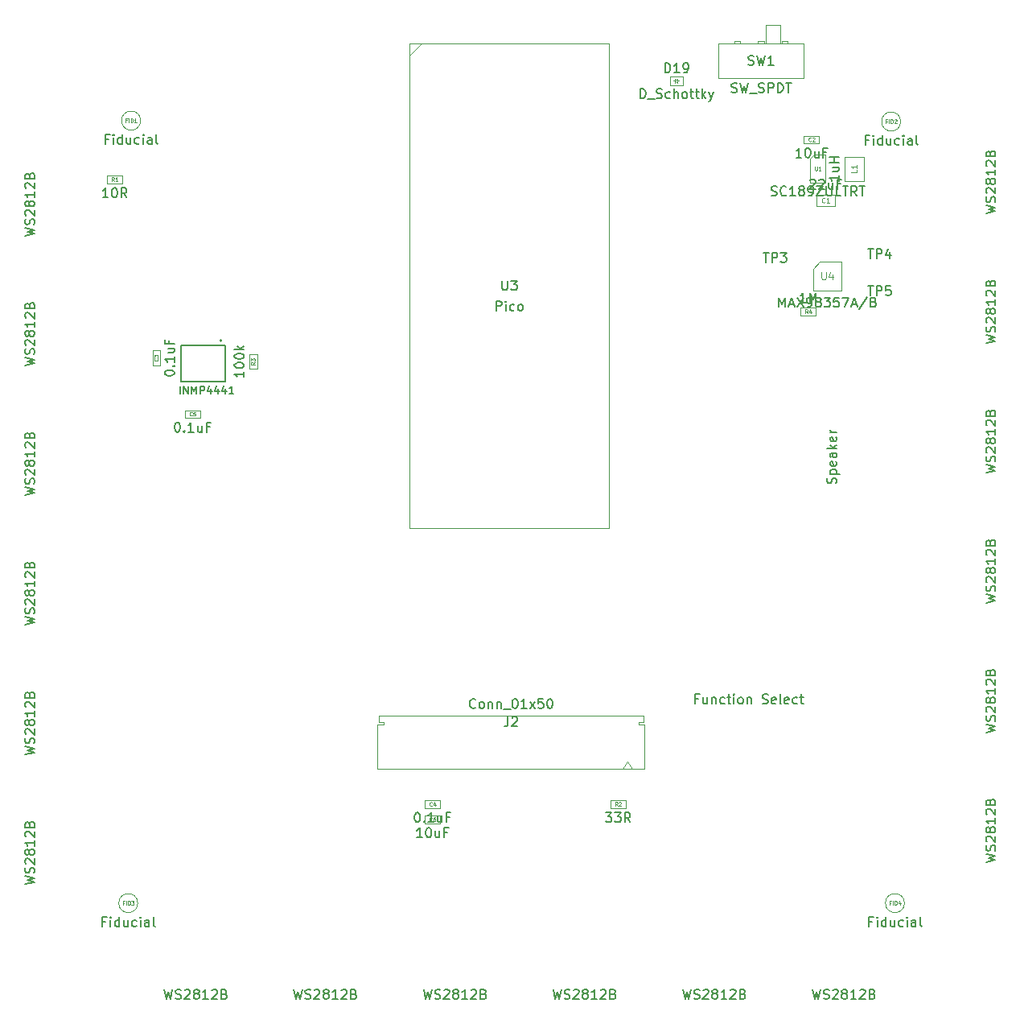
<source format=gbr>
%TF.GenerationSoftware,KiCad,Pcbnew,8.0.3*%
%TF.CreationDate,2024-07-01T01:23:48-06:00*%
%TF.ProjectId,dc32,64633332-2e6b-4696-9361-645f70636258,1.0*%
%TF.SameCoordinates,PX7bb10a0PY836a940*%
%TF.FileFunction,AssemblyDrawing,Top*%
%FSLAX46Y46*%
G04 Gerber Fmt 4.6, Leading zero omitted, Abs format (unit mm)*
G04 Created by KiCad (PCBNEW 8.0.3) date 2024-07-01 01:23:48*
%MOMM*%
%LPD*%
G01*
G04 APERTURE LIST*
%ADD10C,0.150000*%
%ADD11C,0.060000*%
%ADD12C,0.080000*%
%ADD13C,0.090000*%
%ADD14C,0.110000*%
%ADD15C,0.120000*%
%ADD16C,0.100000*%
%ADD17C,0.127000*%
%ADD18C,0.200000*%
G04 APERTURE END LIST*
D10*
X48529048Y71416181D02*
X48529048Y72416181D01*
X48529048Y72416181D02*
X48910000Y72416181D01*
X48910000Y72416181D02*
X49005238Y72368562D01*
X49005238Y72368562D02*
X49052857Y72320943D01*
X49052857Y72320943D02*
X49100476Y72225705D01*
X49100476Y72225705D02*
X49100476Y72082848D01*
X49100476Y72082848D02*
X49052857Y71987610D01*
X49052857Y71987610D02*
X49005238Y71939991D01*
X49005238Y71939991D02*
X48910000Y71892372D01*
X48910000Y71892372D02*
X48529048Y71892372D01*
X49529048Y71416181D02*
X49529048Y72082848D01*
X49529048Y72416181D02*
X49481429Y72368562D01*
X49481429Y72368562D02*
X49529048Y72320943D01*
X49529048Y72320943D02*
X49576667Y72368562D01*
X49576667Y72368562D02*
X49529048Y72416181D01*
X49529048Y72416181D02*
X49529048Y72320943D01*
X50433809Y71463800D02*
X50338571Y71416181D01*
X50338571Y71416181D02*
X50148095Y71416181D01*
X50148095Y71416181D02*
X50052857Y71463800D01*
X50052857Y71463800D02*
X50005238Y71511420D01*
X50005238Y71511420D02*
X49957619Y71606658D01*
X49957619Y71606658D02*
X49957619Y71892372D01*
X49957619Y71892372D02*
X50005238Y71987610D01*
X50005238Y71987610D02*
X50052857Y72035229D01*
X50052857Y72035229D02*
X50148095Y72082848D01*
X50148095Y72082848D02*
X50338571Y72082848D01*
X50338571Y72082848D02*
X50433809Y72035229D01*
X51005238Y71416181D02*
X50910000Y71463800D01*
X50910000Y71463800D02*
X50862381Y71511420D01*
X50862381Y71511420D02*
X50814762Y71606658D01*
X50814762Y71606658D02*
X50814762Y71892372D01*
X50814762Y71892372D02*
X50862381Y71987610D01*
X50862381Y71987610D02*
X50910000Y72035229D01*
X50910000Y72035229D02*
X51005238Y72082848D01*
X51005238Y72082848D02*
X51148095Y72082848D01*
X51148095Y72082848D02*
X51243333Y72035229D01*
X51243333Y72035229D02*
X51290952Y71987610D01*
X51290952Y71987610D02*
X51338571Y71892372D01*
X51338571Y71892372D02*
X51338571Y71606658D01*
X51338571Y71606658D02*
X51290952Y71511420D01*
X51290952Y71511420D02*
X51243333Y71463800D01*
X51243333Y71463800D02*
X51148095Y71416181D01*
X51148095Y71416181D02*
X51005238Y71416181D01*
X49148095Y74575181D02*
X49148095Y73765658D01*
X49148095Y73765658D02*
X49195714Y73670420D01*
X49195714Y73670420D02*
X49243333Y73622800D01*
X49243333Y73622800D02*
X49338571Y73575181D01*
X49338571Y73575181D02*
X49529047Y73575181D01*
X49529047Y73575181D02*
X49624285Y73622800D01*
X49624285Y73622800D02*
X49671904Y73670420D01*
X49671904Y73670420D02*
X49719523Y73765658D01*
X49719523Y73765658D02*
X49719523Y74575181D01*
X50100476Y74575181D02*
X50719523Y74575181D01*
X50719523Y74575181D02*
X50386190Y74194229D01*
X50386190Y74194229D02*
X50529047Y74194229D01*
X50529047Y74194229D02*
X50624285Y74146610D01*
X50624285Y74146610D02*
X50671904Y74098991D01*
X50671904Y74098991D02*
X50719523Y74003753D01*
X50719523Y74003753D02*
X50719523Y73765658D01*
X50719523Y73765658D02*
X50671904Y73670420D01*
X50671904Y73670420D02*
X50624285Y73622800D01*
X50624285Y73622800D02*
X50529047Y73575181D01*
X50529047Y73575181D02*
X50243333Y73575181D01*
X50243333Y73575181D02*
X50148095Y73622800D01*
X50148095Y73622800D02*
X50100476Y73670420D01*
X7419047Y7168991D02*
X7085714Y7168991D01*
X7085714Y6645181D02*
X7085714Y7645181D01*
X7085714Y7645181D02*
X7561904Y7645181D01*
X7942857Y6645181D02*
X7942857Y7311848D01*
X7942857Y7645181D02*
X7895238Y7597562D01*
X7895238Y7597562D02*
X7942857Y7549943D01*
X7942857Y7549943D02*
X7990476Y7597562D01*
X7990476Y7597562D02*
X7942857Y7645181D01*
X7942857Y7645181D02*
X7942857Y7549943D01*
X8847618Y6645181D02*
X8847618Y7645181D01*
X8847618Y6692800D02*
X8752380Y6645181D01*
X8752380Y6645181D02*
X8561904Y6645181D01*
X8561904Y6645181D02*
X8466666Y6692800D01*
X8466666Y6692800D02*
X8419047Y6740420D01*
X8419047Y6740420D02*
X8371428Y6835658D01*
X8371428Y6835658D02*
X8371428Y7121372D01*
X8371428Y7121372D02*
X8419047Y7216610D01*
X8419047Y7216610D02*
X8466666Y7264229D01*
X8466666Y7264229D02*
X8561904Y7311848D01*
X8561904Y7311848D02*
X8752380Y7311848D01*
X8752380Y7311848D02*
X8847618Y7264229D01*
X9752380Y7311848D02*
X9752380Y6645181D01*
X9323809Y7311848D02*
X9323809Y6788039D01*
X9323809Y6788039D02*
X9371428Y6692800D01*
X9371428Y6692800D02*
X9466666Y6645181D01*
X9466666Y6645181D02*
X9609523Y6645181D01*
X9609523Y6645181D02*
X9704761Y6692800D01*
X9704761Y6692800D02*
X9752380Y6740420D01*
X10657142Y6692800D02*
X10561904Y6645181D01*
X10561904Y6645181D02*
X10371428Y6645181D01*
X10371428Y6645181D02*
X10276190Y6692800D01*
X10276190Y6692800D02*
X10228571Y6740420D01*
X10228571Y6740420D02*
X10180952Y6835658D01*
X10180952Y6835658D02*
X10180952Y7121372D01*
X10180952Y7121372D02*
X10228571Y7216610D01*
X10228571Y7216610D02*
X10276190Y7264229D01*
X10276190Y7264229D02*
X10371428Y7311848D01*
X10371428Y7311848D02*
X10561904Y7311848D01*
X10561904Y7311848D02*
X10657142Y7264229D01*
X11085714Y6645181D02*
X11085714Y7311848D01*
X11085714Y7645181D02*
X11038095Y7597562D01*
X11038095Y7597562D02*
X11085714Y7549943D01*
X11085714Y7549943D02*
X11133333Y7597562D01*
X11133333Y7597562D02*
X11085714Y7645181D01*
X11085714Y7645181D02*
X11085714Y7549943D01*
X11990475Y6645181D02*
X11990475Y7168991D01*
X11990475Y7168991D02*
X11942856Y7264229D01*
X11942856Y7264229D02*
X11847618Y7311848D01*
X11847618Y7311848D02*
X11657142Y7311848D01*
X11657142Y7311848D02*
X11561904Y7264229D01*
X11990475Y6692800D02*
X11895237Y6645181D01*
X11895237Y6645181D02*
X11657142Y6645181D01*
X11657142Y6645181D02*
X11561904Y6692800D01*
X11561904Y6692800D02*
X11514285Y6788039D01*
X11514285Y6788039D02*
X11514285Y6883277D01*
X11514285Y6883277D02*
X11561904Y6978515D01*
X11561904Y6978515D02*
X11657142Y7026134D01*
X11657142Y7026134D02*
X11895237Y7026134D01*
X11895237Y7026134D02*
X11990475Y7073753D01*
X12609523Y6645181D02*
X12514285Y6692800D01*
X12514285Y6692800D02*
X12466666Y6788039D01*
X12466666Y6788039D02*
X12466666Y7645181D01*
D11*
X9371429Y9127597D02*
X9238096Y9127597D01*
X9238096Y8918073D02*
X9238096Y9318073D01*
X9238096Y9318073D02*
X9428572Y9318073D01*
X9580953Y8918073D02*
X9580953Y9318073D01*
X9771429Y8918073D02*
X9771429Y9318073D01*
X9771429Y9318073D02*
X9866667Y9318073D01*
X9866667Y9318073D02*
X9923810Y9299025D01*
X9923810Y9299025D02*
X9961905Y9260930D01*
X9961905Y9260930D02*
X9980952Y9222835D01*
X9980952Y9222835D02*
X10000000Y9146644D01*
X10000000Y9146644D02*
X10000000Y9089501D01*
X10000000Y9089501D02*
X9980952Y9013311D01*
X9980952Y9013311D02*
X9961905Y8975216D01*
X9961905Y8975216D02*
X9923810Y8937120D01*
X9923810Y8937120D02*
X9866667Y8918073D01*
X9866667Y8918073D02*
X9771429Y8918073D01*
X10133333Y9318073D02*
X10380952Y9318073D01*
X10380952Y9318073D02*
X10247619Y9165692D01*
X10247619Y9165692D02*
X10304762Y9165692D01*
X10304762Y9165692D02*
X10342857Y9146644D01*
X10342857Y9146644D02*
X10361905Y9127597D01*
X10361905Y9127597D02*
X10380952Y9089501D01*
X10380952Y9089501D02*
X10380952Y8994263D01*
X10380952Y8994263D02*
X10361905Y8956168D01*
X10361905Y8956168D02*
X10342857Y8937120D01*
X10342857Y8937120D02*
X10304762Y8918073D01*
X10304762Y8918073D02*
X10190476Y8918073D01*
X10190476Y8918073D02*
X10152381Y8937120D01*
X10152381Y8937120D02*
X10133333Y8956168D01*
D10*
X100072619Y40707077D02*
X101072619Y40945172D01*
X101072619Y40945172D02*
X100358333Y41135648D01*
X100358333Y41135648D02*
X101072619Y41326124D01*
X101072619Y41326124D02*
X100072619Y41564219D01*
X101025000Y41897553D02*
X101072619Y42040410D01*
X101072619Y42040410D02*
X101072619Y42278505D01*
X101072619Y42278505D02*
X101025000Y42373743D01*
X101025000Y42373743D02*
X100977380Y42421362D01*
X100977380Y42421362D02*
X100882142Y42468981D01*
X100882142Y42468981D02*
X100786904Y42468981D01*
X100786904Y42468981D02*
X100691666Y42421362D01*
X100691666Y42421362D02*
X100644047Y42373743D01*
X100644047Y42373743D02*
X100596428Y42278505D01*
X100596428Y42278505D02*
X100548809Y42088029D01*
X100548809Y42088029D02*
X100501190Y41992791D01*
X100501190Y41992791D02*
X100453571Y41945172D01*
X100453571Y41945172D02*
X100358333Y41897553D01*
X100358333Y41897553D02*
X100263095Y41897553D01*
X100263095Y41897553D02*
X100167857Y41945172D01*
X100167857Y41945172D02*
X100120238Y41992791D01*
X100120238Y41992791D02*
X100072619Y42088029D01*
X100072619Y42088029D02*
X100072619Y42326124D01*
X100072619Y42326124D02*
X100120238Y42468981D01*
X100167857Y42849934D02*
X100120238Y42897553D01*
X100120238Y42897553D02*
X100072619Y42992791D01*
X100072619Y42992791D02*
X100072619Y43230886D01*
X100072619Y43230886D02*
X100120238Y43326124D01*
X100120238Y43326124D02*
X100167857Y43373743D01*
X100167857Y43373743D02*
X100263095Y43421362D01*
X100263095Y43421362D02*
X100358333Y43421362D01*
X100358333Y43421362D02*
X100501190Y43373743D01*
X100501190Y43373743D02*
X101072619Y42802315D01*
X101072619Y42802315D02*
X101072619Y43421362D01*
X100501190Y43992791D02*
X100453571Y43897553D01*
X100453571Y43897553D02*
X100405952Y43849934D01*
X100405952Y43849934D02*
X100310714Y43802315D01*
X100310714Y43802315D02*
X100263095Y43802315D01*
X100263095Y43802315D02*
X100167857Y43849934D01*
X100167857Y43849934D02*
X100120238Y43897553D01*
X100120238Y43897553D02*
X100072619Y43992791D01*
X100072619Y43992791D02*
X100072619Y44183267D01*
X100072619Y44183267D02*
X100120238Y44278505D01*
X100120238Y44278505D02*
X100167857Y44326124D01*
X100167857Y44326124D02*
X100263095Y44373743D01*
X100263095Y44373743D02*
X100310714Y44373743D01*
X100310714Y44373743D02*
X100405952Y44326124D01*
X100405952Y44326124D02*
X100453571Y44278505D01*
X100453571Y44278505D02*
X100501190Y44183267D01*
X100501190Y44183267D02*
X100501190Y43992791D01*
X100501190Y43992791D02*
X100548809Y43897553D01*
X100548809Y43897553D02*
X100596428Y43849934D01*
X100596428Y43849934D02*
X100691666Y43802315D01*
X100691666Y43802315D02*
X100882142Y43802315D01*
X100882142Y43802315D02*
X100977380Y43849934D01*
X100977380Y43849934D02*
X101025000Y43897553D01*
X101025000Y43897553D02*
X101072619Y43992791D01*
X101072619Y43992791D02*
X101072619Y44183267D01*
X101072619Y44183267D02*
X101025000Y44278505D01*
X101025000Y44278505D02*
X100977380Y44326124D01*
X100977380Y44326124D02*
X100882142Y44373743D01*
X100882142Y44373743D02*
X100691666Y44373743D01*
X100691666Y44373743D02*
X100596428Y44326124D01*
X100596428Y44326124D02*
X100548809Y44278505D01*
X100548809Y44278505D02*
X100501190Y44183267D01*
X101072619Y45326124D02*
X101072619Y44754696D01*
X101072619Y45040410D02*
X100072619Y45040410D01*
X100072619Y45040410D02*
X100215476Y44945172D01*
X100215476Y44945172D02*
X100310714Y44849934D01*
X100310714Y44849934D02*
X100358333Y44754696D01*
X100167857Y45707077D02*
X100120238Y45754696D01*
X100120238Y45754696D02*
X100072619Y45849934D01*
X100072619Y45849934D02*
X100072619Y46088029D01*
X100072619Y46088029D02*
X100120238Y46183267D01*
X100120238Y46183267D02*
X100167857Y46230886D01*
X100167857Y46230886D02*
X100263095Y46278505D01*
X100263095Y46278505D02*
X100358333Y46278505D01*
X100358333Y46278505D02*
X100501190Y46230886D01*
X100501190Y46230886D02*
X101072619Y45659458D01*
X101072619Y45659458D02*
X101072619Y46278505D01*
X100548809Y47040410D02*
X100596428Y47183267D01*
X100596428Y47183267D02*
X100644047Y47230886D01*
X100644047Y47230886D02*
X100739285Y47278505D01*
X100739285Y47278505D02*
X100882142Y47278505D01*
X100882142Y47278505D02*
X100977380Y47230886D01*
X100977380Y47230886D02*
X101025000Y47183267D01*
X101025000Y47183267D02*
X101072619Y47088029D01*
X101072619Y47088029D02*
X101072619Y46707077D01*
X101072619Y46707077D02*
X100072619Y46707077D01*
X100072619Y46707077D02*
X100072619Y47040410D01*
X100072619Y47040410D02*
X100120238Y47135648D01*
X100120238Y47135648D02*
X100167857Y47183267D01*
X100167857Y47183267D02*
X100263095Y47230886D01*
X100263095Y47230886D02*
X100358333Y47230886D01*
X100358333Y47230886D02*
X100453571Y47183267D01*
X100453571Y47183267D02*
X100501190Y47135648D01*
X100501190Y47135648D02*
X100548809Y47040410D01*
X100548809Y47040410D02*
X100548809Y46707077D01*
X14932143Y59655181D02*
X15027381Y59655181D01*
X15027381Y59655181D02*
X15122619Y59607562D01*
X15122619Y59607562D02*
X15170238Y59559943D01*
X15170238Y59559943D02*
X15217857Y59464705D01*
X15217857Y59464705D02*
X15265476Y59274229D01*
X15265476Y59274229D02*
X15265476Y59036134D01*
X15265476Y59036134D02*
X15217857Y58845658D01*
X15217857Y58845658D02*
X15170238Y58750420D01*
X15170238Y58750420D02*
X15122619Y58702800D01*
X15122619Y58702800D02*
X15027381Y58655181D01*
X15027381Y58655181D02*
X14932143Y58655181D01*
X14932143Y58655181D02*
X14836905Y58702800D01*
X14836905Y58702800D02*
X14789286Y58750420D01*
X14789286Y58750420D02*
X14741667Y58845658D01*
X14741667Y58845658D02*
X14694048Y59036134D01*
X14694048Y59036134D02*
X14694048Y59274229D01*
X14694048Y59274229D02*
X14741667Y59464705D01*
X14741667Y59464705D02*
X14789286Y59559943D01*
X14789286Y59559943D02*
X14836905Y59607562D01*
X14836905Y59607562D02*
X14932143Y59655181D01*
X15694048Y58750420D02*
X15741667Y58702800D01*
X15741667Y58702800D02*
X15694048Y58655181D01*
X15694048Y58655181D02*
X15646429Y58702800D01*
X15646429Y58702800D02*
X15694048Y58750420D01*
X15694048Y58750420D02*
X15694048Y58655181D01*
X16694047Y58655181D02*
X16122619Y58655181D01*
X16408333Y58655181D02*
X16408333Y59655181D01*
X16408333Y59655181D02*
X16313095Y59512324D01*
X16313095Y59512324D02*
X16217857Y59417086D01*
X16217857Y59417086D02*
X16122619Y59369467D01*
X17551190Y59321848D02*
X17551190Y58655181D01*
X17122619Y59321848D02*
X17122619Y58798039D01*
X17122619Y58798039D02*
X17170238Y58702800D01*
X17170238Y58702800D02*
X17265476Y58655181D01*
X17265476Y58655181D02*
X17408333Y58655181D01*
X17408333Y58655181D02*
X17503571Y58702800D01*
X17503571Y58702800D02*
X17551190Y58750420D01*
X18360714Y59178991D02*
X18027381Y59178991D01*
X18027381Y58655181D02*
X18027381Y59655181D01*
X18027381Y59655181D02*
X18503571Y59655181D01*
D11*
X16508333Y60396168D02*
X16489285Y60377120D01*
X16489285Y60377120D02*
X16432143Y60358073D01*
X16432143Y60358073D02*
X16394047Y60358073D01*
X16394047Y60358073D02*
X16336904Y60377120D01*
X16336904Y60377120D02*
X16298809Y60415216D01*
X16298809Y60415216D02*
X16279762Y60453311D01*
X16279762Y60453311D02*
X16260714Y60529501D01*
X16260714Y60529501D02*
X16260714Y60586644D01*
X16260714Y60586644D02*
X16279762Y60662835D01*
X16279762Y60662835D02*
X16298809Y60700930D01*
X16298809Y60700930D02*
X16336904Y60739025D01*
X16336904Y60739025D02*
X16394047Y60758073D01*
X16394047Y60758073D02*
X16432143Y60758073D01*
X16432143Y60758073D02*
X16489285Y60739025D01*
X16489285Y60739025D02*
X16508333Y60719978D01*
X16870238Y60758073D02*
X16679762Y60758073D01*
X16679762Y60758073D02*
X16660714Y60567597D01*
X16660714Y60567597D02*
X16679762Y60586644D01*
X16679762Y60586644D02*
X16717857Y60605692D01*
X16717857Y60605692D02*
X16813095Y60605692D01*
X16813095Y60605692D02*
X16851190Y60586644D01*
X16851190Y60586644D02*
X16870238Y60567597D01*
X16870238Y60567597D02*
X16889285Y60529501D01*
X16889285Y60529501D02*
X16889285Y60434263D01*
X16889285Y60434263D02*
X16870238Y60396168D01*
X16870238Y60396168D02*
X16851190Y60377120D01*
X16851190Y60377120D02*
X16813095Y60358073D01*
X16813095Y60358073D02*
X16717857Y60358073D01*
X16717857Y60358073D02*
X16679762Y60377120D01*
X16679762Y60377120D02*
X16660714Y60396168D01*
D10*
X76650595Y77507681D02*
X77222023Y77507681D01*
X76936309Y76507681D02*
X76936309Y77507681D01*
X77555357Y76507681D02*
X77555357Y77507681D01*
X77555357Y77507681D02*
X77936309Y77507681D01*
X77936309Y77507681D02*
X78031547Y77460062D01*
X78031547Y77460062D02*
X78079166Y77412443D01*
X78079166Y77412443D02*
X78126785Y77317205D01*
X78126785Y77317205D02*
X78126785Y77174348D01*
X78126785Y77174348D02*
X78079166Y77079110D01*
X78079166Y77079110D02*
X78031547Y77031491D01*
X78031547Y77031491D02*
X77936309Y76983872D01*
X77936309Y76983872D02*
X77555357Y76983872D01*
X78460119Y77507681D02*
X79079166Y77507681D01*
X79079166Y77507681D02*
X78745833Y77126729D01*
X78745833Y77126729D02*
X78888690Y77126729D01*
X78888690Y77126729D02*
X78983928Y77079110D01*
X78983928Y77079110D02*
X79031547Y77031491D01*
X79031547Y77031491D02*
X79079166Y76936253D01*
X79079166Y76936253D02*
X79079166Y76698158D01*
X79079166Y76698158D02*
X79031547Y76602920D01*
X79031547Y76602920D02*
X78983928Y76555300D01*
X78983928Y76555300D02*
X78888690Y76507681D01*
X78888690Y76507681D02*
X78602976Y76507681D01*
X78602976Y76507681D02*
X78507738Y76555300D01*
X78507738Y76555300D02*
X78460119Y76602920D01*
X100072619Y67987077D02*
X101072619Y68225172D01*
X101072619Y68225172D02*
X100358333Y68415648D01*
X100358333Y68415648D02*
X101072619Y68606124D01*
X101072619Y68606124D02*
X100072619Y68844219D01*
X101025000Y69177553D02*
X101072619Y69320410D01*
X101072619Y69320410D02*
X101072619Y69558505D01*
X101072619Y69558505D02*
X101025000Y69653743D01*
X101025000Y69653743D02*
X100977380Y69701362D01*
X100977380Y69701362D02*
X100882142Y69748981D01*
X100882142Y69748981D02*
X100786904Y69748981D01*
X100786904Y69748981D02*
X100691666Y69701362D01*
X100691666Y69701362D02*
X100644047Y69653743D01*
X100644047Y69653743D02*
X100596428Y69558505D01*
X100596428Y69558505D02*
X100548809Y69368029D01*
X100548809Y69368029D02*
X100501190Y69272791D01*
X100501190Y69272791D02*
X100453571Y69225172D01*
X100453571Y69225172D02*
X100358333Y69177553D01*
X100358333Y69177553D02*
X100263095Y69177553D01*
X100263095Y69177553D02*
X100167857Y69225172D01*
X100167857Y69225172D02*
X100120238Y69272791D01*
X100120238Y69272791D02*
X100072619Y69368029D01*
X100072619Y69368029D02*
X100072619Y69606124D01*
X100072619Y69606124D02*
X100120238Y69748981D01*
X100167857Y70129934D02*
X100120238Y70177553D01*
X100120238Y70177553D02*
X100072619Y70272791D01*
X100072619Y70272791D02*
X100072619Y70510886D01*
X100072619Y70510886D02*
X100120238Y70606124D01*
X100120238Y70606124D02*
X100167857Y70653743D01*
X100167857Y70653743D02*
X100263095Y70701362D01*
X100263095Y70701362D02*
X100358333Y70701362D01*
X100358333Y70701362D02*
X100501190Y70653743D01*
X100501190Y70653743D02*
X101072619Y70082315D01*
X101072619Y70082315D02*
X101072619Y70701362D01*
X100501190Y71272791D02*
X100453571Y71177553D01*
X100453571Y71177553D02*
X100405952Y71129934D01*
X100405952Y71129934D02*
X100310714Y71082315D01*
X100310714Y71082315D02*
X100263095Y71082315D01*
X100263095Y71082315D02*
X100167857Y71129934D01*
X100167857Y71129934D02*
X100120238Y71177553D01*
X100120238Y71177553D02*
X100072619Y71272791D01*
X100072619Y71272791D02*
X100072619Y71463267D01*
X100072619Y71463267D02*
X100120238Y71558505D01*
X100120238Y71558505D02*
X100167857Y71606124D01*
X100167857Y71606124D02*
X100263095Y71653743D01*
X100263095Y71653743D02*
X100310714Y71653743D01*
X100310714Y71653743D02*
X100405952Y71606124D01*
X100405952Y71606124D02*
X100453571Y71558505D01*
X100453571Y71558505D02*
X100501190Y71463267D01*
X100501190Y71463267D02*
X100501190Y71272791D01*
X100501190Y71272791D02*
X100548809Y71177553D01*
X100548809Y71177553D02*
X100596428Y71129934D01*
X100596428Y71129934D02*
X100691666Y71082315D01*
X100691666Y71082315D02*
X100882142Y71082315D01*
X100882142Y71082315D02*
X100977380Y71129934D01*
X100977380Y71129934D02*
X101025000Y71177553D01*
X101025000Y71177553D02*
X101072619Y71272791D01*
X101072619Y71272791D02*
X101072619Y71463267D01*
X101072619Y71463267D02*
X101025000Y71558505D01*
X101025000Y71558505D02*
X100977380Y71606124D01*
X100977380Y71606124D02*
X100882142Y71653743D01*
X100882142Y71653743D02*
X100691666Y71653743D01*
X100691666Y71653743D02*
X100596428Y71606124D01*
X100596428Y71606124D02*
X100548809Y71558505D01*
X100548809Y71558505D02*
X100501190Y71463267D01*
X101072619Y72606124D02*
X101072619Y72034696D01*
X101072619Y72320410D02*
X100072619Y72320410D01*
X100072619Y72320410D02*
X100215476Y72225172D01*
X100215476Y72225172D02*
X100310714Y72129934D01*
X100310714Y72129934D02*
X100358333Y72034696D01*
X100167857Y72987077D02*
X100120238Y73034696D01*
X100120238Y73034696D02*
X100072619Y73129934D01*
X100072619Y73129934D02*
X100072619Y73368029D01*
X100072619Y73368029D02*
X100120238Y73463267D01*
X100120238Y73463267D02*
X100167857Y73510886D01*
X100167857Y73510886D02*
X100263095Y73558505D01*
X100263095Y73558505D02*
X100358333Y73558505D01*
X100358333Y73558505D02*
X100501190Y73510886D01*
X100501190Y73510886D02*
X101072619Y72939458D01*
X101072619Y72939458D02*
X101072619Y73558505D01*
X100548809Y74320410D02*
X100596428Y74463267D01*
X100596428Y74463267D02*
X100644047Y74510886D01*
X100644047Y74510886D02*
X100739285Y74558505D01*
X100739285Y74558505D02*
X100882142Y74558505D01*
X100882142Y74558505D02*
X100977380Y74510886D01*
X100977380Y74510886D02*
X101025000Y74463267D01*
X101025000Y74463267D02*
X101072619Y74368029D01*
X101072619Y74368029D02*
X101072619Y73987077D01*
X101072619Y73987077D02*
X100072619Y73987077D01*
X100072619Y73987077D02*
X100072619Y74320410D01*
X100072619Y74320410D02*
X100120238Y74415648D01*
X100120238Y74415648D02*
X100167857Y74463267D01*
X100167857Y74463267D02*
X100263095Y74510886D01*
X100263095Y74510886D02*
X100358333Y74510886D01*
X100358333Y74510886D02*
X100453571Y74463267D01*
X100453571Y74463267D02*
X100501190Y74415648D01*
X100501190Y74415648D02*
X100548809Y74320410D01*
X100548809Y74320410D02*
X100548809Y73987077D01*
X63690475Y93745181D02*
X63690475Y94745181D01*
X63690475Y94745181D02*
X63928570Y94745181D01*
X63928570Y94745181D02*
X64071427Y94697562D01*
X64071427Y94697562D02*
X64166665Y94602324D01*
X64166665Y94602324D02*
X64214284Y94507086D01*
X64214284Y94507086D02*
X64261903Y94316610D01*
X64261903Y94316610D02*
X64261903Y94173753D01*
X64261903Y94173753D02*
X64214284Y93983277D01*
X64214284Y93983277D02*
X64166665Y93888039D01*
X64166665Y93888039D02*
X64071427Y93792800D01*
X64071427Y93792800D02*
X63928570Y93745181D01*
X63928570Y93745181D02*
X63690475Y93745181D01*
X64452380Y93649943D02*
X65214284Y93649943D01*
X65404761Y93792800D02*
X65547618Y93745181D01*
X65547618Y93745181D02*
X65785713Y93745181D01*
X65785713Y93745181D02*
X65880951Y93792800D01*
X65880951Y93792800D02*
X65928570Y93840420D01*
X65928570Y93840420D02*
X65976189Y93935658D01*
X65976189Y93935658D02*
X65976189Y94030896D01*
X65976189Y94030896D02*
X65928570Y94126134D01*
X65928570Y94126134D02*
X65880951Y94173753D01*
X65880951Y94173753D02*
X65785713Y94221372D01*
X65785713Y94221372D02*
X65595237Y94268991D01*
X65595237Y94268991D02*
X65499999Y94316610D01*
X65499999Y94316610D02*
X65452380Y94364229D01*
X65452380Y94364229D02*
X65404761Y94459467D01*
X65404761Y94459467D02*
X65404761Y94554705D01*
X65404761Y94554705D02*
X65452380Y94649943D01*
X65452380Y94649943D02*
X65499999Y94697562D01*
X65499999Y94697562D02*
X65595237Y94745181D01*
X65595237Y94745181D02*
X65833332Y94745181D01*
X65833332Y94745181D02*
X65976189Y94697562D01*
X66833332Y93792800D02*
X66738094Y93745181D01*
X66738094Y93745181D02*
X66547618Y93745181D01*
X66547618Y93745181D02*
X66452380Y93792800D01*
X66452380Y93792800D02*
X66404761Y93840420D01*
X66404761Y93840420D02*
X66357142Y93935658D01*
X66357142Y93935658D02*
X66357142Y94221372D01*
X66357142Y94221372D02*
X66404761Y94316610D01*
X66404761Y94316610D02*
X66452380Y94364229D01*
X66452380Y94364229D02*
X66547618Y94411848D01*
X66547618Y94411848D02*
X66738094Y94411848D01*
X66738094Y94411848D02*
X66833332Y94364229D01*
X67261904Y93745181D02*
X67261904Y94745181D01*
X67690475Y93745181D02*
X67690475Y94268991D01*
X67690475Y94268991D02*
X67642856Y94364229D01*
X67642856Y94364229D02*
X67547618Y94411848D01*
X67547618Y94411848D02*
X67404761Y94411848D01*
X67404761Y94411848D02*
X67309523Y94364229D01*
X67309523Y94364229D02*
X67261904Y94316610D01*
X68309523Y93745181D02*
X68214285Y93792800D01*
X68214285Y93792800D02*
X68166666Y93840420D01*
X68166666Y93840420D02*
X68119047Y93935658D01*
X68119047Y93935658D02*
X68119047Y94221372D01*
X68119047Y94221372D02*
X68166666Y94316610D01*
X68166666Y94316610D02*
X68214285Y94364229D01*
X68214285Y94364229D02*
X68309523Y94411848D01*
X68309523Y94411848D02*
X68452380Y94411848D01*
X68452380Y94411848D02*
X68547618Y94364229D01*
X68547618Y94364229D02*
X68595237Y94316610D01*
X68595237Y94316610D02*
X68642856Y94221372D01*
X68642856Y94221372D02*
X68642856Y93935658D01*
X68642856Y93935658D02*
X68595237Y93840420D01*
X68595237Y93840420D02*
X68547618Y93792800D01*
X68547618Y93792800D02*
X68452380Y93745181D01*
X68452380Y93745181D02*
X68309523Y93745181D01*
X68928571Y94411848D02*
X69309523Y94411848D01*
X69071428Y94745181D02*
X69071428Y93888039D01*
X69071428Y93888039D02*
X69119047Y93792800D01*
X69119047Y93792800D02*
X69214285Y93745181D01*
X69214285Y93745181D02*
X69309523Y93745181D01*
X69500000Y94411848D02*
X69880952Y94411848D01*
X69642857Y94745181D02*
X69642857Y93888039D01*
X69642857Y93888039D02*
X69690476Y93792800D01*
X69690476Y93792800D02*
X69785714Y93745181D01*
X69785714Y93745181D02*
X69880952Y93745181D01*
X70214286Y93745181D02*
X70214286Y94745181D01*
X70309524Y94126134D02*
X70595238Y93745181D01*
X70595238Y94411848D02*
X70214286Y94030896D01*
X70928572Y94411848D02*
X71166667Y93745181D01*
X71404762Y94411848D02*
X71166667Y93745181D01*
X71166667Y93745181D02*
X71071429Y93507086D01*
X71071429Y93507086D02*
X71023810Y93459467D01*
X71023810Y93459467D02*
X70928572Y93411848D01*
X66285714Y96445181D02*
X66285714Y97445181D01*
X66285714Y97445181D02*
X66523809Y97445181D01*
X66523809Y97445181D02*
X66666666Y97397562D01*
X66666666Y97397562D02*
X66761904Y97302324D01*
X66761904Y97302324D02*
X66809523Y97207086D01*
X66809523Y97207086D02*
X66857142Y97016610D01*
X66857142Y97016610D02*
X66857142Y96873753D01*
X66857142Y96873753D02*
X66809523Y96683277D01*
X66809523Y96683277D02*
X66761904Y96588039D01*
X66761904Y96588039D02*
X66666666Y96492800D01*
X66666666Y96492800D02*
X66523809Y96445181D01*
X66523809Y96445181D02*
X66285714Y96445181D01*
X67809523Y96445181D02*
X67238095Y96445181D01*
X67523809Y96445181D02*
X67523809Y97445181D01*
X67523809Y97445181D02*
X67428571Y97302324D01*
X67428571Y97302324D02*
X67333333Y97207086D01*
X67333333Y97207086D02*
X67238095Y97159467D01*
X68285714Y96445181D02*
X68476190Y96445181D01*
X68476190Y96445181D02*
X68571428Y96492800D01*
X68571428Y96492800D02*
X68619047Y96540420D01*
X68619047Y96540420D02*
X68714285Y96683277D01*
X68714285Y96683277D02*
X68761904Y96873753D01*
X68761904Y96873753D02*
X68761904Y97254705D01*
X68761904Y97254705D02*
X68714285Y97349943D01*
X68714285Y97349943D02*
X68666666Y97397562D01*
X68666666Y97397562D02*
X68571428Y97445181D01*
X68571428Y97445181D02*
X68380952Y97445181D01*
X68380952Y97445181D02*
X68285714Y97397562D01*
X68285714Y97397562D02*
X68238095Y97349943D01*
X68238095Y97349943D02*
X68190476Y97254705D01*
X68190476Y97254705D02*
X68190476Y97016610D01*
X68190476Y97016610D02*
X68238095Y96921372D01*
X68238095Y96921372D02*
X68285714Y96873753D01*
X68285714Y96873753D02*
X68380952Y96826134D01*
X68380952Y96826134D02*
X68571428Y96826134D01*
X68571428Y96826134D02*
X68666666Y96873753D01*
X68666666Y96873753D02*
X68714285Y96921372D01*
X68714285Y96921372D02*
X68761904Y97016610D01*
X81557143Y85129943D02*
X81604762Y85177562D01*
X81604762Y85177562D02*
X81700000Y85225181D01*
X81700000Y85225181D02*
X81938095Y85225181D01*
X81938095Y85225181D02*
X82033333Y85177562D01*
X82033333Y85177562D02*
X82080952Y85129943D01*
X82080952Y85129943D02*
X82128571Y85034705D01*
X82128571Y85034705D02*
X82128571Y84939467D01*
X82128571Y84939467D02*
X82080952Y84796610D01*
X82080952Y84796610D02*
X81509524Y84225181D01*
X81509524Y84225181D02*
X82128571Y84225181D01*
X82509524Y85129943D02*
X82557143Y85177562D01*
X82557143Y85177562D02*
X82652381Y85225181D01*
X82652381Y85225181D02*
X82890476Y85225181D01*
X82890476Y85225181D02*
X82985714Y85177562D01*
X82985714Y85177562D02*
X83033333Y85129943D01*
X83033333Y85129943D02*
X83080952Y85034705D01*
X83080952Y85034705D02*
X83080952Y84939467D01*
X83080952Y84939467D02*
X83033333Y84796610D01*
X83033333Y84796610D02*
X82461905Y84225181D01*
X82461905Y84225181D02*
X83080952Y84225181D01*
X83938095Y84891848D02*
X83938095Y84225181D01*
X83509524Y84891848D02*
X83509524Y84368039D01*
X83509524Y84368039D02*
X83557143Y84272800D01*
X83557143Y84272800D02*
X83652381Y84225181D01*
X83652381Y84225181D02*
X83795238Y84225181D01*
X83795238Y84225181D02*
X83890476Y84272800D01*
X83890476Y84272800D02*
X83938095Y84320420D01*
X84747619Y84748991D02*
X84414286Y84748991D01*
X84414286Y84225181D02*
X84414286Y85225181D01*
X84414286Y85225181D02*
X84890476Y85225181D01*
D12*
X83116666Y82820470D02*
X83092857Y82796660D01*
X83092857Y82796660D02*
X83021428Y82772851D01*
X83021428Y82772851D02*
X82973809Y82772851D01*
X82973809Y82772851D02*
X82902381Y82796660D01*
X82902381Y82796660D02*
X82854762Y82844280D01*
X82854762Y82844280D02*
X82830952Y82891899D01*
X82830952Y82891899D02*
X82807143Y82987137D01*
X82807143Y82987137D02*
X82807143Y83058565D01*
X82807143Y83058565D02*
X82830952Y83153803D01*
X82830952Y83153803D02*
X82854762Y83201422D01*
X82854762Y83201422D02*
X82902381Y83249041D01*
X82902381Y83249041D02*
X82973809Y83272851D01*
X82973809Y83272851D02*
X83021428Y83272851D01*
X83021428Y83272851D02*
X83092857Y83249041D01*
X83092857Y83249041D02*
X83116666Y83225232D01*
X83592857Y82772851D02*
X83307143Y82772851D01*
X83450000Y82772851D02*
X83450000Y83272851D01*
X83450000Y83272851D02*
X83402381Y83201422D01*
X83402381Y83201422D02*
X83354762Y83153803D01*
X83354762Y83153803D02*
X83307143Y83129994D01*
D10*
X100072619Y54347077D02*
X101072619Y54585172D01*
X101072619Y54585172D02*
X100358333Y54775648D01*
X100358333Y54775648D02*
X101072619Y54966124D01*
X101072619Y54966124D02*
X100072619Y55204219D01*
X101025000Y55537553D02*
X101072619Y55680410D01*
X101072619Y55680410D02*
X101072619Y55918505D01*
X101072619Y55918505D02*
X101025000Y56013743D01*
X101025000Y56013743D02*
X100977380Y56061362D01*
X100977380Y56061362D02*
X100882142Y56108981D01*
X100882142Y56108981D02*
X100786904Y56108981D01*
X100786904Y56108981D02*
X100691666Y56061362D01*
X100691666Y56061362D02*
X100644047Y56013743D01*
X100644047Y56013743D02*
X100596428Y55918505D01*
X100596428Y55918505D02*
X100548809Y55728029D01*
X100548809Y55728029D02*
X100501190Y55632791D01*
X100501190Y55632791D02*
X100453571Y55585172D01*
X100453571Y55585172D02*
X100358333Y55537553D01*
X100358333Y55537553D02*
X100263095Y55537553D01*
X100263095Y55537553D02*
X100167857Y55585172D01*
X100167857Y55585172D02*
X100120238Y55632791D01*
X100120238Y55632791D02*
X100072619Y55728029D01*
X100072619Y55728029D02*
X100072619Y55966124D01*
X100072619Y55966124D02*
X100120238Y56108981D01*
X100167857Y56489934D02*
X100120238Y56537553D01*
X100120238Y56537553D02*
X100072619Y56632791D01*
X100072619Y56632791D02*
X100072619Y56870886D01*
X100072619Y56870886D02*
X100120238Y56966124D01*
X100120238Y56966124D02*
X100167857Y57013743D01*
X100167857Y57013743D02*
X100263095Y57061362D01*
X100263095Y57061362D02*
X100358333Y57061362D01*
X100358333Y57061362D02*
X100501190Y57013743D01*
X100501190Y57013743D02*
X101072619Y56442315D01*
X101072619Y56442315D02*
X101072619Y57061362D01*
X100501190Y57632791D02*
X100453571Y57537553D01*
X100453571Y57537553D02*
X100405952Y57489934D01*
X100405952Y57489934D02*
X100310714Y57442315D01*
X100310714Y57442315D02*
X100263095Y57442315D01*
X100263095Y57442315D02*
X100167857Y57489934D01*
X100167857Y57489934D02*
X100120238Y57537553D01*
X100120238Y57537553D02*
X100072619Y57632791D01*
X100072619Y57632791D02*
X100072619Y57823267D01*
X100072619Y57823267D02*
X100120238Y57918505D01*
X100120238Y57918505D02*
X100167857Y57966124D01*
X100167857Y57966124D02*
X100263095Y58013743D01*
X100263095Y58013743D02*
X100310714Y58013743D01*
X100310714Y58013743D02*
X100405952Y57966124D01*
X100405952Y57966124D02*
X100453571Y57918505D01*
X100453571Y57918505D02*
X100501190Y57823267D01*
X100501190Y57823267D02*
X100501190Y57632791D01*
X100501190Y57632791D02*
X100548809Y57537553D01*
X100548809Y57537553D02*
X100596428Y57489934D01*
X100596428Y57489934D02*
X100691666Y57442315D01*
X100691666Y57442315D02*
X100882142Y57442315D01*
X100882142Y57442315D02*
X100977380Y57489934D01*
X100977380Y57489934D02*
X101025000Y57537553D01*
X101025000Y57537553D02*
X101072619Y57632791D01*
X101072619Y57632791D02*
X101072619Y57823267D01*
X101072619Y57823267D02*
X101025000Y57918505D01*
X101025000Y57918505D02*
X100977380Y57966124D01*
X100977380Y57966124D02*
X100882142Y58013743D01*
X100882142Y58013743D02*
X100691666Y58013743D01*
X100691666Y58013743D02*
X100596428Y57966124D01*
X100596428Y57966124D02*
X100548809Y57918505D01*
X100548809Y57918505D02*
X100501190Y57823267D01*
X101072619Y58966124D02*
X101072619Y58394696D01*
X101072619Y58680410D02*
X100072619Y58680410D01*
X100072619Y58680410D02*
X100215476Y58585172D01*
X100215476Y58585172D02*
X100310714Y58489934D01*
X100310714Y58489934D02*
X100358333Y58394696D01*
X100167857Y59347077D02*
X100120238Y59394696D01*
X100120238Y59394696D02*
X100072619Y59489934D01*
X100072619Y59489934D02*
X100072619Y59728029D01*
X100072619Y59728029D02*
X100120238Y59823267D01*
X100120238Y59823267D02*
X100167857Y59870886D01*
X100167857Y59870886D02*
X100263095Y59918505D01*
X100263095Y59918505D02*
X100358333Y59918505D01*
X100358333Y59918505D02*
X100501190Y59870886D01*
X100501190Y59870886D02*
X101072619Y59299458D01*
X101072619Y59299458D02*
X101072619Y59918505D01*
X100548809Y60680410D02*
X100596428Y60823267D01*
X100596428Y60823267D02*
X100644047Y60870886D01*
X100644047Y60870886D02*
X100739285Y60918505D01*
X100739285Y60918505D02*
X100882142Y60918505D01*
X100882142Y60918505D02*
X100977380Y60870886D01*
X100977380Y60870886D02*
X101025000Y60823267D01*
X101025000Y60823267D02*
X101072619Y60728029D01*
X101072619Y60728029D02*
X101072619Y60347077D01*
X101072619Y60347077D02*
X100072619Y60347077D01*
X100072619Y60347077D02*
X100072619Y60680410D01*
X100072619Y60680410D02*
X100120238Y60775648D01*
X100120238Y60775648D02*
X100167857Y60823267D01*
X100167857Y60823267D02*
X100263095Y60870886D01*
X100263095Y60870886D02*
X100358333Y60870886D01*
X100358333Y60870886D02*
X100453571Y60823267D01*
X100453571Y60823267D02*
X100501190Y60775648D01*
X100501190Y60775648D02*
X100548809Y60680410D01*
X100548809Y60680410D02*
X100548809Y60347077D01*
X100072619Y81627077D02*
X101072619Y81865172D01*
X101072619Y81865172D02*
X100358333Y82055648D01*
X100358333Y82055648D02*
X101072619Y82246124D01*
X101072619Y82246124D02*
X100072619Y82484219D01*
X101025000Y82817553D02*
X101072619Y82960410D01*
X101072619Y82960410D02*
X101072619Y83198505D01*
X101072619Y83198505D02*
X101025000Y83293743D01*
X101025000Y83293743D02*
X100977380Y83341362D01*
X100977380Y83341362D02*
X100882142Y83388981D01*
X100882142Y83388981D02*
X100786904Y83388981D01*
X100786904Y83388981D02*
X100691666Y83341362D01*
X100691666Y83341362D02*
X100644047Y83293743D01*
X100644047Y83293743D02*
X100596428Y83198505D01*
X100596428Y83198505D02*
X100548809Y83008029D01*
X100548809Y83008029D02*
X100501190Y82912791D01*
X100501190Y82912791D02*
X100453571Y82865172D01*
X100453571Y82865172D02*
X100358333Y82817553D01*
X100358333Y82817553D02*
X100263095Y82817553D01*
X100263095Y82817553D02*
X100167857Y82865172D01*
X100167857Y82865172D02*
X100120238Y82912791D01*
X100120238Y82912791D02*
X100072619Y83008029D01*
X100072619Y83008029D02*
X100072619Y83246124D01*
X100072619Y83246124D02*
X100120238Y83388981D01*
X100167857Y83769934D02*
X100120238Y83817553D01*
X100120238Y83817553D02*
X100072619Y83912791D01*
X100072619Y83912791D02*
X100072619Y84150886D01*
X100072619Y84150886D02*
X100120238Y84246124D01*
X100120238Y84246124D02*
X100167857Y84293743D01*
X100167857Y84293743D02*
X100263095Y84341362D01*
X100263095Y84341362D02*
X100358333Y84341362D01*
X100358333Y84341362D02*
X100501190Y84293743D01*
X100501190Y84293743D02*
X101072619Y83722315D01*
X101072619Y83722315D02*
X101072619Y84341362D01*
X100501190Y84912791D02*
X100453571Y84817553D01*
X100453571Y84817553D02*
X100405952Y84769934D01*
X100405952Y84769934D02*
X100310714Y84722315D01*
X100310714Y84722315D02*
X100263095Y84722315D01*
X100263095Y84722315D02*
X100167857Y84769934D01*
X100167857Y84769934D02*
X100120238Y84817553D01*
X100120238Y84817553D02*
X100072619Y84912791D01*
X100072619Y84912791D02*
X100072619Y85103267D01*
X100072619Y85103267D02*
X100120238Y85198505D01*
X100120238Y85198505D02*
X100167857Y85246124D01*
X100167857Y85246124D02*
X100263095Y85293743D01*
X100263095Y85293743D02*
X100310714Y85293743D01*
X100310714Y85293743D02*
X100405952Y85246124D01*
X100405952Y85246124D02*
X100453571Y85198505D01*
X100453571Y85198505D02*
X100501190Y85103267D01*
X100501190Y85103267D02*
X100501190Y84912791D01*
X100501190Y84912791D02*
X100548809Y84817553D01*
X100548809Y84817553D02*
X100596428Y84769934D01*
X100596428Y84769934D02*
X100691666Y84722315D01*
X100691666Y84722315D02*
X100882142Y84722315D01*
X100882142Y84722315D02*
X100977380Y84769934D01*
X100977380Y84769934D02*
X101025000Y84817553D01*
X101025000Y84817553D02*
X101072619Y84912791D01*
X101072619Y84912791D02*
X101072619Y85103267D01*
X101072619Y85103267D02*
X101025000Y85198505D01*
X101025000Y85198505D02*
X100977380Y85246124D01*
X100977380Y85246124D02*
X100882142Y85293743D01*
X100882142Y85293743D02*
X100691666Y85293743D01*
X100691666Y85293743D02*
X100596428Y85246124D01*
X100596428Y85246124D02*
X100548809Y85198505D01*
X100548809Y85198505D02*
X100501190Y85103267D01*
X101072619Y86246124D02*
X101072619Y85674696D01*
X101072619Y85960410D02*
X100072619Y85960410D01*
X100072619Y85960410D02*
X100215476Y85865172D01*
X100215476Y85865172D02*
X100310714Y85769934D01*
X100310714Y85769934D02*
X100358333Y85674696D01*
X100167857Y86627077D02*
X100120238Y86674696D01*
X100120238Y86674696D02*
X100072619Y86769934D01*
X100072619Y86769934D02*
X100072619Y87008029D01*
X100072619Y87008029D02*
X100120238Y87103267D01*
X100120238Y87103267D02*
X100167857Y87150886D01*
X100167857Y87150886D02*
X100263095Y87198505D01*
X100263095Y87198505D02*
X100358333Y87198505D01*
X100358333Y87198505D02*
X100501190Y87150886D01*
X100501190Y87150886D02*
X101072619Y86579458D01*
X101072619Y86579458D02*
X101072619Y87198505D01*
X100548809Y87960410D02*
X100596428Y88103267D01*
X100596428Y88103267D02*
X100644047Y88150886D01*
X100644047Y88150886D02*
X100739285Y88198505D01*
X100739285Y88198505D02*
X100882142Y88198505D01*
X100882142Y88198505D02*
X100977380Y88150886D01*
X100977380Y88150886D02*
X101025000Y88103267D01*
X101025000Y88103267D02*
X101072619Y88008029D01*
X101072619Y88008029D02*
X101072619Y87627077D01*
X101072619Y87627077D02*
X100072619Y87627077D01*
X100072619Y87627077D02*
X100072619Y87960410D01*
X100072619Y87960410D02*
X100120238Y88055648D01*
X100120238Y88055648D02*
X100167857Y88103267D01*
X100167857Y88103267D02*
X100263095Y88150886D01*
X100263095Y88150886D02*
X100358333Y88150886D01*
X100358333Y88150886D02*
X100453571Y88103267D01*
X100453571Y88103267D02*
X100501190Y88055648D01*
X100501190Y88055648D02*
X100548809Y87960410D01*
X100548809Y87960410D02*
X100548809Y87627077D01*
X13602076Y27381D02*
X13840171Y-972619D01*
X13840171Y-972619D02*
X14030647Y-258333D01*
X14030647Y-258333D02*
X14221123Y-972619D01*
X14221123Y-972619D02*
X14459219Y27381D01*
X14792552Y-925000D02*
X14935409Y-972619D01*
X14935409Y-972619D02*
X15173504Y-972619D01*
X15173504Y-972619D02*
X15268742Y-925000D01*
X15268742Y-925000D02*
X15316361Y-877380D01*
X15316361Y-877380D02*
X15363980Y-782142D01*
X15363980Y-782142D02*
X15363980Y-686904D01*
X15363980Y-686904D02*
X15316361Y-591666D01*
X15316361Y-591666D02*
X15268742Y-544047D01*
X15268742Y-544047D02*
X15173504Y-496428D01*
X15173504Y-496428D02*
X14983028Y-448809D01*
X14983028Y-448809D02*
X14887790Y-401190D01*
X14887790Y-401190D02*
X14840171Y-353571D01*
X14840171Y-353571D02*
X14792552Y-258333D01*
X14792552Y-258333D02*
X14792552Y-163095D01*
X14792552Y-163095D02*
X14840171Y-67857D01*
X14840171Y-67857D02*
X14887790Y-20238D01*
X14887790Y-20238D02*
X14983028Y27381D01*
X14983028Y27381D02*
X15221123Y27381D01*
X15221123Y27381D02*
X15363980Y-20238D01*
X15744933Y-67857D02*
X15792552Y-20238D01*
X15792552Y-20238D02*
X15887790Y27381D01*
X15887790Y27381D02*
X16125885Y27381D01*
X16125885Y27381D02*
X16221123Y-20238D01*
X16221123Y-20238D02*
X16268742Y-67857D01*
X16268742Y-67857D02*
X16316361Y-163095D01*
X16316361Y-163095D02*
X16316361Y-258333D01*
X16316361Y-258333D02*
X16268742Y-401190D01*
X16268742Y-401190D02*
X15697314Y-972619D01*
X15697314Y-972619D02*
X16316361Y-972619D01*
X16887790Y-401190D02*
X16792552Y-353571D01*
X16792552Y-353571D02*
X16744933Y-305952D01*
X16744933Y-305952D02*
X16697314Y-210714D01*
X16697314Y-210714D02*
X16697314Y-163095D01*
X16697314Y-163095D02*
X16744933Y-67857D01*
X16744933Y-67857D02*
X16792552Y-20238D01*
X16792552Y-20238D02*
X16887790Y27381D01*
X16887790Y27381D02*
X17078266Y27381D01*
X17078266Y27381D02*
X17173504Y-20238D01*
X17173504Y-20238D02*
X17221123Y-67857D01*
X17221123Y-67857D02*
X17268742Y-163095D01*
X17268742Y-163095D02*
X17268742Y-210714D01*
X17268742Y-210714D02*
X17221123Y-305952D01*
X17221123Y-305952D02*
X17173504Y-353571D01*
X17173504Y-353571D02*
X17078266Y-401190D01*
X17078266Y-401190D02*
X16887790Y-401190D01*
X16887790Y-401190D02*
X16792552Y-448809D01*
X16792552Y-448809D02*
X16744933Y-496428D01*
X16744933Y-496428D02*
X16697314Y-591666D01*
X16697314Y-591666D02*
X16697314Y-782142D01*
X16697314Y-782142D02*
X16744933Y-877380D01*
X16744933Y-877380D02*
X16792552Y-925000D01*
X16792552Y-925000D02*
X16887790Y-972619D01*
X16887790Y-972619D02*
X17078266Y-972619D01*
X17078266Y-972619D02*
X17173504Y-925000D01*
X17173504Y-925000D02*
X17221123Y-877380D01*
X17221123Y-877380D02*
X17268742Y-782142D01*
X17268742Y-782142D02*
X17268742Y-591666D01*
X17268742Y-591666D02*
X17221123Y-496428D01*
X17221123Y-496428D02*
X17173504Y-448809D01*
X17173504Y-448809D02*
X17078266Y-401190D01*
X18221123Y-972619D02*
X17649695Y-972619D01*
X17935409Y-972619D02*
X17935409Y27381D01*
X17935409Y27381D02*
X17840171Y-115476D01*
X17840171Y-115476D02*
X17744933Y-210714D01*
X17744933Y-210714D02*
X17649695Y-258333D01*
X18602076Y-67857D02*
X18649695Y-20238D01*
X18649695Y-20238D02*
X18744933Y27381D01*
X18744933Y27381D02*
X18983028Y27381D01*
X18983028Y27381D02*
X19078266Y-20238D01*
X19078266Y-20238D02*
X19125885Y-67857D01*
X19125885Y-67857D02*
X19173504Y-163095D01*
X19173504Y-163095D02*
X19173504Y-258333D01*
X19173504Y-258333D02*
X19125885Y-401190D01*
X19125885Y-401190D02*
X18554457Y-972619D01*
X18554457Y-972619D02*
X19173504Y-972619D01*
X19935409Y-448809D02*
X20078266Y-496428D01*
X20078266Y-496428D02*
X20125885Y-544047D01*
X20125885Y-544047D02*
X20173504Y-639285D01*
X20173504Y-639285D02*
X20173504Y-782142D01*
X20173504Y-782142D02*
X20125885Y-877380D01*
X20125885Y-877380D02*
X20078266Y-925000D01*
X20078266Y-925000D02*
X19983028Y-972619D01*
X19983028Y-972619D02*
X19602076Y-972619D01*
X19602076Y-972619D02*
X19602076Y27381D01*
X19602076Y27381D02*
X19935409Y27381D01*
X19935409Y27381D02*
X20030647Y-20238D01*
X20030647Y-20238D02*
X20078266Y-67857D01*
X20078266Y-67857D02*
X20125885Y-163095D01*
X20125885Y-163095D02*
X20125885Y-258333D01*
X20125885Y-258333D02*
X20078266Y-353571D01*
X20078266Y-353571D02*
X20030647Y-401190D01*
X20030647Y-401190D02*
X19935409Y-448809D01*
X19935409Y-448809D02*
X19602076Y-448809D01*
X46361904Y29690420D02*
X46314285Y29642800D01*
X46314285Y29642800D02*
X46171428Y29595181D01*
X46171428Y29595181D02*
X46076190Y29595181D01*
X46076190Y29595181D02*
X45933333Y29642800D01*
X45933333Y29642800D02*
X45838095Y29738039D01*
X45838095Y29738039D02*
X45790476Y29833277D01*
X45790476Y29833277D02*
X45742857Y30023753D01*
X45742857Y30023753D02*
X45742857Y30166610D01*
X45742857Y30166610D02*
X45790476Y30357086D01*
X45790476Y30357086D02*
X45838095Y30452324D01*
X45838095Y30452324D02*
X45933333Y30547562D01*
X45933333Y30547562D02*
X46076190Y30595181D01*
X46076190Y30595181D02*
X46171428Y30595181D01*
X46171428Y30595181D02*
X46314285Y30547562D01*
X46314285Y30547562D02*
X46361904Y30499943D01*
X46933333Y29595181D02*
X46838095Y29642800D01*
X46838095Y29642800D02*
X46790476Y29690420D01*
X46790476Y29690420D02*
X46742857Y29785658D01*
X46742857Y29785658D02*
X46742857Y30071372D01*
X46742857Y30071372D02*
X46790476Y30166610D01*
X46790476Y30166610D02*
X46838095Y30214229D01*
X46838095Y30214229D02*
X46933333Y30261848D01*
X46933333Y30261848D02*
X47076190Y30261848D01*
X47076190Y30261848D02*
X47171428Y30214229D01*
X47171428Y30214229D02*
X47219047Y30166610D01*
X47219047Y30166610D02*
X47266666Y30071372D01*
X47266666Y30071372D02*
X47266666Y29785658D01*
X47266666Y29785658D02*
X47219047Y29690420D01*
X47219047Y29690420D02*
X47171428Y29642800D01*
X47171428Y29642800D02*
X47076190Y29595181D01*
X47076190Y29595181D02*
X46933333Y29595181D01*
X47695238Y30261848D02*
X47695238Y29595181D01*
X47695238Y30166610D02*
X47742857Y30214229D01*
X47742857Y30214229D02*
X47838095Y30261848D01*
X47838095Y30261848D02*
X47980952Y30261848D01*
X47980952Y30261848D02*
X48076190Y30214229D01*
X48076190Y30214229D02*
X48123809Y30118991D01*
X48123809Y30118991D02*
X48123809Y29595181D01*
X48600000Y30261848D02*
X48600000Y29595181D01*
X48600000Y30166610D02*
X48647619Y30214229D01*
X48647619Y30214229D02*
X48742857Y30261848D01*
X48742857Y30261848D02*
X48885714Y30261848D01*
X48885714Y30261848D02*
X48980952Y30214229D01*
X48980952Y30214229D02*
X49028571Y30118991D01*
X49028571Y30118991D02*
X49028571Y29595181D01*
X49266667Y29499943D02*
X50028571Y29499943D01*
X50457143Y30595181D02*
X50552381Y30595181D01*
X50552381Y30595181D02*
X50647619Y30547562D01*
X50647619Y30547562D02*
X50695238Y30499943D01*
X50695238Y30499943D02*
X50742857Y30404705D01*
X50742857Y30404705D02*
X50790476Y30214229D01*
X50790476Y30214229D02*
X50790476Y29976134D01*
X50790476Y29976134D02*
X50742857Y29785658D01*
X50742857Y29785658D02*
X50695238Y29690420D01*
X50695238Y29690420D02*
X50647619Y29642800D01*
X50647619Y29642800D02*
X50552381Y29595181D01*
X50552381Y29595181D02*
X50457143Y29595181D01*
X50457143Y29595181D02*
X50361905Y29642800D01*
X50361905Y29642800D02*
X50314286Y29690420D01*
X50314286Y29690420D02*
X50266667Y29785658D01*
X50266667Y29785658D02*
X50219048Y29976134D01*
X50219048Y29976134D02*
X50219048Y30214229D01*
X50219048Y30214229D02*
X50266667Y30404705D01*
X50266667Y30404705D02*
X50314286Y30499943D01*
X50314286Y30499943D02*
X50361905Y30547562D01*
X50361905Y30547562D02*
X50457143Y30595181D01*
X51742857Y29595181D02*
X51171429Y29595181D01*
X51457143Y29595181D02*
X51457143Y30595181D01*
X51457143Y30595181D02*
X51361905Y30452324D01*
X51361905Y30452324D02*
X51266667Y30357086D01*
X51266667Y30357086D02*
X51171429Y30309467D01*
X52076191Y29595181D02*
X52600000Y30261848D01*
X52076191Y30261848D02*
X52600000Y29595181D01*
X53457143Y30595181D02*
X52980953Y30595181D01*
X52980953Y30595181D02*
X52933334Y30118991D01*
X52933334Y30118991D02*
X52980953Y30166610D01*
X52980953Y30166610D02*
X53076191Y30214229D01*
X53076191Y30214229D02*
X53314286Y30214229D01*
X53314286Y30214229D02*
X53409524Y30166610D01*
X53409524Y30166610D02*
X53457143Y30118991D01*
X53457143Y30118991D02*
X53504762Y30023753D01*
X53504762Y30023753D02*
X53504762Y29785658D01*
X53504762Y29785658D02*
X53457143Y29690420D01*
X53457143Y29690420D02*
X53409524Y29642800D01*
X53409524Y29642800D02*
X53314286Y29595181D01*
X53314286Y29595181D02*
X53076191Y29595181D01*
X53076191Y29595181D02*
X52980953Y29642800D01*
X52980953Y29642800D02*
X52933334Y29690420D01*
X54123810Y30595181D02*
X54219048Y30595181D01*
X54219048Y30595181D02*
X54314286Y30547562D01*
X54314286Y30547562D02*
X54361905Y30499943D01*
X54361905Y30499943D02*
X54409524Y30404705D01*
X54409524Y30404705D02*
X54457143Y30214229D01*
X54457143Y30214229D02*
X54457143Y29976134D01*
X54457143Y29976134D02*
X54409524Y29785658D01*
X54409524Y29785658D02*
X54361905Y29690420D01*
X54361905Y29690420D02*
X54314286Y29642800D01*
X54314286Y29642800D02*
X54219048Y29595181D01*
X54219048Y29595181D02*
X54123810Y29595181D01*
X54123810Y29595181D02*
X54028572Y29642800D01*
X54028572Y29642800D02*
X53980953Y29690420D01*
X53980953Y29690420D02*
X53933334Y29785658D01*
X53933334Y29785658D02*
X53885715Y29976134D01*
X53885715Y29976134D02*
X53885715Y30214229D01*
X53885715Y30214229D02*
X53933334Y30404705D01*
X53933334Y30404705D02*
X53980953Y30499943D01*
X53980953Y30499943D02*
X54028572Y30547562D01*
X54028572Y30547562D02*
X54123810Y30595181D01*
X49766666Y28695181D02*
X49766666Y27980896D01*
X49766666Y27980896D02*
X49719047Y27838039D01*
X49719047Y27838039D02*
X49623809Y27742800D01*
X49623809Y27742800D02*
X49480952Y27695181D01*
X49480952Y27695181D02*
X49385714Y27695181D01*
X50195238Y28599943D02*
X50242857Y28647562D01*
X50242857Y28647562D02*
X50338095Y28695181D01*
X50338095Y28695181D02*
X50576190Y28695181D01*
X50576190Y28695181D02*
X50671428Y28647562D01*
X50671428Y28647562D02*
X50719047Y28599943D01*
X50719047Y28599943D02*
X50766666Y28504705D01*
X50766666Y28504705D02*
X50766666Y28409467D01*
X50766666Y28409467D02*
X50719047Y28266610D01*
X50719047Y28266610D02*
X50147619Y27695181D01*
X50147619Y27695181D02*
X50766666Y27695181D01*
X21974819Y64993572D02*
X21974819Y64422144D01*
X21974819Y64707858D02*
X20974819Y64707858D01*
X20974819Y64707858D02*
X21117676Y64612620D01*
X21117676Y64612620D02*
X21212914Y64517382D01*
X21212914Y64517382D02*
X21260533Y64422144D01*
X20974819Y65612620D02*
X20974819Y65707858D01*
X20974819Y65707858D02*
X21022438Y65803096D01*
X21022438Y65803096D02*
X21070057Y65850715D01*
X21070057Y65850715D02*
X21165295Y65898334D01*
X21165295Y65898334D02*
X21355771Y65945953D01*
X21355771Y65945953D02*
X21593866Y65945953D01*
X21593866Y65945953D02*
X21784342Y65898334D01*
X21784342Y65898334D02*
X21879580Y65850715D01*
X21879580Y65850715D02*
X21927200Y65803096D01*
X21927200Y65803096D02*
X21974819Y65707858D01*
X21974819Y65707858D02*
X21974819Y65612620D01*
X21974819Y65612620D02*
X21927200Y65517382D01*
X21927200Y65517382D02*
X21879580Y65469763D01*
X21879580Y65469763D02*
X21784342Y65422144D01*
X21784342Y65422144D02*
X21593866Y65374525D01*
X21593866Y65374525D02*
X21355771Y65374525D01*
X21355771Y65374525D02*
X21165295Y65422144D01*
X21165295Y65422144D02*
X21070057Y65469763D01*
X21070057Y65469763D02*
X21022438Y65517382D01*
X21022438Y65517382D02*
X20974819Y65612620D01*
X20974819Y66565001D02*
X20974819Y66660239D01*
X20974819Y66660239D02*
X21022438Y66755477D01*
X21022438Y66755477D02*
X21070057Y66803096D01*
X21070057Y66803096D02*
X21165295Y66850715D01*
X21165295Y66850715D02*
X21355771Y66898334D01*
X21355771Y66898334D02*
X21593866Y66898334D01*
X21593866Y66898334D02*
X21784342Y66850715D01*
X21784342Y66850715D02*
X21879580Y66803096D01*
X21879580Y66803096D02*
X21927200Y66755477D01*
X21927200Y66755477D02*
X21974819Y66660239D01*
X21974819Y66660239D02*
X21974819Y66565001D01*
X21974819Y66565001D02*
X21927200Y66469763D01*
X21927200Y66469763D02*
X21879580Y66422144D01*
X21879580Y66422144D02*
X21784342Y66374525D01*
X21784342Y66374525D02*
X21593866Y66326906D01*
X21593866Y66326906D02*
X21355771Y66326906D01*
X21355771Y66326906D02*
X21165295Y66374525D01*
X21165295Y66374525D02*
X21070057Y66422144D01*
X21070057Y66422144D02*
X21022438Y66469763D01*
X21022438Y66469763D02*
X20974819Y66565001D01*
X21974819Y67326906D02*
X20974819Y67326906D01*
X21593866Y67422144D02*
X21974819Y67707858D01*
X21308152Y67707858D02*
X21689104Y67326906D01*
D11*
X23131927Y65998334D02*
X22941451Y65865001D01*
X23131927Y65769763D02*
X22731927Y65769763D01*
X22731927Y65769763D02*
X22731927Y65922144D01*
X22731927Y65922144D02*
X22750975Y65960239D01*
X22750975Y65960239D02*
X22770022Y65979286D01*
X22770022Y65979286D02*
X22808118Y65998334D01*
X22808118Y65998334D02*
X22865260Y65998334D01*
X22865260Y65998334D02*
X22903356Y65979286D01*
X22903356Y65979286D02*
X22922403Y65960239D01*
X22922403Y65960239D02*
X22941451Y65922144D01*
X22941451Y65922144D02*
X22941451Y65769763D01*
X22731927Y66131667D02*
X22731927Y66379286D01*
X22731927Y66379286D02*
X22884308Y66245953D01*
X22884308Y66245953D02*
X22884308Y66303096D01*
X22884308Y66303096D02*
X22903356Y66341191D01*
X22903356Y66341191D02*
X22922403Y66360239D01*
X22922403Y66360239D02*
X22960499Y66379286D01*
X22960499Y66379286D02*
X23055737Y66379286D01*
X23055737Y66379286D02*
X23093832Y66360239D01*
X23093832Y66360239D02*
X23112880Y66341191D01*
X23112880Y66341191D02*
X23131927Y66303096D01*
X23131927Y66303096D02*
X23131927Y66188810D01*
X23131927Y66188810D02*
X23112880Y66150715D01*
X23112880Y66150715D02*
X23093832Y66131667D01*
D10*
X-1062981Y11078877D02*
X-62981Y11316972D01*
X-62981Y11316972D02*
X-777267Y11507448D01*
X-777267Y11507448D02*
X-62981Y11697924D01*
X-62981Y11697924D02*
X-1062981Y11936019D01*
X-110600Y12269353D02*
X-62981Y12412210D01*
X-62981Y12412210D02*
X-62981Y12650305D01*
X-62981Y12650305D02*
X-110600Y12745543D01*
X-110600Y12745543D02*
X-158220Y12793162D01*
X-158220Y12793162D02*
X-253458Y12840781D01*
X-253458Y12840781D02*
X-348696Y12840781D01*
X-348696Y12840781D02*
X-443934Y12793162D01*
X-443934Y12793162D02*
X-491553Y12745543D01*
X-491553Y12745543D02*
X-539172Y12650305D01*
X-539172Y12650305D02*
X-586791Y12459829D01*
X-586791Y12459829D02*
X-634410Y12364591D01*
X-634410Y12364591D02*
X-682029Y12316972D01*
X-682029Y12316972D02*
X-777267Y12269353D01*
X-777267Y12269353D02*
X-872505Y12269353D01*
X-872505Y12269353D02*
X-967743Y12316972D01*
X-967743Y12316972D02*
X-1015362Y12364591D01*
X-1015362Y12364591D02*
X-1062981Y12459829D01*
X-1062981Y12459829D02*
X-1062981Y12697924D01*
X-1062981Y12697924D02*
X-1015362Y12840781D01*
X-967743Y13221734D02*
X-1015362Y13269353D01*
X-1015362Y13269353D02*
X-1062981Y13364591D01*
X-1062981Y13364591D02*
X-1062981Y13602686D01*
X-1062981Y13602686D02*
X-1015362Y13697924D01*
X-1015362Y13697924D02*
X-967743Y13745543D01*
X-967743Y13745543D02*
X-872505Y13793162D01*
X-872505Y13793162D02*
X-777267Y13793162D01*
X-777267Y13793162D02*
X-634410Y13745543D01*
X-634410Y13745543D02*
X-62981Y13174115D01*
X-62981Y13174115D02*
X-62981Y13793162D01*
X-634410Y14364591D02*
X-682029Y14269353D01*
X-682029Y14269353D02*
X-729648Y14221734D01*
X-729648Y14221734D02*
X-824886Y14174115D01*
X-824886Y14174115D02*
X-872505Y14174115D01*
X-872505Y14174115D02*
X-967743Y14221734D01*
X-967743Y14221734D02*
X-1015362Y14269353D01*
X-1015362Y14269353D02*
X-1062981Y14364591D01*
X-1062981Y14364591D02*
X-1062981Y14555067D01*
X-1062981Y14555067D02*
X-1015362Y14650305D01*
X-1015362Y14650305D02*
X-967743Y14697924D01*
X-967743Y14697924D02*
X-872505Y14745543D01*
X-872505Y14745543D02*
X-824886Y14745543D01*
X-824886Y14745543D02*
X-729648Y14697924D01*
X-729648Y14697924D02*
X-682029Y14650305D01*
X-682029Y14650305D02*
X-634410Y14555067D01*
X-634410Y14555067D02*
X-634410Y14364591D01*
X-634410Y14364591D02*
X-586791Y14269353D01*
X-586791Y14269353D02*
X-539172Y14221734D01*
X-539172Y14221734D02*
X-443934Y14174115D01*
X-443934Y14174115D02*
X-253458Y14174115D01*
X-253458Y14174115D02*
X-158220Y14221734D01*
X-158220Y14221734D02*
X-110600Y14269353D01*
X-110600Y14269353D02*
X-62981Y14364591D01*
X-62981Y14364591D02*
X-62981Y14555067D01*
X-62981Y14555067D02*
X-110600Y14650305D01*
X-110600Y14650305D02*
X-158220Y14697924D01*
X-158220Y14697924D02*
X-253458Y14745543D01*
X-253458Y14745543D02*
X-443934Y14745543D01*
X-443934Y14745543D02*
X-539172Y14697924D01*
X-539172Y14697924D02*
X-586791Y14650305D01*
X-586791Y14650305D02*
X-634410Y14555067D01*
X-62981Y15697924D02*
X-62981Y15126496D01*
X-62981Y15412210D02*
X-1062981Y15412210D01*
X-1062981Y15412210D02*
X-920124Y15316972D01*
X-920124Y15316972D02*
X-824886Y15221734D01*
X-824886Y15221734D02*
X-777267Y15126496D01*
X-967743Y16078877D02*
X-1015362Y16126496D01*
X-1015362Y16126496D02*
X-1062981Y16221734D01*
X-1062981Y16221734D02*
X-1062981Y16459829D01*
X-1062981Y16459829D02*
X-1015362Y16555067D01*
X-1015362Y16555067D02*
X-967743Y16602686D01*
X-967743Y16602686D02*
X-872505Y16650305D01*
X-872505Y16650305D02*
X-777267Y16650305D01*
X-777267Y16650305D02*
X-634410Y16602686D01*
X-634410Y16602686D02*
X-62981Y16031258D01*
X-62981Y16031258D02*
X-62981Y16650305D01*
X-586791Y17412210D02*
X-539172Y17555067D01*
X-539172Y17555067D02*
X-491553Y17602686D01*
X-491553Y17602686D02*
X-396315Y17650305D01*
X-396315Y17650305D02*
X-253458Y17650305D01*
X-253458Y17650305D02*
X-158220Y17602686D01*
X-158220Y17602686D02*
X-110600Y17555067D01*
X-110600Y17555067D02*
X-62981Y17459829D01*
X-62981Y17459829D02*
X-62981Y17078877D01*
X-62981Y17078877D02*
X-1062981Y17078877D01*
X-1062981Y17078877D02*
X-1062981Y17412210D01*
X-1062981Y17412210D02*
X-1015362Y17507448D01*
X-1015362Y17507448D02*
X-967743Y17555067D01*
X-967743Y17555067D02*
X-872505Y17602686D01*
X-872505Y17602686D02*
X-777267Y17602686D01*
X-777267Y17602686D02*
X-682029Y17555067D01*
X-682029Y17555067D02*
X-634410Y17507448D01*
X-634410Y17507448D02*
X-586791Y17412210D01*
X-586791Y17412210D02*
X-586791Y17078877D01*
X-1062981Y51998877D02*
X-62981Y52236972D01*
X-62981Y52236972D02*
X-777267Y52427448D01*
X-777267Y52427448D02*
X-62981Y52617924D01*
X-62981Y52617924D02*
X-1062981Y52856019D01*
X-110600Y53189353D02*
X-62981Y53332210D01*
X-62981Y53332210D02*
X-62981Y53570305D01*
X-62981Y53570305D02*
X-110600Y53665543D01*
X-110600Y53665543D02*
X-158220Y53713162D01*
X-158220Y53713162D02*
X-253458Y53760781D01*
X-253458Y53760781D02*
X-348696Y53760781D01*
X-348696Y53760781D02*
X-443934Y53713162D01*
X-443934Y53713162D02*
X-491553Y53665543D01*
X-491553Y53665543D02*
X-539172Y53570305D01*
X-539172Y53570305D02*
X-586791Y53379829D01*
X-586791Y53379829D02*
X-634410Y53284591D01*
X-634410Y53284591D02*
X-682029Y53236972D01*
X-682029Y53236972D02*
X-777267Y53189353D01*
X-777267Y53189353D02*
X-872505Y53189353D01*
X-872505Y53189353D02*
X-967743Y53236972D01*
X-967743Y53236972D02*
X-1015362Y53284591D01*
X-1015362Y53284591D02*
X-1062981Y53379829D01*
X-1062981Y53379829D02*
X-1062981Y53617924D01*
X-1062981Y53617924D02*
X-1015362Y53760781D01*
X-967743Y54141734D02*
X-1015362Y54189353D01*
X-1015362Y54189353D02*
X-1062981Y54284591D01*
X-1062981Y54284591D02*
X-1062981Y54522686D01*
X-1062981Y54522686D02*
X-1015362Y54617924D01*
X-1015362Y54617924D02*
X-967743Y54665543D01*
X-967743Y54665543D02*
X-872505Y54713162D01*
X-872505Y54713162D02*
X-777267Y54713162D01*
X-777267Y54713162D02*
X-634410Y54665543D01*
X-634410Y54665543D02*
X-62981Y54094115D01*
X-62981Y54094115D02*
X-62981Y54713162D01*
X-634410Y55284591D02*
X-682029Y55189353D01*
X-682029Y55189353D02*
X-729648Y55141734D01*
X-729648Y55141734D02*
X-824886Y55094115D01*
X-824886Y55094115D02*
X-872505Y55094115D01*
X-872505Y55094115D02*
X-967743Y55141734D01*
X-967743Y55141734D02*
X-1015362Y55189353D01*
X-1015362Y55189353D02*
X-1062981Y55284591D01*
X-1062981Y55284591D02*
X-1062981Y55475067D01*
X-1062981Y55475067D02*
X-1015362Y55570305D01*
X-1015362Y55570305D02*
X-967743Y55617924D01*
X-967743Y55617924D02*
X-872505Y55665543D01*
X-872505Y55665543D02*
X-824886Y55665543D01*
X-824886Y55665543D02*
X-729648Y55617924D01*
X-729648Y55617924D02*
X-682029Y55570305D01*
X-682029Y55570305D02*
X-634410Y55475067D01*
X-634410Y55475067D02*
X-634410Y55284591D01*
X-634410Y55284591D02*
X-586791Y55189353D01*
X-586791Y55189353D02*
X-539172Y55141734D01*
X-539172Y55141734D02*
X-443934Y55094115D01*
X-443934Y55094115D02*
X-253458Y55094115D01*
X-253458Y55094115D02*
X-158220Y55141734D01*
X-158220Y55141734D02*
X-110600Y55189353D01*
X-110600Y55189353D02*
X-62981Y55284591D01*
X-62981Y55284591D02*
X-62981Y55475067D01*
X-62981Y55475067D02*
X-110600Y55570305D01*
X-110600Y55570305D02*
X-158220Y55617924D01*
X-158220Y55617924D02*
X-253458Y55665543D01*
X-253458Y55665543D02*
X-443934Y55665543D01*
X-443934Y55665543D02*
X-539172Y55617924D01*
X-539172Y55617924D02*
X-586791Y55570305D01*
X-586791Y55570305D02*
X-634410Y55475067D01*
X-62981Y56617924D02*
X-62981Y56046496D01*
X-62981Y56332210D02*
X-1062981Y56332210D01*
X-1062981Y56332210D02*
X-920124Y56236972D01*
X-920124Y56236972D02*
X-824886Y56141734D01*
X-824886Y56141734D02*
X-777267Y56046496D01*
X-967743Y56998877D02*
X-1015362Y57046496D01*
X-1015362Y57046496D02*
X-1062981Y57141734D01*
X-1062981Y57141734D02*
X-1062981Y57379829D01*
X-1062981Y57379829D02*
X-1015362Y57475067D01*
X-1015362Y57475067D02*
X-967743Y57522686D01*
X-967743Y57522686D02*
X-872505Y57570305D01*
X-872505Y57570305D02*
X-777267Y57570305D01*
X-777267Y57570305D02*
X-634410Y57522686D01*
X-634410Y57522686D02*
X-62981Y56951258D01*
X-62981Y56951258D02*
X-62981Y57570305D01*
X-586791Y58332210D02*
X-539172Y58475067D01*
X-539172Y58475067D02*
X-491553Y58522686D01*
X-491553Y58522686D02*
X-396315Y58570305D01*
X-396315Y58570305D02*
X-253458Y58570305D01*
X-253458Y58570305D02*
X-158220Y58522686D01*
X-158220Y58522686D02*
X-110600Y58475067D01*
X-110600Y58475067D02*
X-62981Y58379829D01*
X-62981Y58379829D02*
X-62981Y57998877D01*
X-62981Y57998877D02*
X-1062981Y57998877D01*
X-1062981Y57998877D02*
X-1062981Y58332210D01*
X-1062981Y58332210D02*
X-1015362Y58427448D01*
X-1015362Y58427448D02*
X-967743Y58475067D01*
X-967743Y58475067D02*
X-872505Y58522686D01*
X-872505Y58522686D02*
X-777267Y58522686D01*
X-777267Y58522686D02*
X-682029Y58475067D01*
X-682029Y58475067D02*
X-634410Y58427448D01*
X-634410Y58427448D02*
X-586791Y58332210D01*
X-586791Y58332210D02*
X-586791Y57998877D01*
X68162076Y27381D02*
X68400171Y-972619D01*
X68400171Y-972619D02*
X68590647Y-258333D01*
X68590647Y-258333D02*
X68781123Y-972619D01*
X68781123Y-972619D02*
X69019219Y27381D01*
X69352552Y-925000D02*
X69495409Y-972619D01*
X69495409Y-972619D02*
X69733504Y-972619D01*
X69733504Y-972619D02*
X69828742Y-925000D01*
X69828742Y-925000D02*
X69876361Y-877380D01*
X69876361Y-877380D02*
X69923980Y-782142D01*
X69923980Y-782142D02*
X69923980Y-686904D01*
X69923980Y-686904D02*
X69876361Y-591666D01*
X69876361Y-591666D02*
X69828742Y-544047D01*
X69828742Y-544047D02*
X69733504Y-496428D01*
X69733504Y-496428D02*
X69543028Y-448809D01*
X69543028Y-448809D02*
X69447790Y-401190D01*
X69447790Y-401190D02*
X69400171Y-353571D01*
X69400171Y-353571D02*
X69352552Y-258333D01*
X69352552Y-258333D02*
X69352552Y-163095D01*
X69352552Y-163095D02*
X69400171Y-67857D01*
X69400171Y-67857D02*
X69447790Y-20238D01*
X69447790Y-20238D02*
X69543028Y27381D01*
X69543028Y27381D02*
X69781123Y27381D01*
X69781123Y27381D02*
X69923980Y-20238D01*
X70304933Y-67857D02*
X70352552Y-20238D01*
X70352552Y-20238D02*
X70447790Y27381D01*
X70447790Y27381D02*
X70685885Y27381D01*
X70685885Y27381D02*
X70781123Y-20238D01*
X70781123Y-20238D02*
X70828742Y-67857D01*
X70828742Y-67857D02*
X70876361Y-163095D01*
X70876361Y-163095D02*
X70876361Y-258333D01*
X70876361Y-258333D02*
X70828742Y-401190D01*
X70828742Y-401190D02*
X70257314Y-972619D01*
X70257314Y-972619D02*
X70876361Y-972619D01*
X71447790Y-401190D02*
X71352552Y-353571D01*
X71352552Y-353571D02*
X71304933Y-305952D01*
X71304933Y-305952D02*
X71257314Y-210714D01*
X71257314Y-210714D02*
X71257314Y-163095D01*
X71257314Y-163095D02*
X71304933Y-67857D01*
X71304933Y-67857D02*
X71352552Y-20238D01*
X71352552Y-20238D02*
X71447790Y27381D01*
X71447790Y27381D02*
X71638266Y27381D01*
X71638266Y27381D02*
X71733504Y-20238D01*
X71733504Y-20238D02*
X71781123Y-67857D01*
X71781123Y-67857D02*
X71828742Y-163095D01*
X71828742Y-163095D02*
X71828742Y-210714D01*
X71828742Y-210714D02*
X71781123Y-305952D01*
X71781123Y-305952D02*
X71733504Y-353571D01*
X71733504Y-353571D02*
X71638266Y-401190D01*
X71638266Y-401190D02*
X71447790Y-401190D01*
X71447790Y-401190D02*
X71352552Y-448809D01*
X71352552Y-448809D02*
X71304933Y-496428D01*
X71304933Y-496428D02*
X71257314Y-591666D01*
X71257314Y-591666D02*
X71257314Y-782142D01*
X71257314Y-782142D02*
X71304933Y-877380D01*
X71304933Y-877380D02*
X71352552Y-925000D01*
X71352552Y-925000D02*
X71447790Y-972619D01*
X71447790Y-972619D02*
X71638266Y-972619D01*
X71638266Y-972619D02*
X71733504Y-925000D01*
X71733504Y-925000D02*
X71781123Y-877380D01*
X71781123Y-877380D02*
X71828742Y-782142D01*
X71828742Y-782142D02*
X71828742Y-591666D01*
X71828742Y-591666D02*
X71781123Y-496428D01*
X71781123Y-496428D02*
X71733504Y-448809D01*
X71733504Y-448809D02*
X71638266Y-401190D01*
X72781123Y-972619D02*
X72209695Y-972619D01*
X72495409Y-972619D02*
X72495409Y27381D01*
X72495409Y27381D02*
X72400171Y-115476D01*
X72400171Y-115476D02*
X72304933Y-210714D01*
X72304933Y-210714D02*
X72209695Y-258333D01*
X73162076Y-67857D02*
X73209695Y-20238D01*
X73209695Y-20238D02*
X73304933Y27381D01*
X73304933Y27381D02*
X73543028Y27381D01*
X73543028Y27381D02*
X73638266Y-20238D01*
X73638266Y-20238D02*
X73685885Y-67857D01*
X73685885Y-67857D02*
X73733504Y-163095D01*
X73733504Y-163095D02*
X73733504Y-258333D01*
X73733504Y-258333D02*
X73685885Y-401190D01*
X73685885Y-401190D02*
X73114457Y-972619D01*
X73114457Y-972619D02*
X73733504Y-972619D01*
X74495409Y-448809D02*
X74638266Y-496428D01*
X74638266Y-496428D02*
X74685885Y-544047D01*
X74685885Y-544047D02*
X74733504Y-639285D01*
X74733504Y-639285D02*
X74733504Y-782142D01*
X74733504Y-782142D02*
X74685885Y-877380D01*
X74685885Y-877380D02*
X74638266Y-925000D01*
X74638266Y-925000D02*
X74543028Y-972619D01*
X74543028Y-972619D02*
X74162076Y-972619D01*
X74162076Y-972619D02*
X74162076Y27381D01*
X74162076Y27381D02*
X74495409Y27381D01*
X74495409Y27381D02*
X74590647Y-20238D01*
X74590647Y-20238D02*
X74638266Y-67857D01*
X74638266Y-67857D02*
X74685885Y-163095D01*
X74685885Y-163095D02*
X74685885Y-258333D01*
X74685885Y-258333D02*
X74638266Y-353571D01*
X74638266Y-353571D02*
X74590647Y-401190D01*
X74590647Y-401190D02*
X74495409Y-448809D01*
X74495409Y-448809D02*
X74162076Y-448809D01*
X73304762Y94392800D02*
X73447619Y94345181D01*
X73447619Y94345181D02*
X73685714Y94345181D01*
X73685714Y94345181D02*
X73780952Y94392800D01*
X73780952Y94392800D02*
X73828571Y94440420D01*
X73828571Y94440420D02*
X73876190Y94535658D01*
X73876190Y94535658D02*
X73876190Y94630896D01*
X73876190Y94630896D02*
X73828571Y94726134D01*
X73828571Y94726134D02*
X73780952Y94773753D01*
X73780952Y94773753D02*
X73685714Y94821372D01*
X73685714Y94821372D02*
X73495238Y94868991D01*
X73495238Y94868991D02*
X73400000Y94916610D01*
X73400000Y94916610D02*
X73352381Y94964229D01*
X73352381Y94964229D02*
X73304762Y95059467D01*
X73304762Y95059467D02*
X73304762Y95154705D01*
X73304762Y95154705D02*
X73352381Y95249943D01*
X73352381Y95249943D02*
X73400000Y95297562D01*
X73400000Y95297562D02*
X73495238Y95345181D01*
X73495238Y95345181D02*
X73733333Y95345181D01*
X73733333Y95345181D02*
X73876190Y95297562D01*
X74209524Y95345181D02*
X74447619Y94345181D01*
X74447619Y94345181D02*
X74638095Y95059467D01*
X74638095Y95059467D02*
X74828571Y94345181D01*
X74828571Y94345181D02*
X75066667Y95345181D01*
X75209524Y94249943D02*
X75971428Y94249943D01*
X76161905Y94392800D02*
X76304762Y94345181D01*
X76304762Y94345181D02*
X76542857Y94345181D01*
X76542857Y94345181D02*
X76638095Y94392800D01*
X76638095Y94392800D02*
X76685714Y94440420D01*
X76685714Y94440420D02*
X76733333Y94535658D01*
X76733333Y94535658D02*
X76733333Y94630896D01*
X76733333Y94630896D02*
X76685714Y94726134D01*
X76685714Y94726134D02*
X76638095Y94773753D01*
X76638095Y94773753D02*
X76542857Y94821372D01*
X76542857Y94821372D02*
X76352381Y94868991D01*
X76352381Y94868991D02*
X76257143Y94916610D01*
X76257143Y94916610D02*
X76209524Y94964229D01*
X76209524Y94964229D02*
X76161905Y95059467D01*
X76161905Y95059467D02*
X76161905Y95154705D01*
X76161905Y95154705D02*
X76209524Y95249943D01*
X76209524Y95249943D02*
X76257143Y95297562D01*
X76257143Y95297562D02*
X76352381Y95345181D01*
X76352381Y95345181D02*
X76590476Y95345181D01*
X76590476Y95345181D02*
X76733333Y95297562D01*
X77161905Y94345181D02*
X77161905Y95345181D01*
X77161905Y95345181D02*
X77542857Y95345181D01*
X77542857Y95345181D02*
X77638095Y95297562D01*
X77638095Y95297562D02*
X77685714Y95249943D01*
X77685714Y95249943D02*
X77733333Y95154705D01*
X77733333Y95154705D02*
X77733333Y95011848D01*
X77733333Y95011848D02*
X77685714Y94916610D01*
X77685714Y94916610D02*
X77638095Y94868991D01*
X77638095Y94868991D02*
X77542857Y94821372D01*
X77542857Y94821372D02*
X77161905Y94821372D01*
X78161905Y94345181D02*
X78161905Y95345181D01*
X78161905Y95345181D02*
X78400000Y95345181D01*
X78400000Y95345181D02*
X78542857Y95297562D01*
X78542857Y95297562D02*
X78638095Y95202324D01*
X78638095Y95202324D02*
X78685714Y95107086D01*
X78685714Y95107086D02*
X78733333Y94916610D01*
X78733333Y94916610D02*
X78733333Y94773753D01*
X78733333Y94773753D02*
X78685714Y94583277D01*
X78685714Y94583277D02*
X78638095Y94488039D01*
X78638095Y94488039D02*
X78542857Y94392800D01*
X78542857Y94392800D02*
X78400000Y94345181D01*
X78400000Y94345181D02*
X78161905Y94345181D01*
X79019048Y95345181D02*
X79590476Y95345181D01*
X79304762Y94345181D02*
X79304762Y95345181D01*
X75066667Y97292800D02*
X75209524Y97245181D01*
X75209524Y97245181D02*
X75447619Y97245181D01*
X75447619Y97245181D02*
X75542857Y97292800D01*
X75542857Y97292800D02*
X75590476Y97340420D01*
X75590476Y97340420D02*
X75638095Y97435658D01*
X75638095Y97435658D02*
X75638095Y97530896D01*
X75638095Y97530896D02*
X75590476Y97626134D01*
X75590476Y97626134D02*
X75542857Y97673753D01*
X75542857Y97673753D02*
X75447619Y97721372D01*
X75447619Y97721372D02*
X75257143Y97768991D01*
X75257143Y97768991D02*
X75161905Y97816610D01*
X75161905Y97816610D02*
X75114286Y97864229D01*
X75114286Y97864229D02*
X75066667Y97959467D01*
X75066667Y97959467D02*
X75066667Y98054705D01*
X75066667Y98054705D02*
X75114286Y98149943D01*
X75114286Y98149943D02*
X75161905Y98197562D01*
X75161905Y98197562D02*
X75257143Y98245181D01*
X75257143Y98245181D02*
X75495238Y98245181D01*
X75495238Y98245181D02*
X75638095Y98197562D01*
X75971429Y98245181D02*
X76209524Y97245181D01*
X76209524Y97245181D02*
X76400000Y97959467D01*
X76400000Y97959467D02*
X76590476Y97245181D01*
X76590476Y97245181D02*
X76828572Y98245181D01*
X77733333Y97245181D02*
X77161905Y97245181D01*
X77447619Y97245181D02*
X77447619Y98245181D01*
X77447619Y98245181D02*
X77352381Y98102324D01*
X77352381Y98102324D02*
X77257143Y98007086D01*
X77257143Y98007086D02*
X77161905Y97959467D01*
X88119047Y7168991D02*
X87785714Y7168991D01*
X87785714Y6645181D02*
X87785714Y7645181D01*
X87785714Y7645181D02*
X88261904Y7645181D01*
X88642857Y6645181D02*
X88642857Y7311848D01*
X88642857Y7645181D02*
X88595238Y7597562D01*
X88595238Y7597562D02*
X88642857Y7549943D01*
X88642857Y7549943D02*
X88690476Y7597562D01*
X88690476Y7597562D02*
X88642857Y7645181D01*
X88642857Y7645181D02*
X88642857Y7549943D01*
X89547618Y6645181D02*
X89547618Y7645181D01*
X89547618Y6692800D02*
X89452380Y6645181D01*
X89452380Y6645181D02*
X89261904Y6645181D01*
X89261904Y6645181D02*
X89166666Y6692800D01*
X89166666Y6692800D02*
X89119047Y6740420D01*
X89119047Y6740420D02*
X89071428Y6835658D01*
X89071428Y6835658D02*
X89071428Y7121372D01*
X89071428Y7121372D02*
X89119047Y7216610D01*
X89119047Y7216610D02*
X89166666Y7264229D01*
X89166666Y7264229D02*
X89261904Y7311848D01*
X89261904Y7311848D02*
X89452380Y7311848D01*
X89452380Y7311848D02*
X89547618Y7264229D01*
X90452380Y7311848D02*
X90452380Y6645181D01*
X90023809Y7311848D02*
X90023809Y6788039D01*
X90023809Y6788039D02*
X90071428Y6692800D01*
X90071428Y6692800D02*
X90166666Y6645181D01*
X90166666Y6645181D02*
X90309523Y6645181D01*
X90309523Y6645181D02*
X90404761Y6692800D01*
X90404761Y6692800D02*
X90452380Y6740420D01*
X91357142Y6692800D02*
X91261904Y6645181D01*
X91261904Y6645181D02*
X91071428Y6645181D01*
X91071428Y6645181D02*
X90976190Y6692800D01*
X90976190Y6692800D02*
X90928571Y6740420D01*
X90928571Y6740420D02*
X90880952Y6835658D01*
X90880952Y6835658D02*
X90880952Y7121372D01*
X90880952Y7121372D02*
X90928571Y7216610D01*
X90928571Y7216610D02*
X90976190Y7264229D01*
X90976190Y7264229D02*
X91071428Y7311848D01*
X91071428Y7311848D02*
X91261904Y7311848D01*
X91261904Y7311848D02*
X91357142Y7264229D01*
X91785714Y6645181D02*
X91785714Y7311848D01*
X91785714Y7645181D02*
X91738095Y7597562D01*
X91738095Y7597562D02*
X91785714Y7549943D01*
X91785714Y7549943D02*
X91833333Y7597562D01*
X91833333Y7597562D02*
X91785714Y7645181D01*
X91785714Y7645181D02*
X91785714Y7549943D01*
X92690475Y6645181D02*
X92690475Y7168991D01*
X92690475Y7168991D02*
X92642856Y7264229D01*
X92642856Y7264229D02*
X92547618Y7311848D01*
X92547618Y7311848D02*
X92357142Y7311848D01*
X92357142Y7311848D02*
X92261904Y7264229D01*
X92690475Y6692800D02*
X92595237Y6645181D01*
X92595237Y6645181D02*
X92357142Y6645181D01*
X92357142Y6645181D02*
X92261904Y6692800D01*
X92261904Y6692800D02*
X92214285Y6788039D01*
X92214285Y6788039D02*
X92214285Y6883277D01*
X92214285Y6883277D02*
X92261904Y6978515D01*
X92261904Y6978515D02*
X92357142Y7026134D01*
X92357142Y7026134D02*
X92595237Y7026134D01*
X92595237Y7026134D02*
X92690475Y7073753D01*
X93309523Y6645181D02*
X93214285Y6692800D01*
X93214285Y6692800D02*
X93166666Y6788039D01*
X93166666Y6788039D02*
X93166666Y7645181D01*
D11*
X90071429Y9127597D02*
X89938096Y9127597D01*
X89938096Y8918073D02*
X89938096Y9318073D01*
X89938096Y9318073D02*
X90128572Y9318073D01*
X90280953Y8918073D02*
X90280953Y9318073D01*
X90471429Y8918073D02*
X90471429Y9318073D01*
X90471429Y9318073D02*
X90566667Y9318073D01*
X90566667Y9318073D02*
X90623810Y9299025D01*
X90623810Y9299025D02*
X90661905Y9260930D01*
X90661905Y9260930D02*
X90680952Y9222835D01*
X90680952Y9222835D02*
X90700000Y9146644D01*
X90700000Y9146644D02*
X90700000Y9089501D01*
X90700000Y9089501D02*
X90680952Y9013311D01*
X90680952Y9013311D02*
X90661905Y8975216D01*
X90661905Y8975216D02*
X90623810Y8937120D01*
X90623810Y8937120D02*
X90566667Y8918073D01*
X90566667Y8918073D02*
X90471429Y8918073D01*
X91042857Y9184740D02*
X91042857Y8918073D01*
X90947619Y9337120D02*
X90852381Y9051406D01*
X90852381Y9051406D02*
X91100000Y9051406D01*
D10*
X-1062981Y38358877D02*
X-62981Y38596972D01*
X-62981Y38596972D02*
X-777267Y38787448D01*
X-777267Y38787448D02*
X-62981Y38977924D01*
X-62981Y38977924D02*
X-1062981Y39216019D01*
X-110600Y39549353D02*
X-62981Y39692210D01*
X-62981Y39692210D02*
X-62981Y39930305D01*
X-62981Y39930305D02*
X-110600Y40025543D01*
X-110600Y40025543D02*
X-158220Y40073162D01*
X-158220Y40073162D02*
X-253458Y40120781D01*
X-253458Y40120781D02*
X-348696Y40120781D01*
X-348696Y40120781D02*
X-443934Y40073162D01*
X-443934Y40073162D02*
X-491553Y40025543D01*
X-491553Y40025543D02*
X-539172Y39930305D01*
X-539172Y39930305D02*
X-586791Y39739829D01*
X-586791Y39739829D02*
X-634410Y39644591D01*
X-634410Y39644591D02*
X-682029Y39596972D01*
X-682029Y39596972D02*
X-777267Y39549353D01*
X-777267Y39549353D02*
X-872505Y39549353D01*
X-872505Y39549353D02*
X-967743Y39596972D01*
X-967743Y39596972D02*
X-1015362Y39644591D01*
X-1015362Y39644591D02*
X-1062981Y39739829D01*
X-1062981Y39739829D02*
X-1062981Y39977924D01*
X-1062981Y39977924D02*
X-1015362Y40120781D01*
X-967743Y40501734D02*
X-1015362Y40549353D01*
X-1015362Y40549353D02*
X-1062981Y40644591D01*
X-1062981Y40644591D02*
X-1062981Y40882686D01*
X-1062981Y40882686D02*
X-1015362Y40977924D01*
X-1015362Y40977924D02*
X-967743Y41025543D01*
X-967743Y41025543D02*
X-872505Y41073162D01*
X-872505Y41073162D02*
X-777267Y41073162D01*
X-777267Y41073162D02*
X-634410Y41025543D01*
X-634410Y41025543D02*
X-62981Y40454115D01*
X-62981Y40454115D02*
X-62981Y41073162D01*
X-634410Y41644591D02*
X-682029Y41549353D01*
X-682029Y41549353D02*
X-729648Y41501734D01*
X-729648Y41501734D02*
X-824886Y41454115D01*
X-824886Y41454115D02*
X-872505Y41454115D01*
X-872505Y41454115D02*
X-967743Y41501734D01*
X-967743Y41501734D02*
X-1015362Y41549353D01*
X-1015362Y41549353D02*
X-1062981Y41644591D01*
X-1062981Y41644591D02*
X-1062981Y41835067D01*
X-1062981Y41835067D02*
X-1015362Y41930305D01*
X-1015362Y41930305D02*
X-967743Y41977924D01*
X-967743Y41977924D02*
X-872505Y42025543D01*
X-872505Y42025543D02*
X-824886Y42025543D01*
X-824886Y42025543D02*
X-729648Y41977924D01*
X-729648Y41977924D02*
X-682029Y41930305D01*
X-682029Y41930305D02*
X-634410Y41835067D01*
X-634410Y41835067D02*
X-634410Y41644591D01*
X-634410Y41644591D02*
X-586791Y41549353D01*
X-586791Y41549353D02*
X-539172Y41501734D01*
X-539172Y41501734D02*
X-443934Y41454115D01*
X-443934Y41454115D02*
X-253458Y41454115D01*
X-253458Y41454115D02*
X-158220Y41501734D01*
X-158220Y41501734D02*
X-110600Y41549353D01*
X-110600Y41549353D02*
X-62981Y41644591D01*
X-62981Y41644591D02*
X-62981Y41835067D01*
X-62981Y41835067D02*
X-110600Y41930305D01*
X-110600Y41930305D02*
X-158220Y41977924D01*
X-158220Y41977924D02*
X-253458Y42025543D01*
X-253458Y42025543D02*
X-443934Y42025543D01*
X-443934Y42025543D02*
X-539172Y41977924D01*
X-539172Y41977924D02*
X-586791Y41930305D01*
X-586791Y41930305D02*
X-634410Y41835067D01*
X-62981Y42977924D02*
X-62981Y42406496D01*
X-62981Y42692210D02*
X-1062981Y42692210D01*
X-1062981Y42692210D02*
X-920124Y42596972D01*
X-920124Y42596972D02*
X-824886Y42501734D01*
X-824886Y42501734D02*
X-777267Y42406496D01*
X-967743Y43358877D02*
X-1015362Y43406496D01*
X-1015362Y43406496D02*
X-1062981Y43501734D01*
X-1062981Y43501734D02*
X-1062981Y43739829D01*
X-1062981Y43739829D02*
X-1015362Y43835067D01*
X-1015362Y43835067D02*
X-967743Y43882686D01*
X-967743Y43882686D02*
X-872505Y43930305D01*
X-872505Y43930305D02*
X-777267Y43930305D01*
X-777267Y43930305D02*
X-634410Y43882686D01*
X-634410Y43882686D02*
X-62981Y43311258D01*
X-62981Y43311258D02*
X-62981Y43930305D01*
X-586791Y44692210D02*
X-539172Y44835067D01*
X-539172Y44835067D02*
X-491553Y44882686D01*
X-491553Y44882686D02*
X-396315Y44930305D01*
X-396315Y44930305D02*
X-253458Y44930305D01*
X-253458Y44930305D02*
X-158220Y44882686D01*
X-158220Y44882686D02*
X-110600Y44835067D01*
X-110600Y44835067D02*
X-62981Y44739829D01*
X-62981Y44739829D02*
X-62981Y44358877D01*
X-62981Y44358877D02*
X-1062981Y44358877D01*
X-1062981Y44358877D02*
X-1062981Y44692210D01*
X-1062981Y44692210D02*
X-1015362Y44787448D01*
X-1015362Y44787448D02*
X-967743Y44835067D01*
X-967743Y44835067D02*
X-872505Y44882686D01*
X-872505Y44882686D02*
X-777267Y44882686D01*
X-777267Y44882686D02*
X-682029Y44835067D01*
X-682029Y44835067D02*
X-634410Y44787448D01*
X-634410Y44787448D02*
X-586791Y44692210D01*
X-586791Y44692210D02*
X-586791Y44358877D01*
X69790475Y30588991D02*
X69457142Y30588991D01*
X69457142Y30065181D02*
X69457142Y31065181D01*
X69457142Y31065181D02*
X69933332Y31065181D01*
X70742856Y30731848D02*
X70742856Y30065181D01*
X70314285Y30731848D02*
X70314285Y30208039D01*
X70314285Y30208039D02*
X70361904Y30112800D01*
X70361904Y30112800D02*
X70457142Y30065181D01*
X70457142Y30065181D02*
X70599999Y30065181D01*
X70599999Y30065181D02*
X70695237Y30112800D01*
X70695237Y30112800D02*
X70742856Y30160420D01*
X71219047Y30731848D02*
X71219047Y30065181D01*
X71219047Y30636610D02*
X71266666Y30684229D01*
X71266666Y30684229D02*
X71361904Y30731848D01*
X71361904Y30731848D02*
X71504761Y30731848D01*
X71504761Y30731848D02*
X71599999Y30684229D01*
X71599999Y30684229D02*
X71647618Y30588991D01*
X71647618Y30588991D02*
X71647618Y30065181D01*
X72552380Y30112800D02*
X72457142Y30065181D01*
X72457142Y30065181D02*
X72266666Y30065181D01*
X72266666Y30065181D02*
X72171428Y30112800D01*
X72171428Y30112800D02*
X72123809Y30160420D01*
X72123809Y30160420D02*
X72076190Y30255658D01*
X72076190Y30255658D02*
X72076190Y30541372D01*
X72076190Y30541372D02*
X72123809Y30636610D01*
X72123809Y30636610D02*
X72171428Y30684229D01*
X72171428Y30684229D02*
X72266666Y30731848D01*
X72266666Y30731848D02*
X72457142Y30731848D01*
X72457142Y30731848D02*
X72552380Y30684229D01*
X72838095Y30731848D02*
X73219047Y30731848D01*
X72980952Y31065181D02*
X72980952Y30208039D01*
X72980952Y30208039D02*
X73028571Y30112800D01*
X73028571Y30112800D02*
X73123809Y30065181D01*
X73123809Y30065181D02*
X73219047Y30065181D01*
X73552381Y30065181D02*
X73552381Y30731848D01*
X73552381Y31065181D02*
X73504762Y31017562D01*
X73504762Y31017562D02*
X73552381Y30969943D01*
X73552381Y30969943D02*
X73600000Y31017562D01*
X73600000Y31017562D02*
X73552381Y31065181D01*
X73552381Y31065181D02*
X73552381Y30969943D01*
X74171428Y30065181D02*
X74076190Y30112800D01*
X74076190Y30112800D02*
X74028571Y30160420D01*
X74028571Y30160420D02*
X73980952Y30255658D01*
X73980952Y30255658D02*
X73980952Y30541372D01*
X73980952Y30541372D02*
X74028571Y30636610D01*
X74028571Y30636610D02*
X74076190Y30684229D01*
X74076190Y30684229D02*
X74171428Y30731848D01*
X74171428Y30731848D02*
X74314285Y30731848D01*
X74314285Y30731848D02*
X74409523Y30684229D01*
X74409523Y30684229D02*
X74457142Y30636610D01*
X74457142Y30636610D02*
X74504761Y30541372D01*
X74504761Y30541372D02*
X74504761Y30255658D01*
X74504761Y30255658D02*
X74457142Y30160420D01*
X74457142Y30160420D02*
X74409523Y30112800D01*
X74409523Y30112800D02*
X74314285Y30065181D01*
X74314285Y30065181D02*
X74171428Y30065181D01*
X74933333Y30731848D02*
X74933333Y30065181D01*
X74933333Y30636610D02*
X74980952Y30684229D01*
X74980952Y30684229D02*
X75076190Y30731848D01*
X75076190Y30731848D02*
X75219047Y30731848D01*
X75219047Y30731848D02*
X75314285Y30684229D01*
X75314285Y30684229D02*
X75361904Y30588991D01*
X75361904Y30588991D02*
X75361904Y30065181D01*
X76552381Y30112800D02*
X76695238Y30065181D01*
X76695238Y30065181D02*
X76933333Y30065181D01*
X76933333Y30065181D02*
X77028571Y30112800D01*
X77028571Y30112800D02*
X77076190Y30160420D01*
X77076190Y30160420D02*
X77123809Y30255658D01*
X77123809Y30255658D02*
X77123809Y30350896D01*
X77123809Y30350896D02*
X77076190Y30446134D01*
X77076190Y30446134D02*
X77028571Y30493753D01*
X77028571Y30493753D02*
X76933333Y30541372D01*
X76933333Y30541372D02*
X76742857Y30588991D01*
X76742857Y30588991D02*
X76647619Y30636610D01*
X76647619Y30636610D02*
X76600000Y30684229D01*
X76600000Y30684229D02*
X76552381Y30779467D01*
X76552381Y30779467D02*
X76552381Y30874705D01*
X76552381Y30874705D02*
X76600000Y30969943D01*
X76600000Y30969943D02*
X76647619Y31017562D01*
X76647619Y31017562D02*
X76742857Y31065181D01*
X76742857Y31065181D02*
X76980952Y31065181D01*
X76980952Y31065181D02*
X77123809Y31017562D01*
X77933333Y30112800D02*
X77838095Y30065181D01*
X77838095Y30065181D02*
X77647619Y30065181D01*
X77647619Y30065181D02*
X77552381Y30112800D01*
X77552381Y30112800D02*
X77504762Y30208039D01*
X77504762Y30208039D02*
X77504762Y30588991D01*
X77504762Y30588991D02*
X77552381Y30684229D01*
X77552381Y30684229D02*
X77647619Y30731848D01*
X77647619Y30731848D02*
X77838095Y30731848D01*
X77838095Y30731848D02*
X77933333Y30684229D01*
X77933333Y30684229D02*
X77980952Y30588991D01*
X77980952Y30588991D02*
X77980952Y30493753D01*
X77980952Y30493753D02*
X77504762Y30398515D01*
X78552381Y30065181D02*
X78457143Y30112800D01*
X78457143Y30112800D02*
X78409524Y30208039D01*
X78409524Y30208039D02*
X78409524Y31065181D01*
X79314286Y30112800D02*
X79219048Y30065181D01*
X79219048Y30065181D02*
X79028572Y30065181D01*
X79028572Y30065181D02*
X78933334Y30112800D01*
X78933334Y30112800D02*
X78885715Y30208039D01*
X78885715Y30208039D02*
X78885715Y30588991D01*
X78885715Y30588991D02*
X78933334Y30684229D01*
X78933334Y30684229D02*
X79028572Y30731848D01*
X79028572Y30731848D02*
X79219048Y30731848D01*
X79219048Y30731848D02*
X79314286Y30684229D01*
X79314286Y30684229D02*
X79361905Y30588991D01*
X79361905Y30588991D02*
X79361905Y30493753D01*
X79361905Y30493753D02*
X78885715Y30398515D01*
X80219048Y30112800D02*
X80123810Y30065181D01*
X80123810Y30065181D02*
X79933334Y30065181D01*
X79933334Y30065181D02*
X79838096Y30112800D01*
X79838096Y30112800D02*
X79790477Y30160420D01*
X79790477Y30160420D02*
X79742858Y30255658D01*
X79742858Y30255658D02*
X79742858Y30541372D01*
X79742858Y30541372D02*
X79790477Y30636610D01*
X79790477Y30636610D02*
X79838096Y30684229D01*
X79838096Y30684229D02*
X79933334Y30731848D01*
X79933334Y30731848D02*
X80123810Y30731848D01*
X80123810Y30731848D02*
X80219048Y30684229D01*
X80504763Y30731848D02*
X80885715Y30731848D01*
X80647620Y31065181D02*
X80647620Y30208039D01*
X80647620Y30208039D02*
X80695239Y30112800D01*
X80695239Y30112800D02*
X80790477Y30065181D01*
X80790477Y30065181D02*
X80885715Y30065181D01*
X60065476Y18615181D02*
X60684523Y18615181D01*
X60684523Y18615181D02*
X60351190Y18234229D01*
X60351190Y18234229D02*
X60494047Y18234229D01*
X60494047Y18234229D02*
X60589285Y18186610D01*
X60589285Y18186610D02*
X60636904Y18138991D01*
X60636904Y18138991D02*
X60684523Y18043753D01*
X60684523Y18043753D02*
X60684523Y17805658D01*
X60684523Y17805658D02*
X60636904Y17710420D01*
X60636904Y17710420D02*
X60589285Y17662800D01*
X60589285Y17662800D02*
X60494047Y17615181D01*
X60494047Y17615181D02*
X60208333Y17615181D01*
X60208333Y17615181D02*
X60113095Y17662800D01*
X60113095Y17662800D02*
X60065476Y17710420D01*
X61017857Y18615181D02*
X61636904Y18615181D01*
X61636904Y18615181D02*
X61303571Y18234229D01*
X61303571Y18234229D02*
X61446428Y18234229D01*
X61446428Y18234229D02*
X61541666Y18186610D01*
X61541666Y18186610D02*
X61589285Y18138991D01*
X61589285Y18138991D02*
X61636904Y18043753D01*
X61636904Y18043753D02*
X61636904Y17805658D01*
X61636904Y17805658D02*
X61589285Y17710420D01*
X61589285Y17710420D02*
X61541666Y17662800D01*
X61541666Y17662800D02*
X61446428Y17615181D01*
X61446428Y17615181D02*
X61160714Y17615181D01*
X61160714Y17615181D02*
X61065476Y17662800D01*
X61065476Y17662800D02*
X61017857Y17710420D01*
X62636904Y17615181D02*
X62303571Y18091372D01*
X62065476Y17615181D02*
X62065476Y18615181D01*
X62065476Y18615181D02*
X62446428Y18615181D01*
X62446428Y18615181D02*
X62541666Y18567562D01*
X62541666Y18567562D02*
X62589285Y18519943D01*
X62589285Y18519943D02*
X62636904Y18424705D01*
X62636904Y18424705D02*
X62636904Y18281848D01*
X62636904Y18281848D02*
X62589285Y18186610D01*
X62589285Y18186610D02*
X62541666Y18138991D01*
X62541666Y18138991D02*
X62446428Y18091372D01*
X62446428Y18091372D02*
X62065476Y18091372D01*
D11*
X61308333Y19318073D02*
X61175000Y19508549D01*
X61079762Y19318073D02*
X61079762Y19718073D01*
X61079762Y19718073D02*
X61232143Y19718073D01*
X61232143Y19718073D02*
X61270238Y19699025D01*
X61270238Y19699025D02*
X61289285Y19679978D01*
X61289285Y19679978D02*
X61308333Y19641882D01*
X61308333Y19641882D02*
X61308333Y19584740D01*
X61308333Y19584740D02*
X61289285Y19546644D01*
X61289285Y19546644D02*
X61270238Y19527597D01*
X61270238Y19527597D02*
X61232143Y19508549D01*
X61232143Y19508549D02*
X61079762Y19508549D01*
X61460714Y19679978D02*
X61479762Y19699025D01*
X61479762Y19699025D02*
X61517857Y19718073D01*
X61517857Y19718073D02*
X61613095Y19718073D01*
X61613095Y19718073D02*
X61651190Y19699025D01*
X61651190Y19699025D02*
X61670238Y19679978D01*
X61670238Y19679978D02*
X61689285Y19641882D01*
X61689285Y19641882D02*
X61689285Y19603787D01*
X61689285Y19603787D02*
X61670238Y19546644D01*
X61670238Y19546644D02*
X61441666Y19318073D01*
X61441666Y19318073D02*
X61689285Y19318073D01*
D10*
X7719047Y89468991D02*
X7385714Y89468991D01*
X7385714Y88945181D02*
X7385714Y89945181D01*
X7385714Y89945181D02*
X7861904Y89945181D01*
X8242857Y88945181D02*
X8242857Y89611848D01*
X8242857Y89945181D02*
X8195238Y89897562D01*
X8195238Y89897562D02*
X8242857Y89849943D01*
X8242857Y89849943D02*
X8290476Y89897562D01*
X8290476Y89897562D02*
X8242857Y89945181D01*
X8242857Y89945181D02*
X8242857Y89849943D01*
X9147618Y88945181D02*
X9147618Y89945181D01*
X9147618Y88992800D02*
X9052380Y88945181D01*
X9052380Y88945181D02*
X8861904Y88945181D01*
X8861904Y88945181D02*
X8766666Y88992800D01*
X8766666Y88992800D02*
X8719047Y89040420D01*
X8719047Y89040420D02*
X8671428Y89135658D01*
X8671428Y89135658D02*
X8671428Y89421372D01*
X8671428Y89421372D02*
X8719047Y89516610D01*
X8719047Y89516610D02*
X8766666Y89564229D01*
X8766666Y89564229D02*
X8861904Y89611848D01*
X8861904Y89611848D02*
X9052380Y89611848D01*
X9052380Y89611848D02*
X9147618Y89564229D01*
X10052380Y89611848D02*
X10052380Y88945181D01*
X9623809Y89611848D02*
X9623809Y89088039D01*
X9623809Y89088039D02*
X9671428Y88992800D01*
X9671428Y88992800D02*
X9766666Y88945181D01*
X9766666Y88945181D02*
X9909523Y88945181D01*
X9909523Y88945181D02*
X10004761Y88992800D01*
X10004761Y88992800D02*
X10052380Y89040420D01*
X10957142Y88992800D02*
X10861904Y88945181D01*
X10861904Y88945181D02*
X10671428Y88945181D01*
X10671428Y88945181D02*
X10576190Y88992800D01*
X10576190Y88992800D02*
X10528571Y89040420D01*
X10528571Y89040420D02*
X10480952Y89135658D01*
X10480952Y89135658D02*
X10480952Y89421372D01*
X10480952Y89421372D02*
X10528571Y89516610D01*
X10528571Y89516610D02*
X10576190Y89564229D01*
X10576190Y89564229D02*
X10671428Y89611848D01*
X10671428Y89611848D02*
X10861904Y89611848D01*
X10861904Y89611848D02*
X10957142Y89564229D01*
X11385714Y88945181D02*
X11385714Y89611848D01*
X11385714Y89945181D02*
X11338095Y89897562D01*
X11338095Y89897562D02*
X11385714Y89849943D01*
X11385714Y89849943D02*
X11433333Y89897562D01*
X11433333Y89897562D02*
X11385714Y89945181D01*
X11385714Y89945181D02*
X11385714Y89849943D01*
X12290475Y88945181D02*
X12290475Y89468991D01*
X12290475Y89468991D02*
X12242856Y89564229D01*
X12242856Y89564229D02*
X12147618Y89611848D01*
X12147618Y89611848D02*
X11957142Y89611848D01*
X11957142Y89611848D02*
X11861904Y89564229D01*
X12290475Y88992800D02*
X12195237Y88945181D01*
X12195237Y88945181D02*
X11957142Y88945181D01*
X11957142Y88945181D02*
X11861904Y88992800D01*
X11861904Y88992800D02*
X11814285Y89088039D01*
X11814285Y89088039D02*
X11814285Y89183277D01*
X11814285Y89183277D02*
X11861904Y89278515D01*
X11861904Y89278515D02*
X11957142Y89326134D01*
X11957142Y89326134D02*
X12195237Y89326134D01*
X12195237Y89326134D02*
X12290475Y89373753D01*
X12909523Y88945181D02*
X12814285Y88992800D01*
X12814285Y88992800D02*
X12766666Y89088039D01*
X12766666Y89088039D02*
X12766666Y89945181D01*
D11*
X9671429Y91427597D02*
X9538096Y91427597D01*
X9538096Y91218073D02*
X9538096Y91618073D01*
X9538096Y91618073D02*
X9728572Y91618073D01*
X9880953Y91218073D02*
X9880953Y91618073D01*
X10071429Y91218073D02*
X10071429Y91618073D01*
X10071429Y91618073D02*
X10166667Y91618073D01*
X10166667Y91618073D02*
X10223810Y91599025D01*
X10223810Y91599025D02*
X10261905Y91560930D01*
X10261905Y91560930D02*
X10280952Y91522835D01*
X10280952Y91522835D02*
X10300000Y91446644D01*
X10300000Y91446644D02*
X10300000Y91389501D01*
X10300000Y91389501D02*
X10280952Y91313311D01*
X10280952Y91313311D02*
X10261905Y91275216D01*
X10261905Y91275216D02*
X10223810Y91237120D01*
X10223810Y91237120D02*
X10166667Y91218073D01*
X10166667Y91218073D02*
X10071429Y91218073D01*
X10680952Y91218073D02*
X10452381Y91218073D01*
X10566667Y91218073D02*
X10566667Y91618073D01*
X10566667Y91618073D02*
X10528571Y91560930D01*
X10528571Y91560930D02*
X10490476Y91522835D01*
X10490476Y91522835D02*
X10452381Y91503787D01*
D10*
X54522076Y27381D02*
X54760171Y-972619D01*
X54760171Y-972619D02*
X54950647Y-258333D01*
X54950647Y-258333D02*
X55141123Y-972619D01*
X55141123Y-972619D02*
X55379219Y27381D01*
X55712552Y-925000D02*
X55855409Y-972619D01*
X55855409Y-972619D02*
X56093504Y-972619D01*
X56093504Y-972619D02*
X56188742Y-925000D01*
X56188742Y-925000D02*
X56236361Y-877380D01*
X56236361Y-877380D02*
X56283980Y-782142D01*
X56283980Y-782142D02*
X56283980Y-686904D01*
X56283980Y-686904D02*
X56236361Y-591666D01*
X56236361Y-591666D02*
X56188742Y-544047D01*
X56188742Y-544047D02*
X56093504Y-496428D01*
X56093504Y-496428D02*
X55903028Y-448809D01*
X55903028Y-448809D02*
X55807790Y-401190D01*
X55807790Y-401190D02*
X55760171Y-353571D01*
X55760171Y-353571D02*
X55712552Y-258333D01*
X55712552Y-258333D02*
X55712552Y-163095D01*
X55712552Y-163095D02*
X55760171Y-67857D01*
X55760171Y-67857D02*
X55807790Y-20238D01*
X55807790Y-20238D02*
X55903028Y27381D01*
X55903028Y27381D02*
X56141123Y27381D01*
X56141123Y27381D02*
X56283980Y-20238D01*
X56664933Y-67857D02*
X56712552Y-20238D01*
X56712552Y-20238D02*
X56807790Y27381D01*
X56807790Y27381D02*
X57045885Y27381D01*
X57045885Y27381D02*
X57141123Y-20238D01*
X57141123Y-20238D02*
X57188742Y-67857D01*
X57188742Y-67857D02*
X57236361Y-163095D01*
X57236361Y-163095D02*
X57236361Y-258333D01*
X57236361Y-258333D02*
X57188742Y-401190D01*
X57188742Y-401190D02*
X56617314Y-972619D01*
X56617314Y-972619D02*
X57236361Y-972619D01*
X57807790Y-401190D02*
X57712552Y-353571D01*
X57712552Y-353571D02*
X57664933Y-305952D01*
X57664933Y-305952D02*
X57617314Y-210714D01*
X57617314Y-210714D02*
X57617314Y-163095D01*
X57617314Y-163095D02*
X57664933Y-67857D01*
X57664933Y-67857D02*
X57712552Y-20238D01*
X57712552Y-20238D02*
X57807790Y27381D01*
X57807790Y27381D02*
X57998266Y27381D01*
X57998266Y27381D02*
X58093504Y-20238D01*
X58093504Y-20238D02*
X58141123Y-67857D01*
X58141123Y-67857D02*
X58188742Y-163095D01*
X58188742Y-163095D02*
X58188742Y-210714D01*
X58188742Y-210714D02*
X58141123Y-305952D01*
X58141123Y-305952D02*
X58093504Y-353571D01*
X58093504Y-353571D02*
X57998266Y-401190D01*
X57998266Y-401190D02*
X57807790Y-401190D01*
X57807790Y-401190D02*
X57712552Y-448809D01*
X57712552Y-448809D02*
X57664933Y-496428D01*
X57664933Y-496428D02*
X57617314Y-591666D01*
X57617314Y-591666D02*
X57617314Y-782142D01*
X57617314Y-782142D02*
X57664933Y-877380D01*
X57664933Y-877380D02*
X57712552Y-925000D01*
X57712552Y-925000D02*
X57807790Y-972619D01*
X57807790Y-972619D02*
X57998266Y-972619D01*
X57998266Y-972619D02*
X58093504Y-925000D01*
X58093504Y-925000D02*
X58141123Y-877380D01*
X58141123Y-877380D02*
X58188742Y-782142D01*
X58188742Y-782142D02*
X58188742Y-591666D01*
X58188742Y-591666D02*
X58141123Y-496428D01*
X58141123Y-496428D02*
X58093504Y-448809D01*
X58093504Y-448809D02*
X57998266Y-401190D01*
X59141123Y-972619D02*
X58569695Y-972619D01*
X58855409Y-972619D02*
X58855409Y27381D01*
X58855409Y27381D02*
X58760171Y-115476D01*
X58760171Y-115476D02*
X58664933Y-210714D01*
X58664933Y-210714D02*
X58569695Y-258333D01*
X59522076Y-67857D02*
X59569695Y-20238D01*
X59569695Y-20238D02*
X59664933Y27381D01*
X59664933Y27381D02*
X59903028Y27381D01*
X59903028Y27381D02*
X59998266Y-20238D01*
X59998266Y-20238D02*
X60045885Y-67857D01*
X60045885Y-67857D02*
X60093504Y-163095D01*
X60093504Y-163095D02*
X60093504Y-258333D01*
X60093504Y-258333D02*
X60045885Y-401190D01*
X60045885Y-401190D02*
X59474457Y-972619D01*
X59474457Y-972619D02*
X60093504Y-972619D01*
X60855409Y-448809D02*
X60998266Y-496428D01*
X60998266Y-496428D02*
X61045885Y-544047D01*
X61045885Y-544047D02*
X61093504Y-639285D01*
X61093504Y-639285D02*
X61093504Y-782142D01*
X61093504Y-782142D02*
X61045885Y-877380D01*
X61045885Y-877380D02*
X60998266Y-925000D01*
X60998266Y-925000D02*
X60903028Y-972619D01*
X60903028Y-972619D02*
X60522076Y-972619D01*
X60522076Y-972619D02*
X60522076Y27381D01*
X60522076Y27381D02*
X60855409Y27381D01*
X60855409Y27381D02*
X60950647Y-20238D01*
X60950647Y-20238D02*
X60998266Y-67857D01*
X60998266Y-67857D02*
X61045885Y-163095D01*
X61045885Y-163095D02*
X61045885Y-258333D01*
X61045885Y-258333D02*
X60998266Y-353571D01*
X60998266Y-353571D02*
X60950647Y-401190D01*
X60950647Y-401190D02*
X60855409Y-448809D01*
X60855409Y-448809D02*
X60522076Y-448809D01*
X84604819Y85634524D02*
X84604819Y85063096D01*
X84604819Y85348810D02*
X83604819Y85348810D01*
X83604819Y85348810D02*
X83747676Y85253572D01*
X83747676Y85253572D02*
X83842914Y85158334D01*
X83842914Y85158334D02*
X83890533Y85063096D01*
X83938152Y86491667D02*
X84604819Y86491667D01*
X83938152Y86063096D02*
X84461961Y86063096D01*
X84461961Y86063096D02*
X84557200Y86110715D01*
X84557200Y86110715D02*
X84604819Y86205953D01*
X84604819Y86205953D02*
X84604819Y86348810D01*
X84604819Y86348810D02*
X84557200Y86444048D01*
X84557200Y86444048D02*
X84509580Y86491667D01*
X84604819Y86967858D02*
X83604819Y86967858D01*
X84081009Y86967858D02*
X84081009Y87539286D01*
X84604819Y87539286D02*
X83604819Y87539286D01*
D13*
X86482143Y86221668D02*
X86482143Y85926430D01*
X86482143Y85926430D02*
X85862143Y85926430D01*
X86482143Y86753096D02*
X86482143Y86398811D01*
X86482143Y86575954D02*
X85862143Y86575954D01*
X85862143Y86575954D02*
X85950715Y86516906D01*
X85950715Y86516906D02*
X86009762Y86457858D01*
X86009762Y86457858D02*
X86039286Y86398811D01*
D10*
X81802076Y27381D02*
X82040171Y-972619D01*
X82040171Y-972619D02*
X82230647Y-258333D01*
X82230647Y-258333D02*
X82421123Y-972619D01*
X82421123Y-972619D02*
X82659219Y27381D01*
X82992552Y-925000D02*
X83135409Y-972619D01*
X83135409Y-972619D02*
X83373504Y-972619D01*
X83373504Y-972619D02*
X83468742Y-925000D01*
X83468742Y-925000D02*
X83516361Y-877380D01*
X83516361Y-877380D02*
X83563980Y-782142D01*
X83563980Y-782142D02*
X83563980Y-686904D01*
X83563980Y-686904D02*
X83516361Y-591666D01*
X83516361Y-591666D02*
X83468742Y-544047D01*
X83468742Y-544047D02*
X83373504Y-496428D01*
X83373504Y-496428D02*
X83183028Y-448809D01*
X83183028Y-448809D02*
X83087790Y-401190D01*
X83087790Y-401190D02*
X83040171Y-353571D01*
X83040171Y-353571D02*
X82992552Y-258333D01*
X82992552Y-258333D02*
X82992552Y-163095D01*
X82992552Y-163095D02*
X83040171Y-67857D01*
X83040171Y-67857D02*
X83087790Y-20238D01*
X83087790Y-20238D02*
X83183028Y27381D01*
X83183028Y27381D02*
X83421123Y27381D01*
X83421123Y27381D02*
X83563980Y-20238D01*
X83944933Y-67857D02*
X83992552Y-20238D01*
X83992552Y-20238D02*
X84087790Y27381D01*
X84087790Y27381D02*
X84325885Y27381D01*
X84325885Y27381D02*
X84421123Y-20238D01*
X84421123Y-20238D02*
X84468742Y-67857D01*
X84468742Y-67857D02*
X84516361Y-163095D01*
X84516361Y-163095D02*
X84516361Y-258333D01*
X84516361Y-258333D02*
X84468742Y-401190D01*
X84468742Y-401190D02*
X83897314Y-972619D01*
X83897314Y-972619D02*
X84516361Y-972619D01*
X85087790Y-401190D02*
X84992552Y-353571D01*
X84992552Y-353571D02*
X84944933Y-305952D01*
X84944933Y-305952D02*
X84897314Y-210714D01*
X84897314Y-210714D02*
X84897314Y-163095D01*
X84897314Y-163095D02*
X84944933Y-67857D01*
X84944933Y-67857D02*
X84992552Y-20238D01*
X84992552Y-20238D02*
X85087790Y27381D01*
X85087790Y27381D02*
X85278266Y27381D01*
X85278266Y27381D02*
X85373504Y-20238D01*
X85373504Y-20238D02*
X85421123Y-67857D01*
X85421123Y-67857D02*
X85468742Y-163095D01*
X85468742Y-163095D02*
X85468742Y-210714D01*
X85468742Y-210714D02*
X85421123Y-305952D01*
X85421123Y-305952D02*
X85373504Y-353571D01*
X85373504Y-353571D02*
X85278266Y-401190D01*
X85278266Y-401190D02*
X85087790Y-401190D01*
X85087790Y-401190D02*
X84992552Y-448809D01*
X84992552Y-448809D02*
X84944933Y-496428D01*
X84944933Y-496428D02*
X84897314Y-591666D01*
X84897314Y-591666D02*
X84897314Y-782142D01*
X84897314Y-782142D02*
X84944933Y-877380D01*
X84944933Y-877380D02*
X84992552Y-925000D01*
X84992552Y-925000D02*
X85087790Y-972619D01*
X85087790Y-972619D02*
X85278266Y-972619D01*
X85278266Y-972619D02*
X85373504Y-925000D01*
X85373504Y-925000D02*
X85421123Y-877380D01*
X85421123Y-877380D02*
X85468742Y-782142D01*
X85468742Y-782142D02*
X85468742Y-591666D01*
X85468742Y-591666D02*
X85421123Y-496428D01*
X85421123Y-496428D02*
X85373504Y-448809D01*
X85373504Y-448809D02*
X85278266Y-401190D01*
X86421123Y-972619D02*
X85849695Y-972619D01*
X86135409Y-972619D02*
X86135409Y27381D01*
X86135409Y27381D02*
X86040171Y-115476D01*
X86040171Y-115476D02*
X85944933Y-210714D01*
X85944933Y-210714D02*
X85849695Y-258333D01*
X86802076Y-67857D02*
X86849695Y-20238D01*
X86849695Y-20238D02*
X86944933Y27381D01*
X86944933Y27381D02*
X87183028Y27381D01*
X87183028Y27381D02*
X87278266Y-20238D01*
X87278266Y-20238D02*
X87325885Y-67857D01*
X87325885Y-67857D02*
X87373504Y-163095D01*
X87373504Y-163095D02*
X87373504Y-258333D01*
X87373504Y-258333D02*
X87325885Y-401190D01*
X87325885Y-401190D02*
X86754457Y-972619D01*
X86754457Y-972619D02*
X87373504Y-972619D01*
X88135409Y-448809D02*
X88278266Y-496428D01*
X88278266Y-496428D02*
X88325885Y-544047D01*
X88325885Y-544047D02*
X88373504Y-639285D01*
X88373504Y-639285D02*
X88373504Y-782142D01*
X88373504Y-782142D02*
X88325885Y-877380D01*
X88325885Y-877380D02*
X88278266Y-925000D01*
X88278266Y-925000D02*
X88183028Y-972619D01*
X88183028Y-972619D02*
X87802076Y-972619D01*
X87802076Y-972619D02*
X87802076Y27381D01*
X87802076Y27381D02*
X88135409Y27381D01*
X88135409Y27381D02*
X88230647Y-20238D01*
X88230647Y-20238D02*
X88278266Y-67857D01*
X88278266Y-67857D02*
X88325885Y-163095D01*
X88325885Y-163095D02*
X88325885Y-258333D01*
X88325885Y-258333D02*
X88278266Y-353571D01*
X88278266Y-353571D02*
X88230647Y-401190D01*
X88230647Y-401190D02*
X88135409Y-448809D01*
X88135409Y-448809D02*
X87802076Y-448809D01*
X84307200Y53241944D02*
X84354819Y53384801D01*
X84354819Y53384801D02*
X84354819Y53622896D01*
X84354819Y53622896D02*
X84307200Y53718134D01*
X84307200Y53718134D02*
X84259580Y53765753D01*
X84259580Y53765753D02*
X84164342Y53813372D01*
X84164342Y53813372D02*
X84069104Y53813372D01*
X84069104Y53813372D02*
X83973866Y53765753D01*
X83973866Y53765753D02*
X83926247Y53718134D01*
X83926247Y53718134D02*
X83878628Y53622896D01*
X83878628Y53622896D02*
X83831009Y53432420D01*
X83831009Y53432420D02*
X83783390Y53337182D01*
X83783390Y53337182D02*
X83735771Y53289563D01*
X83735771Y53289563D02*
X83640533Y53241944D01*
X83640533Y53241944D02*
X83545295Y53241944D01*
X83545295Y53241944D02*
X83450057Y53289563D01*
X83450057Y53289563D02*
X83402438Y53337182D01*
X83402438Y53337182D02*
X83354819Y53432420D01*
X83354819Y53432420D02*
X83354819Y53670515D01*
X83354819Y53670515D02*
X83402438Y53813372D01*
X83688152Y54241944D02*
X84688152Y54241944D01*
X83735771Y54241944D02*
X83688152Y54337182D01*
X83688152Y54337182D02*
X83688152Y54527658D01*
X83688152Y54527658D02*
X83735771Y54622896D01*
X83735771Y54622896D02*
X83783390Y54670515D01*
X83783390Y54670515D02*
X83878628Y54718134D01*
X83878628Y54718134D02*
X84164342Y54718134D01*
X84164342Y54718134D02*
X84259580Y54670515D01*
X84259580Y54670515D02*
X84307200Y54622896D01*
X84307200Y54622896D02*
X84354819Y54527658D01*
X84354819Y54527658D02*
X84354819Y54337182D01*
X84354819Y54337182D02*
X84307200Y54241944D01*
X84307200Y55527658D02*
X84354819Y55432420D01*
X84354819Y55432420D02*
X84354819Y55241944D01*
X84354819Y55241944D02*
X84307200Y55146706D01*
X84307200Y55146706D02*
X84211961Y55099087D01*
X84211961Y55099087D02*
X83831009Y55099087D01*
X83831009Y55099087D02*
X83735771Y55146706D01*
X83735771Y55146706D02*
X83688152Y55241944D01*
X83688152Y55241944D02*
X83688152Y55432420D01*
X83688152Y55432420D02*
X83735771Y55527658D01*
X83735771Y55527658D02*
X83831009Y55575277D01*
X83831009Y55575277D02*
X83926247Y55575277D01*
X83926247Y55575277D02*
X84021485Y55099087D01*
X84354819Y56432420D02*
X83831009Y56432420D01*
X83831009Y56432420D02*
X83735771Y56384801D01*
X83735771Y56384801D02*
X83688152Y56289563D01*
X83688152Y56289563D02*
X83688152Y56099087D01*
X83688152Y56099087D02*
X83735771Y56003849D01*
X84307200Y56432420D02*
X84354819Y56337182D01*
X84354819Y56337182D02*
X84354819Y56099087D01*
X84354819Y56099087D02*
X84307200Y56003849D01*
X84307200Y56003849D02*
X84211961Y55956230D01*
X84211961Y55956230D02*
X84116723Y55956230D01*
X84116723Y55956230D02*
X84021485Y56003849D01*
X84021485Y56003849D02*
X83973866Y56099087D01*
X83973866Y56099087D02*
X83973866Y56337182D01*
X83973866Y56337182D02*
X83926247Y56432420D01*
X84354819Y56908611D02*
X83354819Y56908611D01*
X83973866Y57003849D02*
X84354819Y57289563D01*
X83688152Y57289563D02*
X84069104Y56908611D01*
X84307200Y58099087D02*
X84354819Y58003849D01*
X84354819Y58003849D02*
X84354819Y57813373D01*
X84354819Y57813373D02*
X84307200Y57718135D01*
X84307200Y57718135D02*
X84211961Y57670516D01*
X84211961Y57670516D02*
X83831009Y57670516D01*
X83831009Y57670516D02*
X83735771Y57718135D01*
X83735771Y57718135D02*
X83688152Y57813373D01*
X83688152Y57813373D02*
X83688152Y58003849D01*
X83688152Y58003849D02*
X83735771Y58099087D01*
X83735771Y58099087D02*
X83831009Y58146706D01*
X83831009Y58146706D02*
X83926247Y58146706D01*
X83926247Y58146706D02*
X84021485Y57670516D01*
X84354819Y58575278D02*
X83688152Y58575278D01*
X83878628Y58575278D02*
X83783390Y58622897D01*
X83783390Y58622897D02*
X83735771Y58670516D01*
X83735771Y58670516D02*
X83688152Y58765754D01*
X83688152Y58765754D02*
X83688152Y58860992D01*
X15250000Y62677705D02*
X15250000Y63477705D01*
X15630952Y62677705D02*
X15630952Y63477705D01*
X15630952Y63477705D02*
X16088095Y62677705D01*
X16088095Y62677705D02*
X16088095Y63477705D01*
X16469047Y62677705D02*
X16469047Y63477705D01*
X16469047Y63477705D02*
X16735713Y62906277D01*
X16735713Y62906277D02*
X17002380Y63477705D01*
X17002380Y63477705D02*
X17002380Y62677705D01*
X17383333Y62677705D02*
X17383333Y63477705D01*
X17383333Y63477705D02*
X17688095Y63477705D01*
X17688095Y63477705D02*
X17764285Y63439610D01*
X17764285Y63439610D02*
X17802380Y63401515D01*
X17802380Y63401515D02*
X17840476Y63325324D01*
X17840476Y63325324D02*
X17840476Y63211039D01*
X17840476Y63211039D02*
X17802380Y63134848D01*
X17802380Y63134848D02*
X17764285Y63096753D01*
X17764285Y63096753D02*
X17688095Y63058658D01*
X17688095Y63058658D02*
X17383333Y63058658D01*
X18526190Y63211039D02*
X18526190Y62677705D01*
X18335714Y63515800D02*
X18145237Y62944372D01*
X18145237Y62944372D02*
X18640476Y62944372D01*
X19288095Y63211039D02*
X19288095Y62677705D01*
X19097619Y63515800D02*
X18907142Y62944372D01*
X18907142Y62944372D02*
X19402381Y62944372D01*
X20050000Y63211039D02*
X20050000Y62677705D01*
X19859524Y63515800D02*
X19669047Y62944372D01*
X19669047Y62944372D02*
X20164286Y62944372D01*
X20888095Y62677705D02*
X20430952Y62677705D01*
X20659524Y62677705D02*
X20659524Y63477705D01*
X20659524Y63477705D02*
X20583333Y63363420D01*
X20583333Y63363420D02*
X20507143Y63287229D01*
X20507143Y63287229D02*
X20430952Y63249134D01*
X40182143Y18615181D02*
X40277381Y18615181D01*
X40277381Y18615181D02*
X40372619Y18567562D01*
X40372619Y18567562D02*
X40420238Y18519943D01*
X40420238Y18519943D02*
X40467857Y18424705D01*
X40467857Y18424705D02*
X40515476Y18234229D01*
X40515476Y18234229D02*
X40515476Y17996134D01*
X40515476Y17996134D02*
X40467857Y17805658D01*
X40467857Y17805658D02*
X40420238Y17710420D01*
X40420238Y17710420D02*
X40372619Y17662800D01*
X40372619Y17662800D02*
X40277381Y17615181D01*
X40277381Y17615181D02*
X40182143Y17615181D01*
X40182143Y17615181D02*
X40086905Y17662800D01*
X40086905Y17662800D02*
X40039286Y17710420D01*
X40039286Y17710420D02*
X39991667Y17805658D01*
X39991667Y17805658D02*
X39944048Y17996134D01*
X39944048Y17996134D02*
X39944048Y18234229D01*
X39944048Y18234229D02*
X39991667Y18424705D01*
X39991667Y18424705D02*
X40039286Y18519943D01*
X40039286Y18519943D02*
X40086905Y18567562D01*
X40086905Y18567562D02*
X40182143Y18615181D01*
X40944048Y17710420D02*
X40991667Y17662800D01*
X40991667Y17662800D02*
X40944048Y17615181D01*
X40944048Y17615181D02*
X40896429Y17662800D01*
X40896429Y17662800D02*
X40944048Y17710420D01*
X40944048Y17710420D02*
X40944048Y17615181D01*
X41944047Y17615181D02*
X41372619Y17615181D01*
X41658333Y17615181D02*
X41658333Y18615181D01*
X41658333Y18615181D02*
X41563095Y18472324D01*
X41563095Y18472324D02*
X41467857Y18377086D01*
X41467857Y18377086D02*
X41372619Y18329467D01*
X42801190Y18281848D02*
X42801190Y17615181D01*
X42372619Y18281848D02*
X42372619Y17758039D01*
X42372619Y17758039D02*
X42420238Y17662800D01*
X42420238Y17662800D02*
X42515476Y17615181D01*
X42515476Y17615181D02*
X42658333Y17615181D01*
X42658333Y17615181D02*
X42753571Y17662800D01*
X42753571Y17662800D02*
X42801190Y17710420D01*
X43610714Y18138991D02*
X43277381Y18138991D01*
X43277381Y17615181D02*
X43277381Y18615181D01*
X43277381Y18615181D02*
X43753571Y18615181D01*
D11*
X41758333Y19356168D02*
X41739285Y19337120D01*
X41739285Y19337120D02*
X41682143Y19318073D01*
X41682143Y19318073D02*
X41644047Y19318073D01*
X41644047Y19318073D02*
X41586904Y19337120D01*
X41586904Y19337120D02*
X41548809Y19375216D01*
X41548809Y19375216D02*
X41529762Y19413311D01*
X41529762Y19413311D02*
X41510714Y19489501D01*
X41510714Y19489501D02*
X41510714Y19546644D01*
X41510714Y19546644D02*
X41529762Y19622835D01*
X41529762Y19622835D02*
X41548809Y19660930D01*
X41548809Y19660930D02*
X41586904Y19699025D01*
X41586904Y19699025D02*
X41644047Y19718073D01*
X41644047Y19718073D02*
X41682143Y19718073D01*
X41682143Y19718073D02*
X41739285Y19699025D01*
X41739285Y19699025D02*
X41758333Y19679978D01*
X42101190Y19584740D02*
X42101190Y19318073D01*
X42005952Y19737120D02*
X41910714Y19451406D01*
X41910714Y19451406D02*
X42158333Y19451406D01*
D10*
X80653571Y87515181D02*
X80082143Y87515181D01*
X80367857Y87515181D02*
X80367857Y88515181D01*
X80367857Y88515181D02*
X80272619Y88372324D01*
X80272619Y88372324D02*
X80177381Y88277086D01*
X80177381Y88277086D02*
X80082143Y88229467D01*
X81272619Y88515181D02*
X81367857Y88515181D01*
X81367857Y88515181D02*
X81463095Y88467562D01*
X81463095Y88467562D02*
X81510714Y88419943D01*
X81510714Y88419943D02*
X81558333Y88324705D01*
X81558333Y88324705D02*
X81605952Y88134229D01*
X81605952Y88134229D02*
X81605952Y87896134D01*
X81605952Y87896134D02*
X81558333Y87705658D01*
X81558333Y87705658D02*
X81510714Y87610420D01*
X81510714Y87610420D02*
X81463095Y87562800D01*
X81463095Y87562800D02*
X81367857Y87515181D01*
X81367857Y87515181D02*
X81272619Y87515181D01*
X81272619Y87515181D02*
X81177381Y87562800D01*
X81177381Y87562800D02*
X81129762Y87610420D01*
X81129762Y87610420D02*
X81082143Y87705658D01*
X81082143Y87705658D02*
X81034524Y87896134D01*
X81034524Y87896134D02*
X81034524Y88134229D01*
X81034524Y88134229D02*
X81082143Y88324705D01*
X81082143Y88324705D02*
X81129762Y88419943D01*
X81129762Y88419943D02*
X81177381Y88467562D01*
X81177381Y88467562D02*
X81272619Y88515181D01*
X82463095Y88181848D02*
X82463095Y87515181D01*
X82034524Y88181848D02*
X82034524Y87658039D01*
X82034524Y87658039D02*
X82082143Y87562800D01*
X82082143Y87562800D02*
X82177381Y87515181D01*
X82177381Y87515181D02*
X82320238Y87515181D01*
X82320238Y87515181D02*
X82415476Y87562800D01*
X82415476Y87562800D02*
X82463095Y87610420D01*
X83272619Y88038991D02*
X82939286Y88038991D01*
X82939286Y87515181D02*
X82939286Y88515181D01*
X82939286Y88515181D02*
X83415476Y88515181D01*
D11*
X81658333Y89256168D02*
X81639285Y89237120D01*
X81639285Y89237120D02*
X81582143Y89218073D01*
X81582143Y89218073D02*
X81544047Y89218073D01*
X81544047Y89218073D02*
X81486904Y89237120D01*
X81486904Y89237120D02*
X81448809Y89275216D01*
X81448809Y89275216D02*
X81429762Y89313311D01*
X81429762Y89313311D02*
X81410714Y89389501D01*
X81410714Y89389501D02*
X81410714Y89446644D01*
X81410714Y89446644D02*
X81429762Y89522835D01*
X81429762Y89522835D02*
X81448809Y89560930D01*
X81448809Y89560930D02*
X81486904Y89599025D01*
X81486904Y89599025D02*
X81544047Y89618073D01*
X81544047Y89618073D02*
X81582143Y89618073D01*
X81582143Y89618073D02*
X81639285Y89599025D01*
X81639285Y89599025D02*
X81658333Y89579978D01*
X81810714Y89579978D02*
X81829762Y89599025D01*
X81829762Y89599025D02*
X81867857Y89618073D01*
X81867857Y89618073D02*
X81963095Y89618073D01*
X81963095Y89618073D02*
X82001190Y89599025D01*
X82001190Y89599025D02*
X82020238Y89579978D01*
X82020238Y89579978D02*
X82039285Y89541882D01*
X82039285Y89541882D02*
X82039285Y89503787D01*
X82039285Y89503787D02*
X82020238Y89446644D01*
X82020238Y89446644D02*
X81791666Y89218073D01*
X81791666Y89218073D02*
X82039285Y89218073D01*
D10*
X40882076Y27381D02*
X41120171Y-972619D01*
X41120171Y-972619D02*
X41310647Y-258333D01*
X41310647Y-258333D02*
X41501123Y-972619D01*
X41501123Y-972619D02*
X41739219Y27381D01*
X42072552Y-925000D02*
X42215409Y-972619D01*
X42215409Y-972619D02*
X42453504Y-972619D01*
X42453504Y-972619D02*
X42548742Y-925000D01*
X42548742Y-925000D02*
X42596361Y-877380D01*
X42596361Y-877380D02*
X42643980Y-782142D01*
X42643980Y-782142D02*
X42643980Y-686904D01*
X42643980Y-686904D02*
X42596361Y-591666D01*
X42596361Y-591666D02*
X42548742Y-544047D01*
X42548742Y-544047D02*
X42453504Y-496428D01*
X42453504Y-496428D02*
X42263028Y-448809D01*
X42263028Y-448809D02*
X42167790Y-401190D01*
X42167790Y-401190D02*
X42120171Y-353571D01*
X42120171Y-353571D02*
X42072552Y-258333D01*
X42072552Y-258333D02*
X42072552Y-163095D01*
X42072552Y-163095D02*
X42120171Y-67857D01*
X42120171Y-67857D02*
X42167790Y-20238D01*
X42167790Y-20238D02*
X42263028Y27381D01*
X42263028Y27381D02*
X42501123Y27381D01*
X42501123Y27381D02*
X42643980Y-20238D01*
X43024933Y-67857D02*
X43072552Y-20238D01*
X43072552Y-20238D02*
X43167790Y27381D01*
X43167790Y27381D02*
X43405885Y27381D01*
X43405885Y27381D02*
X43501123Y-20238D01*
X43501123Y-20238D02*
X43548742Y-67857D01*
X43548742Y-67857D02*
X43596361Y-163095D01*
X43596361Y-163095D02*
X43596361Y-258333D01*
X43596361Y-258333D02*
X43548742Y-401190D01*
X43548742Y-401190D02*
X42977314Y-972619D01*
X42977314Y-972619D02*
X43596361Y-972619D01*
X44167790Y-401190D02*
X44072552Y-353571D01*
X44072552Y-353571D02*
X44024933Y-305952D01*
X44024933Y-305952D02*
X43977314Y-210714D01*
X43977314Y-210714D02*
X43977314Y-163095D01*
X43977314Y-163095D02*
X44024933Y-67857D01*
X44024933Y-67857D02*
X44072552Y-20238D01*
X44072552Y-20238D02*
X44167790Y27381D01*
X44167790Y27381D02*
X44358266Y27381D01*
X44358266Y27381D02*
X44453504Y-20238D01*
X44453504Y-20238D02*
X44501123Y-67857D01*
X44501123Y-67857D02*
X44548742Y-163095D01*
X44548742Y-163095D02*
X44548742Y-210714D01*
X44548742Y-210714D02*
X44501123Y-305952D01*
X44501123Y-305952D02*
X44453504Y-353571D01*
X44453504Y-353571D02*
X44358266Y-401190D01*
X44358266Y-401190D02*
X44167790Y-401190D01*
X44167790Y-401190D02*
X44072552Y-448809D01*
X44072552Y-448809D02*
X44024933Y-496428D01*
X44024933Y-496428D02*
X43977314Y-591666D01*
X43977314Y-591666D02*
X43977314Y-782142D01*
X43977314Y-782142D02*
X44024933Y-877380D01*
X44024933Y-877380D02*
X44072552Y-925000D01*
X44072552Y-925000D02*
X44167790Y-972619D01*
X44167790Y-972619D02*
X44358266Y-972619D01*
X44358266Y-972619D02*
X44453504Y-925000D01*
X44453504Y-925000D02*
X44501123Y-877380D01*
X44501123Y-877380D02*
X44548742Y-782142D01*
X44548742Y-782142D02*
X44548742Y-591666D01*
X44548742Y-591666D02*
X44501123Y-496428D01*
X44501123Y-496428D02*
X44453504Y-448809D01*
X44453504Y-448809D02*
X44358266Y-401190D01*
X45501123Y-972619D02*
X44929695Y-972619D01*
X45215409Y-972619D02*
X45215409Y27381D01*
X45215409Y27381D02*
X45120171Y-115476D01*
X45120171Y-115476D02*
X45024933Y-210714D01*
X45024933Y-210714D02*
X44929695Y-258333D01*
X45882076Y-67857D02*
X45929695Y-20238D01*
X45929695Y-20238D02*
X46024933Y27381D01*
X46024933Y27381D02*
X46263028Y27381D01*
X46263028Y27381D02*
X46358266Y-20238D01*
X46358266Y-20238D02*
X46405885Y-67857D01*
X46405885Y-67857D02*
X46453504Y-163095D01*
X46453504Y-163095D02*
X46453504Y-258333D01*
X46453504Y-258333D02*
X46405885Y-401190D01*
X46405885Y-401190D02*
X45834457Y-972619D01*
X45834457Y-972619D02*
X46453504Y-972619D01*
X47215409Y-448809D02*
X47358266Y-496428D01*
X47358266Y-496428D02*
X47405885Y-544047D01*
X47405885Y-544047D02*
X47453504Y-639285D01*
X47453504Y-639285D02*
X47453504Y-782142D01*
X47453504Y-782142D02*
X47405885Y-877380D01*
X47405885Y-877380D02*
X47358266Y-925000D01*
X47358266Y-925000D02*
X47263028Y-972619D01*
X47263028Y-972619D02*
X46882076Y-972619D01*
X46882076Y-972619D02*
X46882076Y27381D01*
X46882076Y27381D02*
X47215409Y27381D01*
X47215409Y27381D02*
X47310647Y-20238D01*
X47310647Y-20238D02*
X47358266Y-67857D01*
X47358266Y-67857D02*
X47405885Y-163095D01*
X47405885Y-163095D02*
X47405885Y-258333D01*
X47405885Y-258333D02*
X47358266Y-353571D01*
X47358266Y-353571D02*
X47310647Y-401190D01*
X47310647Y-401190D02*
X47215409Y-448809D01*
X47215409Y-448809D02*
X46882076Y-448809D01*
X100072619Y27067077D02*
X101072619Y27305172D01*
X101072619Y27305172D02*
X100358333Y27495648D01*
X100358333Y27495648D02*
X101072619Y27686124D01*
X101072619Y27686124D02*
X100072619Y27924219D01*
X101025000Y28257553D02*
X101072619Y28400410D01*
X101072619Y28400410D02*
X101072619Y28638505D01*
X101072619Y28638505D02*
X101025000Y28733743D01*
X101025000Y28733743D02*
X100977380Y28781362D01*
X100977380Y28781362D02*
X100882142Y28828981D01*
X100882142Y28828981D02*
X100786904Y28828981D01*
X100786904Y28828981D02*
X100691666Y28781362D01*
X100691666Y28781362D02*
X100644047Y28733743D01*
X100644047Y28733743D02*
X100596428Y28638505D01*
X100596428Y28638505D02*
X100548809Y28448029D01*
X100548809Y28448029D02*
X100501190Y28352791D01*
X100501190Y28352791D02*
X100453571Y28305172D01*
X100453571Y28305172D02*
X100358333Y28257553D01*
X100358333Y28257553D02*
X100263095Y28257553D01*
X100263095Y28257553D02*
X100167857Y28305172D01*
X100167857Y28305172D02*
X100120238Y28352791D01*
X100120238Y28352791D02*
X100072619Y28448029D01*
X100072619Y28448029D02*
X100072619Y28686124D01*
X100072619Y28686124D02*
X100120238Y28828981D01*
X100167857Y29209934D02*
X100120238Y29257553D01*
X100120238Y29257553D02*
X100072619Y29352791D01*
X100072619Y29352791D02*
X100072619Y29590886D01*
X100072619Y29590886D02*
X100120238Y29686124D01*
X100120238Y29686124D02*
X100167857Y29733743D01*
X100167857Y29733743D02*
X100263095Y29781362D01*
X100263095Y29781362D02*
X100358333Y29781362D01*
X100358333Y29781362D02*
X100501190Y29733743D01*
X100501190Y29733743D02*
X101072619Y29162315D01*
X101072619Y29162315D02*
X101072619Y29781362D01*
X100501190Y30352791D02*
X100453571Y30257553D01*
X100453571Y30257553D02*
X100405952Y30209934D01*
X100405952Y30209934D02*
X100310714Y30162315D01*
X100310714Y30162315D02*
X100263095Y30162315D01*
X100263095Y30162315D02*
X100167857Y30209934D01*
X100167857Y30209934D02*
X100120238Y30257553D01*
X100120238Y30257553D02*
X100072619Y30352791D01*
X100072619Y30352791D02*
X100072619Y30543267D01*
X100072619Y30543267D02*
X100120238Y30638505D01*
X100120238Y30638505D02*
X100167857Y30686124D01*
X100167857Y30686124D02*
X100263095Y30733743D01*
X100263095Y30733743D02*
X100310714Y30733743D01*
X100310714Y30733743D02*
X100405952Y30686124D01*
X100405952Y30686124D02*
X100453571Y30638505D01*
X100453571Y30638505D02*
X100501190Y30543267D01*
X100501190Y30543267D02*
X100501190Y30352791D01*
X100501190Y30352791D02*
X100548809Y30257553D01*
X100548809Y30257553D02*
X100596428Y30209934D01*
X100596428Y30209934D02*
X100691666Y30162315D01*
X100691666Y30162315D02*
X100882142Y30162315D01*
X100882142Y30162315D02*
X100977380Y30209934D01*
X100977380Y30209934D02*
X101025000Y30257553D01*
X101025000Y30257553D02*
X101072619Y30352791D01*
X101072619Y30352791D02*
X101072619Y30543267D01*
X101072619Y30543267D02*
X101025000Y30638505D01*
X101025000Y30638505D02*
X100977380Y30686124D01*
X100977380Y30686124D02*
X100882142Y30733743D01*
X100882142Y30733743D02*
X100691666Y30733743D01*
X100691666Y30733743D02*
X100596428Y30686124D01*
X100596428Y30686124D02*
X100548809Y30638505D01*
X100548809Y30638505D02*
X100501190Y30543267D01*
X101072619Y31686124D02*
X101072619Y31114696D01*
X101072619Y31400410D02*
X100072619Y31400410D01*
X100072619Y31400410D02*
X100215476Y31305172D01*
X100215476Y31305172D02*
X100310714Y31209934D01*
X100310714Y31209934D02*
X100358333Y31114696D01*
X100167857Y32067077D02*
X100120238Y32114696D01*
X100120238Y32114696D02*
X100072619Y32209934D01*
X100072619Y32209934D02*
X100072619Y32448029D01*
X100072619Y32448029D02*
X100120238Y32543267D01*
X100120238Y32543267D02*
X100167857Y32590886D01*
X100167857Y32590886D02*
X100263095Y32638505D01*
X100263095Y32638505D02*
X100358333Y32638505D01*
X100358333Y32638505D02*
X100501190Y32590886D01*
X100501190Y32590886D02*
X101072619Y32019458D01*
X101072619Y32019458D02*
X101072619Y32638505D01*
X100548809Y33400410D02*
X100596428Y33543267D01*
X100596428Y33543267D02*
X100644047Y33590886D01*
X100644047Y33590886D02*
X100739285Y33638505D01*
X100739285Y33638505D02*
X100882142Y33638505D01*
X100882142Y33638505D02*
X100977380Y33590886D01*
X100977380Y33590886D02*
X101025000Y33543267D01*
X101025000Y33543267D02*
X101072619Y33448029D01*
X101072619Y33448029D02*
X101072619Y33067077D01*
X101072619Y33067077D02*
X100072619Y33067077D01*
X100072619Y33067077D02*
X100072619Y33400410D01*
X100072619Y33400410D02*
X100120238Y33495648D01*
X100120238Y33495648D02*
X100167857Y33543267D01*
X100167857Y33543267D02*
X100263095Y33590886D01*
X100263095Y33590886D02*
X100358333Y33590886D01*
X100358333Y33590886D02*
X100453571Y33543267D01*
X100453571Y33543267D02*
X100501190Y33495648D01*
X100501190Y33495648D02*
X100548809Y33400410D01*
X100548809Y33400410D02*
X100548809Y33067077D01*
X-1062981Y79278877D02*
X-62981Y79516972D01*
X-62981Y79516972D02*
X-777267Y79707448D01*
X-777267Y79707448D02*
X-62981Y79897924D01*
X-62981Y79897924D02*
X-1062981Y80136019D01*
X-110600Y80469353D02*
X-62981Y80612210D01*
X-62981Y80612210D02*
X-62981Y80850305D01*
X-62981Y80850305D02*
X-110600Y80945543D01*
X-110600Y80945543D02*
X-158220Y80993162D01*
X-158220Y80993162D02*
X-253458Y81040781D01*
X-253458Y81040781D02*
X-348696Y81040781D01*
X-348696Y81040781D02*
X-443934Y80993162D01*
X-443934Y80993162D02*
X-491553Y80945543D01*
X-491553Y80945543D02*
X-539172Y80850305D01*
X-539172Y80850305D02*
X-586791Y80659829D01*
X-586791Y80659829D02*
X-634410Y80564591D01*
X-634410Y80564591D02*
X-682029Y80516972D01*
X-682029Y80516972D02*
X-777267Y80469353D01*
X-777267Y80469353D02*
X-872505Y80469353D01*
X-872505Y80469353D02*
X-967743Y80516972D01*
X-967743Y80516972D02*
X-1015362Y80564591D01*
X-1015362Y80564591D02*
X-1062981Y80659829D01*
X-1062981Y80659829D02*
X-1062981Y80897924D01*
X-1062981Y80897924D02*
X-1015362Y81040781D01*
X-967743Y81421734D02*
X-1015362Y81469353D01*
X-1015362Y81469353D02*
X-1062981Y81564591D01*
X-1062981Y81564591D02*
X-1062981Y81802686D01*
X-1062981Y81802686D02*
X-1015362Y81897924D01*
X-1015362Y81897924D02*
X-967743Y81945543D01*
X-967743Y81945543D02*
X-872505Y81993162D01*
X-872505Y81993162D02*
X-777267Y81993162D01*
X-777267Y81993162D02*
X-634410Y81945543D01*
X-634410Y81945543D02*
X-62981Y81374115D01*
X-62981Y81374115D02*
X-62981Y81993162D01*
X-634410Y82564591D02*
X-682029Y82469353D01*
X-682029Y82469353D02*
X-729648Y82421734D01*
X-729648Y82421734D02*
X-824886Y82374115D01*
X-824886Y82374115D02*
X-872505Y82374115D01*
X-872505Y82374115D02*
X-967743Y82421734D01*
X-967743Y82421734D02*
X-1015362Y82469353D01*
X-1015362Y82469353D02*
X-1062981Y82564591D01*
X-1062981Y82564591D02*
X-1062981Y82755067D01*
X-1062981Y82755067D02*
X-1015362Y82850305D01*
X-1015362Y82850305D02*
X-967743Y82897924D01*
X-967743Y82897924D02*
X-872505Y82945543D01*
X-872505Y82945543D02*
X-824886Y82945543D01*
X-824886Y82945543D02*
X-729648Y82897924D01*
X-729648Y82897924D02*
X-682029Y82850305D01*
X-682029Y82850305D02*
X-634410Y82755067D01*
X-634410Y82755067D02*
X-634410Y82564591D01*
X-634410Y82564591D02*
X-586791Y82469353D01*
X-586791Y82469353D02*
X-539172Y82421734D01*
X-539172Y82421734D02*
X-443934Y82374115D01*
X-443934Y82374115D02*
X-253458Y82374115D01*
X-253458Y82374115D02*
X-158220Y82421734D01*
X-158220Y82421734D02*
X-110600Y82469353D01*
X-110600Y82469353D02*
X-62981Y82564591D01*
X-62981Y82564591D02*
X-62981Y82755067D01*
X-62981Y82755067D02*
X-110600Y82850305D01*
X-110600Y82850305D02*
X-158220Y82897924D01*
X-158220Y82897924D02*
X-253458Y82945543D01*
X-253458Y82945543D02*
X-443934Y82945543D01*
X-443934Y82945543D02*
X-539172Y82897924D01*
X-539172Y82897924D02*
X-586791Y82850305D01*
X-586791Y82850305D02*
X-634410Y82755067D01*
X-62981Y83897924D02*
X-62981Y83326496D01*
X-62981Y83612210D02*
X-1062981Y83612210D01*
X-1062981Y83612210D02*
X-920124Y83516972D01*
X-920124Y83516972D02*
X-824886Y83421734D01*
X-824886Y83421734D02*
X-777267Y83326496D01*
X-967743Y84278877D02*
X-1015362Y84326496D01*
X-1015362Y84326496D02*
X-1062981Y84421734D01*
X-1062981Y84421734D02*
X-1062981Y84659829D01*
X-1062981Y84659829D02*
X-1015362Y84755067D01*
X-1015362Y84755067D02*
X-967743Y84802686D01*
X-967743Y84802686D02*
X-872505Y84850305D01*
X-872505Y84850305D02*
X-777267Y84850305D01*
X-777267Y84850305D02*
X-634410Y84802686D01*
X-634410Y84802686D02*
X-62981Y84231258D01*
X-62981Y84231258D02*
X-62981Y84850305D01*
X-586791Y85612210D02*
X-539172Y85755067D01*
X-539172Y85755067D02*
X-491553Y85802686D01*
X-491553Y85802686D02*
X-396315Y85850305D01*
X-396315Y85850305D02*
X-253458Y85850305D01*
X-253458Y85850305D02*
X-158220Y85802686D01*
X-158220Y85802686D02*
X-110600Y85755067D01*
X-110600Y85755067D02*
X-62981Y85659829D01*
X-62981Y85659829D02*
X-62981Y85278877D01*
X-62981Y85278877D02*
X-1062981Y85278877D01*
X-1062981Y85278877D02*
X-1062981Y85612210D01*
X-1062981Y85612210D02*
X-1015362Y85707448D01*
X-1015362Y85707448D02*
X-967743Y85755067D01*
X-967743Y85755067D02*
X-872505Y85802686D01*
X-872505Y85802686D02*
X-777267Y85802686D01*
X-777267Y85802686D02*
X-682029Y85755067D01*
X-682029Y85755067D02*
X-634410Y85707448D01*
X-634410Y85707448D02*
X-586791Y85612210D01*
X-586791Y85612210D02*
X-586791Y85278877D01*
X81101785Y72287681D02*
X80530357Y72287681D01*
X80816071Y72287681D02*
X80816071Y73287681D01*
X80816071Y73287681D02*
X80720833Y73144824D01*
X80720833Y73144824D02*
X80625595Y73049586D01*
X80625595Y73049586D02*
X80530357Y73001967D01*
X81530357Y72287681D02*
X81530357Y73287681D01*
X81530357Y73287681D02*
X81863690Y72573396D01*
X81863690Y72573396D02*
X82197023Y73287681D01*
X82197023Y73287681D02*
X82197023Y72287681D01*
D11*
X81320833Y71130573D02*
X81187500Y71321049D01*
X81092262Y71130573D02*
X81092262Y71530573D01*
X81092262Y71530573D02*
X81244643Y71530573D01*
X81244643Y71530573D02*
X81282738Y71511525D01*
X81282738Y71511525D02*
X81301785Y71492478D01*
X81301785Y71492478D02*
X81320833Y71454382D01*
X81320833Y71454382D02*
X81320833Y71397240D01*
X81320833Y71397240D02*
X81301785Y71359144D01*
X81301785Y71359144D02*
X81282738Y71340097D01*
X81282738Y71340097D02*
X81244643Y71321049D01*
X81244643Y71321049D02*
X81092262Y71321049D01*
X81663690Y71397240D02*
X81663690Y71130573D01*
X81568452Y71549620D02*
X81473214Y71263906D01*
X81473214Y71263906D02*
X81720833Y71263906D01*
D10*
X77481547Y83542800D02*
X77624404Y83495181D01*
X77624404Y83495181D02*
X77862499Y83495181D01*
X77862499Y83495181D02*
X77957737Y83542800D01*
X77957737Y83542800D02*
X78005356Y83590420D01*
X78005356Y83590420D02*
X78052975Y83685658D01*
X78052975Y83685658D02*
X78052975Y83780896D01*
X78052975Y83780896D02*
X78005356Y83876134D01*
X78005356Y83876134D02*
X77957737Y83923753D01*
X77957737Y83923753D02*
X77862499Y83971372D01*
X77862499Y83971372D02*
X77672023Y84018991D01*
X77672023Y84018991D02*
X77576785Y84066610D01*
X77576785Y84066610D02*
X77529166Y84114229D01*
X77529166Y84114229D02*
X77481547Y84209467D01*
X77481547Y84209467D02*
X77481547Y84304705D01*
X77481547Y84304705D02*
X77529166Y84399943D01*
X77529166Y84399943D02*
X77576785Y84447562D01*
X77576785Y84447562D02*
X77672023Y84495181D01*
X77672023Y84495181D02*
X77910118Y84495181D01*
X77910118Y84495181D02*
X78052975Y84447562D01*
X79052975Y83590420D02*
X79005356Y83542800D01*
X79005356Y83542800D02*
X78862499Y83495181D01*
X78862499Y83495181D02*
X78767261Y83495181D01*
X78767261Y83495181D02*
X78624404Y83542800D01*
X78624404Y83542800D02*
X78529166Y83638039D01*
X78529166Y83638039D02*
X78481547Y83733277D01*
X78481547Y83733277D02*
X78433928Y83923753D01*
X78433928Y83923753D02*
X78433928Y84066610D01*
X78433928Y84066610D02*
X78481547Y84257086D01*
X78481547Y84257086D02*
X78529166Y84352324D01*
X78529166Y84352324D02*
X78624404Y84447562D01*
X78624404Y84447562D02*
X78767261Y84495181D01*
X78767261Y84495181D02*
X78862499Y84495181D01*
X78862499Y84495181D02*
X79005356Y84447562D01*
X79005356Y84447562D02*
X79052975Y84399943D01*
X80005356Y83495181D02*
X79433928Y83495181D01*
X79719642Y83495181D02*
X79719642Y84495181D01*
X79719642Y84495181D02*
X79624404Y84352324D01*
X79624404Y84352324D02*
X79529166Y84257086D01*
X79529166Y84257086D02*
X79433928Y84209467D01*
X80576785Y84066610D02*
X80481547Y84114229D01*
X80481547Y84114229D02*
X80433928Y84161848D01*
X80433928Y84161848D02*
X80386309Y84257086D01*
X80386309Y84257086D02*
X80386309Y84304705D01*
X80386309Y84304705D02*
X80433928Y84399943D01*
X80433928Y84399943D02*
X80481547Y84447562D01*
X80481547Y84447562D02*
X80576785Y84495181D01*
X80576785Y84495181D02*
X80767261Y84495181D01*
X80767261Y84495181D02*
X80862499Y84447562D01*
X80862499Y84447562D02*
X80910118Y84399943D01*
X80910118Y84399943D02*
X80957737Y84304705D01*
X80957737Y84304705D02*
X80957737Y84257086D01*
X80957737Y84257086D02*
X80910118Y84161848D01*
X80910118Y84161848D02*
X80862499Y84114229D01*
X80862499Y84114229D02*
X80767261Y84066610D01*
X80767261Y84066610D02*
X80576785Y84066610D01*
X80576785Y84066610D02*
X80481547Y84018991D01*
X80481547Y84018991D02*
X80433928Y83971372D01*
X80433928Y83971372D02*
X80386309Y83876134D01*
X80386309Y83876134D02*
X80386309Y83685658D01*
X80386309Y83685658D02*
X80433928Y83590420D01*
X80433928Y83590420D02*
X80481547Y83542800D01*
X80481547Y83542800D02*
X80576785Y83495181D01*
X80576785Y83495181D02*
X80767261Y83495181D01*
X80767261Y83495181D02*
X80862499Y83542800D01*
X80862499Y83542800D02*
X80910118Y83590420D01*
X80910118Y83590420D02*
X80957737Y83685658D01*
X80957737Y83685658D02*
X80957737Y83876134D01*
X80957737Y83876134D02*
X80910118Y83971372D01*
X80910118Y83971372D02*
X80862499Y84018991D01*
X80862499Y84018991D02*
X80767261Y84066610D01*
X81433928Y83495181D02*
X81624404Y83495181D01*
X81624404Y83495181D02*
X81719642Y83542800D01*
X81719642Y83542800D02*
X81767261Y83590420D01*
X81767261Y83590420D02*
X81862499Y83733277D01*
X81862499Y83733277D02*
X81910118Y83923753D01*
X81910118Y83923753D02*
X81910118Y84304705D01*
X81910118Y84304705D02*
X81862499Y84399943D01*
X81862499Y84399943D02*
X81814880Y84447562D01*
X81814880Y84447562D02*
X81719642Y84495181D01*
X81719642Y84495181D02*
X81529166Y84495181D01*
X81529166Y84495181D02*
X81433928Y84447562D01*
X81433928Y84447562D02*
X81386309Y84399943D01*
X81386309Y84399943D02*
X81338690Y84304705D01*
X81338690Y84304705D02*
X81338690Y84066610D01*
X81338690Y84066610D02*
X81386309Y83971372D01*
X81386309Y83971372D02*
X81433928Y83923753D01*
X81433928Y83923753D02*
X81529166Y83876134D01*
X81529166Y83876134D02*
X81719642Y83876134D01*
X81719642Y83876134D02*
X81814880Y83923753D01*
X81814880Y83923753D02*
X81862499Y83971372D01*
X81862499Y83971372D02*
X81910118Y84066610D01*
X82243452Y84495181D02*
X82910118Y84495181D01*
X82910118Y84495181D02*
X82243452Y83495181D01*
X82243452Y83495181D02*
X82910118Y83495181D01*
X83291071Y84495181D02*
X83291071Y83685658D01*
X83291071Y83685658D02*
X83338690Y83590420D01*
X83338690Y83590420D02*
X83386309Y83542800D01*
X83386309Y83542800D02*
X83481547Y83495181D01*
X83481547Y83495181D02*
X83672023Y83495181D01*
X83672023Y83495181D02*
X83767261Y83542800D01*
X83767261Y83542800D02*
X83814880Y83590420D01*
X83814880Y83590420D02*
X83862499Y83685658D01*
X83862499Y83685658D02*
X83862499Y84495181D01*
X84814880Y83495181D02*
X84338690Y83495181D01*
X84338690Y83495181D02*
X84338690Y84495181D01*
X85005357Y84495181D02*
X85576785Y84495181D01*
X85291071Y83495181D02*
X85291071Y84495181D01*
X86481547Y83495181D02*
X86148214Y83971372D01*
X85910119Y83495181D02*
X85910119Y84495181D01*
X85910119Y84495181D02*
X86291071Y84495181D01*
X86291071Y84495181D02*
X86386309Y84447562D01*
X86386309Y84447562D02*
X86433928Y84399943D01*
X86433928Y84399943D02*
X86481547Y84304705D01*
X86481547Y84304705D02*
X86481547Y84161848D01*
X86481547Y84161848D02*
X86433928Y84066610D01*
X86433928Y84066610D02*
X86386309Y84018991D01*
X86386309Y84018991D02*
X86291071Y83971372D01*
X86291071Y83971372D02*
X85910119Y83971372D01*
X86767262Y84495181D02*
X87338690Y84495181D01*
X87052976Y83495181D02*
X87052976Y84495181D01*
D11*
X82057738Y86568073D02*
X82057738Y86244263D01*
X82057738Y86244263D02*
X82076785Y86206168D01*
X82076785Y86206168D02*
X82095833Y86187120D01*
X82095833Y86187120D02*
X82133928Y86168073D01*
X82133928Y86168073D02*
X82210119Y86168073D01*
X82210119Y86168073D02*
X82248214Y86187120D01*
X82248214Y86187120D02*
X82267261Y86206168D01*
X82267261Y86206168D02*
X82286309Y86244263D01*
X82286309Y86244263D02*
X82286309Y86568073D01*
X82686309Y86168073D02*
X82457738Y86168073D01*
X82572024Y86168073D02*
X82572024Y86568073D01*
X82572024Y86568073D02*
X82533928Y86510930D01*
X82533928Y86510930D02*
X82495833Y86472835D01*
X82495833Y86472835D02*
X82457738Y86453787D01*
D10*
X87650595Y77907681D02*
X88222023Y77907681D01*
X87936309Y76907681D02*
X87936309Y77907681D01*
X88555357Y76907681D02*
X88555357Y77907681D01*
X88555357Y77907681D02*
X88936309Y77907681D01*
X88936309Y77907681D02*
X89031547Y77860062D01*
X89031547Y77860062D02*
X89079166Y77812443D01*
X89079166Y77812443D02*
X89126785Y77717205D01*
X89126785Y77717205D02*
X89126785Y77574348D01*
X89126785Y77574348D02*
X89079166Y77479110D01*
X89079166Y77479110D02*
X89031547Y77431491D01*
X89031547Y77431491D02*
X88936309Y77383872D01*
X88936309Y77383872D02*
X88555357Y77383872D01*
X89983928Y77574348D02*
X89983928Y76907681D01*
X89745833Y77955300D02*
X89507738Y77241015D01*
X89507738Y77241015D02*
X90126785Y77241015D01*
X100072619Y13427077D02*
X101072619Y13665172D01*
X101072619Y13665172D02*
X100358333Y13855648D01*
X100358333Y13855648D02*
X101072619Y14046124D01*
X101072619Y14046124D02*
X100072619Y14284219D01*
X101025000Y14617553D02*
X101072619Y14760410D01*
X101072619Y14760410D02*
X101072619Y14998505D01*
X101072619Y14998505D02*
X101025000Y15093743D01*
X101025000Y15093743D02*
X100977380Y15141362D01*
X100977380Y15141362D02*
X100882142Y15188981D01*
X100882142Y15188981D02*
X100786904Y15188981D01*
X100786904Y15188981D02*
X100691666Y15141362D01*
X100691666Y15141362D02*
X100644047Y15093743D01*
X100644047Y15093743D02*
X100596428Y14998505D01*
X100596428Y14998505D02*
X100548809Y14808029D01*
X100548809Y14808029D02*
X100501190Y14712791D01*
X100501190Y14712791D02*
X100453571Y14665172D01*
X100453571Y14665172D02*
X100358333Y14617553D01*
X100358333Y14617553D02*
X100263095Y14617553D01*
X100263095Y14617553D02*
X100167857Y14665172D01*
X100167857Y14665172D02*
X100120238Y14712791D01*
X100120238Y14712791D02*
X100072619Y14808029D01*
X100072619Y14808029D02*
X100072619Y15046124D01*
X100072619Y15046124D02*
X100120238Y15188981D01*
X100167857Y15569934D02*
X100120238Y15617553D01*
X100120238Y15617553D02*
X100072619Y15712791D01*
X100072619Y15712791D02*
X100072619Y15950886D01*
X100072619Y15950886D02*
X100120238Y16046124D01*
X100120238Y16046124D02*
X100167857Y16093743D01*
X100167857Y16093743D02*
X100263095Y16141362D01*
X100263095Y16141362D02*
X100358333Y16141362D01*
X100358333Y16141362D02*
X100501190Y16093743D01*
X100501190Y16093743D02*
X101072619Y15522315D01*
X101072619Y15522315D02*
X101072619Y16141362D01*
X100501190Y16712791D02*
X100453571Y16617553D01*
X100453571Y16617553D02*
X100405952Y16569934D01*
X100405952Y16569934D02*
X100310714Y16522315D01*
X100310714Y16522315D02*
X100263095Y16522315D01*
X100263095Y16522315D02*
X100167857Y16569934D01*
X100167857Y16569934D02*
X100120238Y16617553D01*
X100120238Y16617553D02*
X100072619Y16712791D01*
X100072619Y16712791D02*
X100072619Y16903267D01*
X100072619Y16903267D02*
X100120238Y16998505D01*
X100120238Y16998505D02*
X100167857Y17046124D01*
X100167857Y17046124D02*
X100263095Y17093743D01*
X100263095Y17093743D02*
X100310714Y17093743D01*
X100310714Y17093743D02*
X100405952Y17046124D01*
X100405952Y17046124D02*
X100453571Y16998505D01*
X100453571Y16998505D02*
X100501190Y16903267D01*
X100501190Y16903267D02*
X100501190Y16712791D01*
X100501190Y16712791D02*
X100548809Y16617553D01*
X100548809Y16617553D02*
X100596428Y16569934D01*
X100596428Y16569934D02*
X100691666Y16522315D01*
X100691666Y16522315D02*
X100882142Y16522315D01*
X100882142Y16522315D02*
X100977380Y16569934D01*
X100977380Y16569934D02*
X101025000Y16617553D01*
X101025000Y16617553D02*
X101072619Y16712791D01*
X101072619Y16712791D02*
X101072619Y16903267D01*
X101072619Y16903267D02*
X101025000Y16998505D01*
X101025000Y16998505D02*
X100977380Y17046124D01*
X100977380Y17046124D02*
X100882142Y17093743D01*
X100882142Y17093743D02*
X100691666Y17093743D01*
X100691666Y17093743D02*
X100596428Y17046124D01*
X100596428Y17046124D02*
X100548809Y16998505D01*
X100548809Y16998505D02*
X100501190Y16903267D01*
X101072619Y18046124D02*
X101072619Y17474696D01*
X101072619Y17760410D02*
X100072619Y17760410D01*
X100072619Y17760410D02*
X100215476Y17665172D01*
X100215476Y17665172D02*
X100310714Y17569934D01*
X100310714Y17569934D02*
X100358333Y17474696D01*
X100167857Y18427077D02*
X100120238Y18474696D01*
X100120238Y18474696D02*
X100072619Y18569934D01*
X100072619Y18569934D02*
X100072619Y18808029D01*
X100072619Y18808029D02*
X100120238Y18903267D01*
X100120238Y18903267D02*
X100167857Y18950886D01*
X100167857Y18950886D02*
X100263095Y18998505D01*
X100263095Y18998505D02*
X100358333Y18998505D01*
X100358333Y18998505D02*
X100501190Y18950886D01*
X100501190Y18950886D02*
X101072619Y18379458D01*
X101072619Y18379458D02*
X101072619Y18998505D01*
X100548809Y19760410D02*
X100596428Y19903267D01*
X100596428Y19903267D02*
X100644047Y19950886D01*
X100644047Y19950886D02*
X100739285Y19998505D01*
X100739285Y19998505D02*
X100882142Y19998505D01*
X100882142Y19998505D02*
X100977380Y19950886D01*
X100977380Y19950886D02*
X101025000Y19903267D01*
X101025000Y19903267D02*
X101072619Y19808029D01*
X101072619Y19808029D02*
X101072619Y19427077D01*
X101072619Y19427077D02*
X100072619Y19427077D01*
X100072619Y19427077D02*
X100072619Y19760410D01*
X100072619Y19760410D02*
X100120238Y19855648D01*
X100120238Y19855648D02*
X100167857Y19903267D01*
X100167857Y19903267D02*
X100263095Y19950886D01*
X100263095Y19950886D02*
X100358333Y19950886D01*
X100358333Y19950886D02*
X100453571Y19903267D01*
X100453571Y19903267D02*
X100501190Y19855648D01*
X100501190Y19855648D02*
X100548809Y19760410D01*
X100548809Y19760410D02*
X100548809Y19427077D01*
X87650595Y74007681D02*
X88222023Y74007681D01*
X87936309Y73007681D02*
X87936309Y74007681D01*
X88555357Y73007681D02*
X88555357Y74007681D01*
X88555357Y74007681D02*
X88936309Y74007681D01*
X88936309Y74007681D02*
X89031547Y73960062D01*
X89031547Y73960062D02*
X89079166Y73912443D01*
X89079166Y73912443D02*
X89126785Y73817205D01*
X89126785Y73817205D02*
X89126785Y73674348D01*
X89126785Y73674348D02*
X89079166Y73579110D01*
X89079166Y73579110D02*
X89031547Y73531491D01*
X89031547Y73531491D02*
X88936309Y73483872D01*
X88936309Y73483872D02*
X88555357Y73483872D01*
X90031547Y74007681D02*
X89555357Y74007681D01*
X89555357Y74007681D02*
X89507738Y73531491D01*
X89507738Y73531491D02*
X89555357Y73579110D01*
X89555357Y73579110D02*
X89650595Y73626729D01*
X89650595Y73626729D02*
X89888690Y73626729D01*
X89888690Y73626729D02*
X89983928Y73579110D01*
X89983928Y73579110D02*
X90031547Y73531491D01*
X90031547Y73531491D02*
X90079166Y73436253D01*
X90079166Y73436253D02*
X90079166Y73198158D01*
X90079166Y73198158D02*
X90031547Y73102920D01*
X90031547Y73102920D02*
X89983928Y73055300D01*
X89983928Y73055300D02*
X89888690Y73007681D01*
X89888690Y73007681D02*
X89650595Y73007681D01*
X89650595Y73007681D02*
X89555357Y73055300D01*
X89555357Y73055300D02*
X89507738Y73102920D01*
X78291071Y71795181D02*
X78291071Y72795181D01*
X78291071Y72795181D02*
X78624404Y72080896D01*
X78624404Y72080896D02*
X78957737Y72795181D01*
X78957737Y72795181D02*
X78957737Y71795181D01*
X79386309Y72080896D02*
X79862499Y72080896D01*
X79291071Y71795181D02*
X79624404Y72795181D01*
X79624404Y72795181D02*
X79957737Y71795181D01*
X80195833Y72795181D02*
X80862499Y71795181D01*
X80862499Y72795181D02*
X80195833Y71795181D01*
X81291071Y71795181D02*
X81481547Y71795181D01*
X81481547Y71795181D02*
X81576785Y71842800D01*
X81576785Y71842800D02*
X81624404Y71890420D01*
X81624404Y71890420D02*
X81719642Y72033277D01*
X81719642Y72033277D02*
X81767261Y72223753D01*
X81767261Y72223753D02*
X81767261Y72604705D01*
X81767261Y72604705D02*
X81719642Y72699943D01*
X81719642Y72699943D02*
X81672023Y72747562D01*
X81672023Y72747562D02*
X81576785Y72795181D01*
X81576785Y72795181D02*
X81386309Y72795181D01*
X81386309Y72795181D02*
X81291071Y72747562D01*
X81291071Y72747562D02*
X81243452Y72699943D01*
X81243452Y72699943D02*
X81195833Y72604705D01*
X81195833Y72604705D02*
X81195833Y72366610D01*
X81195833Y72366610D02*
X81243452Y72271372D01*
X81243452Y72271372D02*
X81291071Y72223753D01*
X81291071Y72223753D02*
X81386309Y72176134D01*
X81386309Y72176134D02*
X81576785Y72176134D01*
X81576785Y72176134D02*
X81672023Y72223753D01*
X81672023Y72223753D02*
X81719642Y72271372D01*
X81719642Y72271372D02*
X81767261Y72366610D01*
X82338690Y72366610D02*
X82243452Y72414229D01*
X82243452Y72414229D02*
X82195833Y72461848D01*
X82195833Y72461848D02*
X82148214Y72557086D01*
X82148214Y72557086D02*
X82148214Y72604705D01*
X82148214Y72604705D02*
X82195833Y72699943D01*
X82195833Y72699943D02*
X82243452Y72747562D01*
X82243452Y72747562D02*
X82338690Y72795181D01*
X82338690Y72795181D02*
X82529166Y72795181D01*
X82529166Y72795181D02*
X82624404Y72747562D01*
X82624404Y72747562D02*
X82672023Y72699943D01*
X82672023Y72699943D02*
X82719642Y72604705D01*
X82719642Y72604705D02*
X82719642Y72557086D01*
X82719642Y72557086D02*
X82672023Y72461848D01*
X82672023Y72461848D02*
X82624404Y72414229D01*
X82624404Y72414229D02*
X82529166Y72366610D01*
X82529166Y72366610D02*
X82338690Y72366610D01*
X82338690Y72366610D02*
X82243452Y72318991D01*
X82243452Y72318991D02*
X82195833Y72271372D01*
X82195833Y72271372D02*
X82148214Y72176134D01*
X82148214Y72176134D02*
X82148214Y71985658D01*
X82148214Y71985658D02*
X82195833Y71890420D01*
X82195833Y71890420D02*
X82243452Y71842800D01*
X82243452Y71842800D02*
X82338690Y71795181D01*
X82338690Y71795181D02*
X82529166Y71795181D01*
X82529166Y71795181D02*
X82624404Y71842800D01*
X82624404Y71842800D02*
X82672023Y71890420D01*
X82672023Y71890420D02*
X82719642Y71985658D01*
X82719642Y71985658D02*
X82719642Y72176134D01*
X82719642Y72176134D02*
X82672023Y72271372D01*
X82672023Y72271372D02*
X82624404Y72318991D01*
X82624404Y72318991D02*
X82529166Y72366610D01*
X83052976Y72795181D02*
X83672023Y72795181D01*
X83672023Y72795181D02*
X83338690Y72414229D01*
X83338690Y72414229D02*
X83481547Y72414229D01*
X83481547Y72414229D02*
X83576785Y72366610D01*
X83576785Y72366610D02*
X83624404Y72318991D01*
X83624404Y72318991D02*
X83672023Y72223753D01*
X83672023Y72223753D02*
X83672023Y71985658D01*
X83672023Y71985658D02*
X83624404Y71890420D01*
X83624404Y71890420D02*
X83576785Y71842800D01*
X83576785Y71842800D02*
X83481547Y71795181D01*
X83481547Y71795181D02*
X83195833Y71795181D01*
X83195833Y71795181D02*
X83100595Y71842800D01*
X83100595Y71842800D02*
X83052976Y71890420D01*
X84576785Y72795181D02*
X84100595Y72795181D01*
X84100595Y72795181D02*
X84052976Y72318991D01*
X84052976Y72318991D02*
X84100595Y72366610D01*
X84100595Y72366610D02*
X84195833Y72414229D01*
X84195833Y72414229D02*
X84433928Y72414229D01*
X84433928Y72414229D02*
X84529166Y72366610D01*
X84529166Y72366610D02*
X84576785Y72318991D01*
X84576785Y72318991D02*
X84624404Y72223753D01*
X84624404Y72223753D02*
X84624404Y71985658D01*
X84624404Y71985658D02*
X84576785Y71890420D01*
X84576785Y71890420D02*
X84529166Y71842800D01*
X84529166Y71842800D02*
X84433928Y71795181D01*
X84433928Y71795181D02*
X84195833Y71795181D01*
X84195833Y71795181D02*
X84100595Y71842800D01*
X84100595Y71842800D02*
X84052976Y71890420D01*
X84957738Y72795181D02*
X85624404Y72795181D01*
X85624404Y72795181D02*
X85195833Y71795181D01*
X85957738Y72080896D02*
X86433928Y72080896D01*
X85862500Y71795181D02*
X86195833Y72795181D01*
X86195833Y72795181D02*
X86529166Y71795181D01*
X87576785Y72842800D02*
X86719643Y71557086D01*
X88243452Y72318991D02*
X88386309Y72271372D01*
X88386309Y72271372D02*
X88433928Y72223753D01*
X88433928Y72223753D02*
X88481547Y72128515D01*
X88481547Y72128515D02*
X88481547Y71985658D01*
X88481547Y71985658D02*
X88433928Y71890420D01*
X88433928Y71890420D02*
X88386309Y71842800D01*
X88386309Y71842800D02*
X88291071Y71795181D01*
X88291071Y71795181D02*
X87910119Y71795181D01*
X87910119Y71795181D02*
X87910119Y72795181D01*
X87910119Y72795181D02*
X88243452Y72795181D01*
X88243452Y72795181D02*
X88338690Y72747562D01*
X88338690Y72747562D02*
X88386309Y72699943D01*
X88386309Y72699943D02*
X88433928Y72604705D01*
X88433928Y72604705D02*
X88433928Y72509467D01*
X88433928Y72509467D02*
X88386309Y72414229D01*
X88386309Y72414229D02*
X88338690Y72366610D01*
X88338690Y72366610D02*
X88243452Y72318991D01*
X88243452Y72318991D02*
X87910119Y72318991D01*
D14*
X82791071Y75458756D02*
X82791071Y74851613D01*
X82791071Y74851613D02*
X82826785Y74780185D01*
X82826785Y74780185D02*
X82862500Y74744470D01*
X82862500Y74744470D02*
X82933928Y74708756D01*
X82933928Y74708756D02*
X83076785Y74708756D01*
X83076785Y74708756D02*
X83148214Y74744470D01*
X83148214Y74744470D02*
X83183928Y74780185D01*
X83183928Y74780185D02*
X83219642Y74851613D01*
X83219642Y74851613D02*
X83219642Y75458756D01*
X83898214Y75208756D02*
X83898214Y74708756D01*
X83719642Y75494470D02*
X83541071Y74958756D01*
X83541071Y74958756D02*
X84005356Y74958756D01*
D10*
X87719047Y89368991D02*
X87385714Y89368991D01*
X87385714Y88845181D02*
X87385714Y89845181D01*
X87385714Y89845181D02*
X87861904Y89845181D01*
X88242857Y88845181D02*
X88242857Y89511848D01*
X88242857Y89845181D02*
X88195238Y89797562D01*
X88195238Y89797562D02*
X88242857Y89749943D01*
X88242857Y89749943D02*
X88290476Y89797562D01*
X88290476Y89797562D02*
X88242857Y89845181D01*
X88242857Y89845181D02*
X88242857Y89749943D01*
X89147618Y88845181D02*
X89147618Y89845181D01*
X89147618Y88892800D02*
X89052380Y88845181D01*
X89052380Y88845181D02*
X88861904Y88845181D01*
X88861904Y88845181D02*
X88766666Y88892800D01*
X88766666Y88892800D02*
X88719047Y88940420D01*
X88719047Y88940420D02*
X88671428Y89035658D01*
X88671428Y89035658D02*
X88671428Y89321372D01*
X88671428Y89321372D02*
X88719047Y89416610D01*
X88719047Y89416610D02*
X88766666Y89464229D01*
X88766666Y89464229D02*
X88861904Y89511848D01*
X88861904Y89511848D02*
X89052380Y89511848D01*
X89052380Y89511848D02*
X89147618Y89464229D01*
X90052380Y89511848D02*
X90052380Y88845181D01*
X89623809Y89511848D02*
X89623809Y88988039D01*
X89623809Y88988039D02*
X89671428Y88892800D01*
X89671428Y88892800D02*
X89766666Y88845181D01*
X89766666Y88845181D02*
X89909523Y88845181D01*
X89909523Y88845181D02*
X90004761Y88892800D01*
X90004761Y88892800D02*
X90052380Y88940420D01*
X90957142Y88892800D02*
X90861904Y88845181D01*
X90861904Y88845181D02*
X90671428Y88845181D01*
X90671428Y88845181D02*
X90576190Y88892800D01*
X90576190Y88892800D02*
X90528571Y88940420D01*
X90528571Y88940420D02*
X90480952Y89035658D01*
X90480952Y89035658D02*
X90480952Y89321372D01*
X90480952Y89321372D02*
X90528571Y89416610D01*
X90528571Y89416610D02*
X90576190Y89464229D01*
X90576190Y89464229D02*
X90671428Y89511848D01*
X90671428Y89511848D02*
X90861904Y89511848D01*
X90861904Y89511848D02*
X90957142Y89464229D01*
X91385714Y88845181D02*
X91385714Y89511848D01*
X91385714Y89845181D02*
X91338095Y89797562D01*
X91338095Y89797562D02*
X91385714Y89749943D01*
X91385714Y89749943D02*
X91433333Y89797562D01*
X91433333Y89797562D02*
X91385714Y89845181D01*
X91385714Y89845181D02*
X91385714Y89749943D01*
X92290475Y88845181D02*
X92290475Y89368991D01*
X92290475Y89368991D02*
X92242856Y89464229D01*
X92242856Y89464229D02*
X92147618Y89511848D01*
X92147618Y89511848D02*
X91957142Y89511848D01*
X91957142Y89511848D02*
X91861904Y89464229D01*
X92290475Y88892800D02*
X92195237Y88845181D01*
X92195237Y88845181D02*
X91957142Y88845181D01*
X91957142Y88845181D02*
X91861904Y88892800D01*
X91861904Y88892800D02*
X91814285Y88988039D01*
X91814285Y88988039D02*
X91814285Y89083277D01*
X91814285Y89083277D02*
X91861904Y89178515D01*
X91861904Y89178515D02*
X91957142Y89226134D01*
X91957142Y89226134D02*
X92195237Y89226134D01*
X92195237Y89226134D02*
X92290475Y89273753D01*
X92909523Y88845181D02*
X92814285Y88892800D01*
X92814285Y88892800D02*
X92766666Y88988039D01*
X92766666Y88988039D02*
X92766666Y89845181D01*
D11*
X89671429Y91327597D02*
X89538096Y91327597D01*
X89538096Y91118073D02*
X89538096Y91518073D01*
X89538096Y91518073D02*
X89728572Y91518073D01*
X89880953Y91118073D02*
X89880953Y91518073D01*
X90071429Y91118073D02*
X90071429Y91518073D01*
X90071429Y91518073D02*
X90166667Y91518073D01*
X90166667Y91518073D02*
X90223810Y91499025D01*
X90223810Y91499025D02*
X90261905Y91460930D01*
X90261905Y91460930D02*
X90280952Y91422835D01*
X90280952Y91422835D02*
X90300000Y91346644D01*
X90300000Y91346644D02*
X90300000Y91289501D01*
X90300000Y91289501D02*
X90280952Y91213311D01*
X90280952Y91213311D02*
X90261905Y91175216D01*
X90261905Y91175216D02*
X90223810Y91137120D01*
X90223810Y91137120D02*
X90166667Y91118073D01*
X90166667Y91118073D02*
X90071429Y91118073D01*
X90452381Y91479978D02*
X90471429Y91499025D01*
X90471429Y91499025D02*
X90509524Y91518073D01*
X90509524Y91518073D02*
X90604762Y91518073D01*
X90604762Y91518073D02*
X90642857Y91499025D01*
X90642857Y91499025D02*
X90661905Y91479978D01*
X90661905Y91479978D02*
X90680952Y91441882D01*
X90680952Y91441882D02*
X90680952Y91403787D01*
X90680952Y91403787D02*
X90661905Y91346644D01*
X90661905Y91346644D02*
X90433333Y91118073D01*
X90433333Y91118073D02*
X90680952Y91118073D01*
D10*
X40753571Y16015181D02*
X40182143Y16015181D01*
X40467857Y16015181D02*
X40467857Y17015181D01*
X40467857Y17015181D02*
X40372619Y16872324D01*
X40372619Y16872324D02*
X40277381Y16777086D01*
X40277381Y16777086D02*
X40182143Y16729467D01*
X41372619Y17015181D02*
X41467857Y17015181D01*
X41467857Y17015181D02*
X41563095Y16967562D01*
X41563095Y16967562D02*
X41610714Y16919943D01*
X41610714Y16919943D02*
X41658333Y16824705D01*
X41658333Y16824705D02*
X41705952Y16634229D01*
X41705952Y16634229D02*
X41705952Y16396134D01*
X41705952Y16396134D02*
X41658333Y16205658D01*
X41658333Y16205658D02*
X41610714Y16110420D01*
X41610714Y16110420D02*
X41563095Y16062800D01*
X41563095Y16062800D02*
X41467857Y16015181D01*
X41467857Y16015181D02*
X41372619Y16015181D01*
X41372619Y16015181D02*
X41277381Y16062800D01*
X41277381Y16062800D02*
X41229762Y16110420D01*
X41229762Y16110420D02*
X41182143Y16205658D01*
X41182143Y16205658D02*
X41134524Y16396134D01*
X41134524Y16396134D02*
X41134524Y16634229D01*
X41134524Y16634229D02*
X41182143Y16824705D01*
X41182143Y16824705D02*
X41229762Y16919943D01*
X41229762Y16919943D02*
X41277381Y16967562D01*
X41277381Y16967562D02*
X41372619Y17015181D01*
X42563095Y16681848D02*
X42563095Y16015181D01*
X42134524Y16681848D02*
X42134524Y16158039D01*
X42134524Y16158039D02*
X42182143Y16062800D01*
X42182143Y16062800D02*
X42277381Y16015181D01*
X42277381Y16015181D02*
X42420238Y16015181D01*
X42420238Y16015181D02*
X42515476Y16062800D01*
X42515476Y16062800D02*
X42563095Y16110420D01*
X43372619Y16538991D02*
X43039286Y16538991D01*
X43039286Y16015181D02*
X43039286Y17015181D01*
X43039286Y17015181D02*
X43515476Y17015181D01*
D11*
X41758333Y17756168D02*
X41739285Y17737120D01*
X41739285Y17737120D02*
X41682143Y17718073D01*
X41682143Y17718073D02*
X41644047Y17718073D01*
X41644047Y17718073D02*
X41586904Y17737120D01*
X41586904Y17737120D02*
X41548809Y17775216D01*
X41548809Y17775216D02*
X41529762Y17813311D01*
X41529762Y17813311D02*
X41510714Y17889501D01*
X41510714Y17889501D02*
X41510714Y17946644D01*
X41510714Y17946644D02*
X41529762Y18022835D01*
X41529762Y18022835D02*
X41548809Y18060930D01*
X41548809Y18060930D02*
X41586904Y18099025D01*
X41586904Y18099025D02*
X41644047Y18118073D01*
X41644047Y18118073D02*
X41682143Y18118073D01*
X41682143Y18118073D02*
X41739285Y18099025D01*
X41739285Y18099025D02*
X41758333Y18079978D01*
X42101190Y18118073D02*
X42025000Y18118073D01*
X42025000Y18118073D02*
X41986904Y18099025D01*
X41986904Y18099025D02*
X41967857Y18079978D01*
X41967857Y18079978D02*
X41929762Y18022835D01*
X41929762Y18022835D02*
X41910714Y17946644D01*
X41910714Y17946644D02*
X41910714Y17794263D01*
X41910714Y17794263D02*
X41929762Y17756168D01*
X41929762Y17756168D02*
X41948809Y17737120D01*
X41948809Y17737120D02*
X41986904Y17718073D01*
X41986904Y17718073D02*
X42063095Y17718073D01*
X42063095Y17718073D02*
X42101190Y17737120D01*
X42101190Y17737120D02*
X42120238Y17756168D01*
X42120238Y17756168D02*
X42139285Y17794263D01*
X42139285Y17794263D02*
X42139285Y17889501D01*
X42139285Y17889501D02*
X42120238Y17927597D01*
X42120238Y17927597D02*
X42101190Y17946644D01*
X42101190Y17946644D02*
X42063095Y17965692D01*
X42063095Y17965692D02*
X41986904Y17965692D01*
X41986904Y17965692D02*
X41948809Y17946644D01*
X41948809Y17946644D02*
X41929762Y17927597D01*
X41929762Y17927597D02*
X41910714Y17889501D01*
D10*
X-1062981Y65638877D02*
X-62981Y65876972D01*
X-62981Y65876972D02*
X-777267Y66067448D01*
X-777267Y66067448D02*
X-62981Y66257924D01*
X-62981Y66257924D02*
X-1062981Y66496019D01*
X-110600Y66829353D02*
X-62981Y66972210D01*
X-62981Y66972210D02*
X-62981Y67210305D01*
X-62981Y67210305D02*
X-110600Y67305543D01*
X-110600Y67305543D02*
X-158220Y67353162D01*
X-158220Y67353162D02*
X-253458Y67400781D01*
X-253458Y67400781D02*
X-348696Y67400781D01*
X-348696Y67400781D02*
X-443934Y67353162D01*
X-443934Y67353162D02*
X-491553Y67305543D01*
X-491553Y67305543D02*
X-539172Y67210305D01*
X-539172Y67210305D02*
X-586791Y67019829D01*
X-586791Y67019829D02*
X-634410Y66924591D01*
X-634410Y66924591D02*
X-682029Y66876972D01*
X-682029Y66876972D02*
X-777267Y66829353D01*
X-777267Y66829353D02*
X-872505Y66829353D01*
X-872505Y66829353D02*
X-967743Y66876972D01*
X-967743Y66876972D02*
X-1015362Y66924591D01*
X-1015362Y66924591D02*
X-1062981Y67019829D01*
X-1062981Y67019829D02*
X-1062981Y67257924D01*
X-1062981Y67257924D02*
X-1015362Y67400781D01*
X-967743Y67781734D02*
X-1015362Y67829353D01*
X-1015362Y67829353D02*
X-1062981Y67924591D01*
X-1062981Y67924591D02*
X-1062981Y68162686D01*
X-1062981Y68162686D02*
X-1015362Y68257924D01*
X-1015362Y68257924D02*
X-967743Y68305543D01*
X-967743Y68305543D02*
X-872505Y68353162D01*
X-872505Y68353162D02*
X-777267Y68353162D01*
X-777267Y68353162D02*
X-634410Y68305543D01*
X-634410Y68305543D02*
X-62981Y67734115D01*
X-62981Y67734115D02*
X-62981Y68353162D01*
X-634410Y68924591D02*
X-682029Y68829353D01*
X-682029Y68829353D02*
X-729648Y68781734D01*
X-729648Y68781734D02*
X-824886Y68734115D01*
X-824886Y68734115D02*
X-872505Y68734115D01*
X-872505Y68734115D02*
X-967743Y68781734D01*
X-967743Y68781734D02*
X-1015362Y68829353D01*
X-1015362Y68829353D02*
X-1062981Y68924591D01*
X-1062981Y68924591D02*
X-1062981Y69115067D01*
X-1062981Y69115067D02*
X-1015362Y69210305D01*
X-1015362Y69210305D02*
X-967743Y69257924D01*
X-967743Y69257924D02*
X-872505Y69305543D01*
X-872505Y69305543D02*
X-824886Y69305543D01*
X-824886Y69305543D02*
X-729648Y69257924D01*
X-729648Y69257924D02*
X-682029Y69210305D01*
X-682029Y69210305D02*
X-634410Y69115067D01*
X-634410Y69115067D02*
X-634410Y68924591D01*
X-634410Y68924591D02*
X-586791Y68829353D01*
X-586791Y68829353D02*
X-539172Y68781734D01*
X-539172Y68781734D02*
X-443934Y68734115D01*
X-443934Y68734115D02*
X-253458Y68734115D01*
X-253458Y68734115D02*
X-158220Y68781734D01*
X-158220Y68781734D02*
X-110600Y68829353D01*
X-110600Y68829353D02*
X-62981Y68924591D01*
X-62981Y68924591D02*
X-62981Y69115067D01*
X-62981Y69115067D02*
X-110600Y69210305D01*
X-110600Y69210305D02*
X-158220Y69257924D01*
X-158220Y69257924D02*
X-253458Y69305543D01*
X-253458Y69305543D02*
X-443934Y69305543D01*
X-443934Y69305543D02*
X-539172Y69257924D01*
X-539172Y69257924D02*
X-586791Y69210305D01*
X-586791Y69210305D02*
X-634410Y69115067D01*
X-62981Y70257924D02*
X-62981Y69686496D01*
X-62981Y69972210D02*
X-1062981Y69972210D01*
X-1062981Y69972210D02*
X-920124Y69876972D01*
X-920124Y69876972D02*
X-824886Y69781734D01*
X-824886Y69781734D02*
X-777267Y69686496D01*
X-967743Y70638877D02*
X-1015362Y70686496D01*
X-1015362Y70686496D02*
X-1062981Y70781734D01*
X-1062981Y70781734D02*
X-1062981Y71019829D01*
X-1062981Y71019829D02*
X-1015362Y71115067D01*
X-1015362Y71115067D02*
X-967743Y71162686D01*
X-967743Y71162686D02*
X-872505Y71210305D01*
X-872505Y71210305D02*
X-777267Y71210305D01*
X-777267Y71210305D02*
X-634410Y71162686D01*
X-634410Y71162686D02*
X-62981Y70591258D01*
X-62981Y70591258D02*
X-62981Y71210305D01*
X-586791Y71972210D02*
X-539172Y72115067D01*
X-539172Y72115067D02*
X-491553Y72162686D01*
X-491553Y72162686D02*
X-396315Y72210305D01*
X-396315Y72210305D02*
X-253458Y72210305D01*
X-253458Y72210305D02*
X-158220Y72162686D01*
X-158220Y72162686D02*
X-110600Y72115067D01*
X-110600Y72115067D02*
X-62981Y72019829D01*
X-62981Y72019829D02*
X-62981Y71638877D01*
X-62981Y71638877D02*
X-1062981Y71638877D01*
X-1062981Y71638877D02*
X-1062981Y71972210D01*
X-1062981Y71972210D02*
X-1015362Y72067448D01*
X-1015362Y72067448D02*
X-967743Y72115067D01*
X-967743Y72115067D02*
X-872505Y72162686D01*
X-872505Y72162686D02*
X-777267Y72162686D01*
X-777267Y72162686D02*
X-682029Y72115067D01*
X-682029Y72115067D02*
X-634410Y72067448D01*
X-634410Y72067448D02*
X-586791Y71972210D01*
X-586791Y71972210D02*
X-586791Y71638877D01*
X13634819Y64822144D02*
X13634819Y64917382D01*
X13634819Y64917382D02*
X13682438Y65012620D01*
X13682438Y65012620D02*
X13730057Y65060239D01*
X13730057Y65060239D02*
X13825295Y65107858D01*
X13825295Y65107858D02*
X14015771Y65155477D01*
X14015771Y65155477D02*
X14253866Y65155477D01*
X14253866Y65155477D02*
X14444342Y65107858D01*
X14444342Y65107858D02*
X14539580Y65060239D01*
X14539580Y65060239D02*
X14587200Y65012620D01*
X14587200Y65012620D02*
X14634819Y64917382D01*
X14634819Y64917382D02*
X14634819Y64822144D01*
X14634819Y64822144D02*
X14587200Y64726906D01*
X14587200Y64726906D02*
X14539580Y64679287D01*
X14539580Y64679287D02*
X14444342Y64631668D01*
X14444342Y64631668D02*
X14253866Y64584049D01*
X14253866Y64584049D02*
X14015771Y64584049D01*
X14015771Y64584049D02*
X13825295Y64631668D01*
X13825295Y64631668D02*
X13730057Y64679287D01*
X13730057Y64679287D02*
X13682438Y64726906D01*
X13682438Y64726906D02*
X13634819Y64822144D01*
X14539580Y65584049D02*
X14587200Y65631668D01*
X14587200Y65631668D02*
X14634819Y65584049D01*
X14634819Y65584049D02*
X14587200Y65536430D01*
X14587200Y65536430D02*
X14539580Y65584049D01*
X14539580Y65584049D02*
X14634819Y65584049D01*
X14634819Y66584048D02*
X14634819Y66012620D01*
X14634819Y66298334D02*
X13634819Y66298334D01*
X13634819Y66298334D02*
X13777676Y66203096D01*
X13777676Y66203096D02*
X13872914Y66107858D01*
X13872914Y66107858D02*
X13920533Y66012620D01*
X13968152Y67441191D02*
X14634819Y67441191D01*
X13968152Y67012620D02*
X14491961Y67012620D01*
X14491961Y67012620D02*
X14587200Y67060239D01*
X14587200Y67060239D02*
X14634819Y67155477D01*
X14634819Y67155477D02*
X14634819Y67298334D01*
X14634819Y67298334D02*
X14587200Y67393572D01*
X14587200Y67393572D02*
X14539580Y67441191D01*
X14111009Y68250715D02*
X14111009Y67917382D01*
X14634819Y67917382D02*
X13634819Y67917382D01*
X13634819Y67917382D02*
X13634819Y68393572D01*
D11*
X12893832Y66398334D02*
X12912880Y66379286D01*
X12912880Y66379286D02*
X12931927Y66322144D01*
X12931927Y66322144D02*
X12931927Y66284048D01*
X12931927Y66284048D02*
X12912880Y66226905D01*
X12912880Y66226905D02*
X12874784Y66188810D01*
X12874784Y66188810D02*
X12836689Y66169763D01*
X12836689Y66169763D02*
X12760499Y66150715D01*
X12760499Y66150715D02*
X12703356Y66150715D01*
X12703356Y66150715D02*
X12627165Y66169763D01*
X12627165Y66169763D02*
X12589070Y66188810D01*
X12589070Y66188810D02*
X12550975Y66226905D01*
X12550975Y66226905D02*
X12531927Y66284048D01*
X12531927Y66284048D02*
X12531927Y66322144D01*
X12531927Y66322144D02*
X12550975Y66379286D01*
X12550975Y66379286D02*
X12570022Y66398334D01*
X12531927Y66531667D02*
X12531927Y66779286D01*
X12531927Y66779286D02*
X12684308Y66645953D01*
X12684308Y66645953D02*
X12684308Y66703096D01*
X12684308Y66703096D02*
X12703356Y66741191D01*
X12703356Y66741191D02*
X12722403Y66760239D01*
X12722403Y66760239D02*
X12760499Y66779286D01*
X12760499Y66779286D02*
X12855737Y66779286D01*
X12855737Y66779286D02*
X12893832Y66760239D01*
X12893832Y66760239D02*
X12912880Y66741191D01*
X12912880Y66741191D02*
X12931927Y66703096D01*
X12931927Y66703096D02*
X12931927Y66588810D01*
X12931927Y66588810D02*
X12912880Y66550715D01*
X12912880Y66550715D02*
X12893832Y66531667D01*
D10*
X7684523Y83315181D02*
X7113095Y83315181D01*
X7398809Y83315181D02*
X7398809Y84315181D01*
X7398809Y84315181D02*
X7303571Y84172324D01*
X7303571Y84172324D02*
X7208333Y84077086D01*
X7208333Y84077086D02*
X7113095Y84029467D01*
X8303571Y84315181D02*
X8398809Y84315181D01*
X8398809Y84315181D02*
X8494047Y84267562D01*
X8494047Y84267562D02*
X8541666Y84219943D01*
X8541666Y84219943D02*
X8589285Y84124705D01*
X8589285Y84124705D02*
X8636904Y83934229D01*
X8636904Y83934229D02*
X8636904Y83696134D01*
X8636904Y83696134D02*
X8589285Y83505658D01*
X8589285Y83505658D02*
X8541666Y83410420D01*
X8541666Y83410420D02*
X8494047Y83362800D01*
X8494047Y83362800D02*
X8398809Y83315181D01*
X8398809Y83315181D02*
X8303571Y83315181D01*
X8303571Y83315181D02*
X8208333Y83362800D01*
X8208333Y83362800D02*
X8160714Y83410420D01*
X8160714Y83410420D02*
X8113095Y83505658D01*
X8113095Y83505658D02*
X8065476Y83696134D01*
X8065476Y83696134D02*
X8065476Y83934229D01*
X8065476Y83934229D02*
X8113095Y84124705D01*
X8113095Y84124705D02*
X8160714Y84219943D01*
X8160714Y84219943D02*
X8208333Y84267562D01*
X8208333Y84267562D02*
X8303571Y84315181D01*
X9636904Y83315181D02*
X9303571Y83791372D01*
X9065476Y83315181D02*
X9065476Y84315181D01*
X9065476Y84315181D02*
X9446428Y84315181D01*
X9446428Y84315181D02*
X9541666Y84267562D01*
X9541666Y84267562D02*
X9589285Y84219943D01*
X9589285Y84219943D02*
X9636904Y84124705D01*
X9636904Y84124705D02*
X9636904Y83981848D01*
X9636904Y83981848D02*
X9589285Y83886610D01*
X9589285Y83886610D02*
X9541666Y83838991D01*
X9541666Y83838991D02*
X9446428Y83791372D01*
X9446428Y83791372D02*
X9065476Y83791372D01*
D11*
X8308333Y85018073D02*
X8175000Y85208549D01*
X8079762Y85018073D02*
X8079762Y85418073D01*
X8079762Y85418073D02*
X8232143Y85418073D01*
X8232143Y85418073D02*
X8270238Y85399025D01*
X8270238Y85399025D02*
X8289285Y85379978D01*
X8289285Y85379978D02*
X8308333Y85341882D01*
X8308333Y85341882D02*
X8308333Y85284740D01*
X8308333Y85284740D02*
X8289285Y85246644D01*
X8289285Y85246644D02*
X8270238Y85227597D01*
X8270238Y85227597D02*
X8232143Y85208549D01*
X8232143Y85208549D02*
X8079762Y85208549D01*
X8689285Y85018073D02*
X8460714Y85018073D01*
X8575000Y85018073D02*
X8575000Y85418073D01*
X8575000Y85418073D02*
X8536904Y85360930D01*
X8536904Y85360930D02*
X8498809Y85322835D01*
X8498809Y85322835D02*
X8460714Y85303787D01*
D10*
X-1062981Y24718877D02*
X-62981Y24956972D01*
X-62981Y24956972D02*
X-777267Y25147448D01*
X-777267Y25147448D02*
X-62981Y25337924D01*
X-62981Y25337924D02*
X-1062981Y25576019D01*
X-110600Y25909353D02*
X-62981Y26052210D01*
X-62981Y26052210D02*
X-62981Y26290305D01*
X-62981Y26290305D02*
X-110600Y26385543D01*
X-110600Y26385543D02*
X-158220Y26433162D01*
X-158220Y26433162D02*
X-253458Y26480781D01*
X-253458Y26480781D02*
X-348696Y26480781D01*
X-348696Y26480781D02*
X-443934Y26433162D01*
X-443934Y26433162D02*
X-491553Y26385543D01*
X-491553Y26385543D02*
X-539172Y26290305D01*
X-539172Y26290305D02*
X-586791Y26099829D01*
X-586791Y26099829D02*
X-634410Y26004591D01*
X-634410Y26004591D02*
X-682029Y25956972D01*
X-682029Y25956972D02*
X-777267Y25909353D01*
X-777267Y25909353D02*
X-872505Y25909353D01*
X-872505Y25909353D02*
X-967743Y25956972D01*
X-967743Y25956972D02*
X-1015362Y26004591D01*
X-1015362Y26004591D02*
X-1062981Y26099829D01*
X-1062981Y26099829D02*
X-1062981Y26337924D01*
X-1062981Y26337924D02*
X-1015362Y26480781D01*
X-967743Y26861734D02*
X-1015362Y26909353D01*
X-1015362Y26909353D02*
X-1062981Y27004591D01*
X-1062981Y27004591D02*
X-1062981Y27242686D01*
X-1062981Y27242686D02*
X-1015362Y27337924D01*
X-1015362Y27337924D02*
X-967743Y27385543D01*
X-967743Y27385543D02*
X-872505Y27433162D01*
X-872505Y27433162D02*
X-777267Y27433162D01*
X-777267Y27433162D02*
X-634410Y27385543D01*
X-634410Y27385543D02*
X-62981Y26814115D01*
X-62981Y26814115D02*
X-62981Y27433162D01*
X-634410Y28004591D02*
X-682029Y27909353D01*
X-682029Y27909353D02*
X-729648Y27861734D01*
X-729648Y27861734D02*
X-824886Y27814115D01*
X-824886Y27814115D02*
X-872505Y27814115D01*
X-872505Y27814115D02*
X-967743Y27861734D01*
X-967743Y27861734D02*
X-1015362Y27909353D01*
X-1015362Y27909353D02*
X-1062981Y28004591D01*
X-1062981Y28004591D02*
X-1062981Y28195067D01*
X-1062981Y28195067D02*
X-1015362Y28290305D01*
X-1015362Y28290305D02*
X-967743Y28337924D01*
X-967743Y28337924D02*
X-872505Y28385543D01*
X-872505Y28385543D02*
X-824886Y28385543D01*
X-824886Y28385543D02*
X-729648Y28337924D01*
X-729648Y28337924D02*
X-682029Y28290305D01*
X-682029Y28290305D02*
X-634410Y28195067D01*
X-634410Y28195067D02*
X-634410Y28004591D01*
X-634410Y28004591D02*
X-586791Y27909353D01*
X-586791Y27909353D02*
X-539172Y27861734D01*
X-539172Y27861734D02*
X-443934Y27814115D01*
X-443934Y27814115D02*
X-253458Y27814115D01*
X-253458Y27814115D02*
X-158220Y27861734D01*
X-158220Y27861734D02*
X-110600Y27909353D01*
X-110600Y27909353D02*
X-62981Y28004591D01*
X-62981Y28004591D02*
X-62981Y28195067D01*
X-62981Y28195067D02*
X-110600Y28290305D01*
X-110600Y28290305D02*
X-158220Y28337924D01*
X-158220Y28337924D02*
X-253458Y28385543D01*
X-253458Y28385543D02*
X-443934Y28385543D01*
X-443934Y28385543D02*
X-539172Y28337924D01*
X-539172Y28337924D02*
X-586791Y28290305D01*
X-586791Y28290305D02*
X-634410Y28195067D01*
X-62981Y29337924D02*
X-62981Y28766496D01*
X-62981Y29052210D02*
X-1062981Y29052210D01*
X-1062981Y29052210D02*
X-920124Y28956972D01*
X-920124Y28956972D02*
X-824886Y28861734D01*
X-824886Y28861734D02*
X-777267Y28766496D01*
X-967743Y29718877D02*
X-1015362Y29766496D01*
X-1015362Y29766496D02*
X-1062981Y29861734D01*
X-1062981Y29861734D02*
X-1062981Y30099829D01*
X-1062981Y30099829D02*
X-1015362Y30195067D01*
X-1015362Y30195067D02*
X-967743Y30242686D01*
X-967743Y30242686D02*
X-872505Y30290305D01*
X-872505Y30290305D02*
X-777267Y30290305D01*
X-777267Y30290305D02*
X-634410Y30242686D01*
X-634410Y30242686D02*
X-62981Y29671258D01*
X-62981Y29671258D02*
X-62981Y30290305D01*
X-586791Y31052210D02*
X-539172Y31195067D01*
X-539172Y31195067D02*
X-491553Y31242686D01*
X-491553Y31242686D02*
X-396315Y31290305D01*
X-396315Y31290305D02*
X-253458Y31290305D01*
X-253458Y31290305D02*
X-158220Y31242686D01*
X-158220Y31242686D02*
X-110600Y31195067D01*
X-110600Y31195067D02*
X-62981Y31099829D01*
X-62981Y31099829D02*
X-62981Y30718877D01*
X-62981Y30718877D02*
X-1062981Y30718877D01*
X-1062981Y30718877D02*
X-1062981Y31052210D01*
X-1062981Y31052210D02*
X-1015362Y31147448D01*
X-1015362Y31147448D02*
X-967743Y31195067D01*
X-967743Y31195067D02*
X-872505Y31242686D01*
X-872505Y31242686D02*
X-777267Y31242686D01*
X-777267Y31242686D02*
X-682029Y31195067D01*
X-682029Y31195067D02*
X-634410Y31147448D01*
X-634410Y31147448D02*
X-586791Y31052210D01*
X-586791Y31052210D02*
X-586791Y30718877D01*
X27242076Y27381D02*
X27480171Y-972619D01*
X27480171Y-972619D02*
X27670647Y-258333D01*
X27670647Y-258333D02*
X27861123Y-972619D01*
X27861123Y-972619D02*
X28099219Y27381D01*
X28432552Y-925000D02*
X28575409Y-972619D01*
X28575409Y-972619D02*
X28813504Y-972619D01*
X28813504Y-972619D02*
X28908742Y-925000D01*
X28908742Y-925000D02*
X28956361Y-877380D01*
X28956361Y-877380D02*
X29003980Y-782142D01*
X29003980Y-782142D02*
X29003980Y-686904D01*
X29003980Y-686904D02*
X28956361Y-591666D01*
X28956361Y-591666D02*
X28908742Y-544047D01*
X28908742Y-544047D02*
X28813504Y-496428D01*
X28813504Y-496428D02*
X28623028Y-448809D01*
X28623028Y-448809D02*
X28527790Y-401190D01*
X28527790Y-401190D02*
X28480171Y-353571D01*
X28480171Y-353571D02*
X28432552Y-258333D01*
X28432552Y-258333D02*
X28432552Y-163095D01*
X28432552Y-163095D02*
X28480171Y-67857D01*
X28480171Y-67857D02*
X28527790Y-20238D01*
X28527790Y-20238D02*
X28623028Y27381D01*
X28623028Y27381D02*
X28861123Y27381D01*
X28861123Y27381D02*
X29003980Y-20238D01*
X29384933Y-67857D02*
X29432552Y-20238D01*
X29432552Y-20238D02*
X29527790Y27381D01*
X29527790Y27381D02*
X29765885Y27381D01*
X29765885Y27381D02*
X29861123Y-20238D01*
X29861123Y-20238D02*
X29908742Y-67857D01*
X29908742Y-67857D02*
X29956361Y-163095D01*
X29956361Y-163095D02*
X29956361Y-258333D01*
X29956361Y-258333D02*
X29908742Y-401190D01*
X29908742Y-401190D02*
X29337314Y-972619D01*
X29337314Y-972619D02*
X29956361Y-972619D01*
X30527790Y-401190D02*
X30432552Y-353571D01*
X30432552Y-353571D02*
X30384933Y-305952D01*
X30384933Y-305952D02*
X30337314Y-210714D01*
X30337314Y-210714D02*
X30337314Y-163095D01*
X30337314Y-163095D02*
X30384933Y-67857D01*
X30384933Y-67857D02*
X30432552Y-20238D01*
X30432552Y-20238D02*
X30527790Y27381D01*
X30527790Y27381D02*
X30718266Y27381D01*
X30718266Y27381D02*
X30813504Y-20238D01*
X30813504Y-20238D02*
X30861123Y-67857D01*
X30861123Y-67857D02*
X30908742Y-163095D01*
X30908742Y-163095D02*
X30908742Y-210714D01*
X30908742Y-210714D02*
X30861123Y-305952D01*
X30861123Y-305952D02*
X30813504Y-353571D01*
X30813504Y-353571D02*
X30718266Y-401190D01*
X30718266Y-401190D02*
X30527790Y-401190D01*
X30527790Y-401190D02*
X30432552Y-448809D01*
X30432552Y-448809D02*
X30384933Y-496428D01*
X30384933Y-496428D02*
X30337314Y-591666D01*
X30337314Y-591666D02*
X30337314Y-782142D01*
X30337314Y-782142D02*
X30384933Y-877380D01*
X30384933Y-877380D02*
X30432552Y-925000D01*
X30432552Y-925000D02*
X30527790Y-972619D01*
X30527790Y-972619D02*
X30718266Y-972619D01*
X30718266Y-972619D02*
X30813504Y-925000D01*
X30813504Y-925000D02*
X30861123Y-877380D01*
X30861123Y-877380D02*
X30908742Y-782142D01*
X30908742Y-782142D02*
X30908742Y-591666D01*
X30908742Y-591666D02*
X30861123Y-496428D01*
X30861123Y-496428D02*
X30813504Y-448809D01*
X30813504Y-448809D02*
X30718266Y-401190D01*
X31861123Y-972619D02*
X31289695Y-972619D01*
X31575409Y-972619D02*
X31575409Y27381D01*
X31575409Y27381D02*
X31480171Y-115476D01*
X31480171Y-115476D02*
X31384933Y-210714D01*
X31384933Y-210714D02*
X31289695Y-258333D01*
X32242076Y-67857D02*
X32289695Y-20238D01*
X32289695Y-20238D02*
X32384933Y27381D01*
X32384933Y27381D02*
X32623028Y27381D01*
X32623028Y27381D02*
X32718266Y-20238D01*
X32718266Y-20238D02*
X32765885Y-67857D01*
X32765885Y-67857D02*
X32813504Y-163095D01*
X32813504Y-163095D02*
X32813504Y-258333D01*
X32813504Y-258333D02*
X32765885Y-401190D01*
X32765885Y-401190D02*
X32194457Y-972619D01*
X32194457Y-972619D02*
X32813504Y-972619D01*
X33575409Y-448809D02*
X33718266Y-496428D01*
X33718266Y-496428D02*
X33765885Y-544047D01*
X33765885Y-544047D02*
X33813504Y-639285D01*
X33813504Y-639285D02*
X33813504Y-782142D01*
X33813504Y-782142D02*
X33765885Y-877380D01*
X33765885Y-877380D02*
X33718266Y-925000D01*
X33718266Y-925000D02*
X33623028Y-972619D01*
X33623028Y-972619D02*
X33242076Y-972619D01*
X33242076Y-972619D02*
X33242076Y27381D01*
X33242076Y27381D02*
X33575409Y27381D01*
X33575409Y27381D02*
X33670647Y-20238D01*
X33670647Y-20238D02*
X33718266Y-67857D01*
X33718266Y-67857D02*
X33765885Y-163095D01*
X33765885Y-163095D02*
X33765885Y-258333D01*
X33765885Y-258333D02*
X33718266Y-353571D01*
X33718266Y-353571D02*
X33670647Y-401190D01*
X33670647Y-401190D02*
X33575409Y-448809D01*
X33575409Y-448809D02*
X33242076Y-448809D01*
D15*
%TO.C,U3*%
X39410000Y99530000D02*
X60410000Y99530000D01*
X39410000Y98230000D02*
X40710000Y99530000D01*
X39410000Y48530000D02*
X39410000Y99530000D01*
X60410000Y99530000D02*
X60410000Y48530000D01*
X60410000Y48530000D02*
X39410000Y48530000D01*
D16*
%TO.C,FID3*%
X10800000Y9100000D02*
G75*
G02*
X8800000Y9100000I-1000000J0D01*
G01*
X8800000Y9100000D02*
G75*
G02*
X10800000Y9100000I1000000J0D01*
G01*
%TO.C,C5*%
X15775000Y60940000D02*
X17375000Y60940000D01*
X15775000Y60140000D02*
X15775000Y60940000D01*
X17375000Y60940000D02*
X17375000Y60140000D01*
X17375000Y60140000D02*
X15775000Y60140000D01*
%TO.C,D19*%
X66850000Y96050000D02*
X68150000Y96050000D01*
X66850000Y95150000D02*
X66850000Y96050000D01*
X67300000Y95600000D02*
X67150000Y95600000D01*
X67300000Y95600000D02*
X67600000Y95400000D01*
X67300000Y95400000D02*
X67300000Y95800000D01*
X67600000Y95800000D02*
X67300000Y95600000D01*
X67600000Y95600000D02*
X67750000Y95600000D01*
X67600000Y95400000D02*
X67600000Y95800000D01*
X68150000Y96050000D02*
X68150000Y95150000D01*
X68150000Y95150000D02*
X66850000Y95150000D01*
%TO.C,C1*%
X82200000Y83625000D02*
X84200000Y83625000D01*
X82200000Y82375000D02*
X82200000Y83625000D01*
X84200000Y83625000D02*
X84200000Y82375000D01*
X84200000Y82375000D02*
X82200000Y82375000D01*
%TO.C,J2*%
X36050000Y27850000D02*
X36650000Y27850000D01*
X36050000Y23250000D02*
X36050000Y27850000D01*
X36150000Y28850000D02*
X50100000Y28850000D01*
X36150000Y28150000D02*
X36150000Y28850000D01*
X36650000Y28150000D02*
X36150000Y28150000D01*
X36650000Y27850000D02*
X36650000Y28150000D01*
X50100000Y23250000D02*
X36050000Y23250000D01*
X50100000Y23250000D02*
X64150000Y23250000D01*
X62350000Y23957107D02*
X61850000Y23250000D01*
X62850000Y23250000D02*
X62350000Y23957107D01*
X63550000Y28150000D02*
X64050000Y28150000D01*
X63550000Y27850000D02*
X63550000Y28150000D01*
X64050000Y28850000D02*
X50100000Y28850000D01*
X64050000Y28150000D02*
X64050000Y28850000D01*
X64150000Y27850000D02*
X63550000Y27850000D01*
X64150000Y23250000D02*
X64150000Y27850000D01*
%TO.C,R3*%
X22537500Y66865000D02*
X23362500Y66865000D01*
X22537500Y65265000D02*
X22537500Y66865000D01*
X23362500Y66865000D02*
X23362500Y65265000D01*
X23362500Y65265000D02*
X22537500Y65265000D01*
%TO.C,SW1*%
X71900000Y99500000D02*
X80800000Y99500000D01*
X71900000Y95900000D02*
X71900000Y99500000D01*
X73600000Y99800000D02*
X73600000Y99500000D01*
X73600000Y99500000D02*
X73600000Y99500000D01*
X74200000Y99800000D02*
X73600000Y99800000D01*
X74200000Y99500000D02*
X74200000Y99800000D01*
X76100000Y99800000D02*
X76700000Y99800000D01*
X76100000Y99500000D02*
X76100000Y99800000D01*
X76700000Y99800000D02*
X76700000Y99500000D01*
X76700000Y99500000D02*
X76700000Y99500000D01*
X76900000Y101500000D02*
X78400000Y101500000D01*
X76900000Y99500000D02*
X76900000Y101500000D01*
X77900000Y99500000D02*
X77900000Y99500000D01*
X78400000Y101500000D02*
X78400000Y99500000D01*
X78400000Y99500000D02*
X78400000Y99500000D01*
X78600000Y99800000D02*
X79200000Y99800000D01*
X78600000Y99500000D02*
X78600000Y99800000D01*
X79200000Y99800000D02*
X79200000Y99500000D01*
X79200000Y99500000D02*
X79200000Y99500000D01*
X80800000Y99500000D02*
X80900000Y99500000D01*
X80900000Y99500000D02*
X80900000Y99500000D01*
X80900000Y99500000D02*
X80900000Y99500000D01*
X80900000Y95900000D02*
X71900000Y95900000D01*
X80900000Y95900000D02*
X80900000Y99500000D01*
%TO.C,FID4*%
X91500000Y9100000D02*
G75*
G02*
X89500000Y9100000I-1000000J0D01*
G01*
X89500000Y9100000D02*
G75*
G02*
X91500000Y9100000I1000000J0D01*
G01*
%TO.C,R2*%
X60575000Y19912500D02*
X62175000Y19912500D01*
X60575000Y19087500D02*
X60575000Y19912500D01*
X62175000Y19912500D02*
X62175000Y19087500D01*
X62175000Y19087500D02*
X60575000Y19087500D01*
%TO.C,FID1*%
X11100000Y91400000D02*
G75*
G02*
X9100000Y91400000I-1000000J0D01*
G01*
X9100000Y91400000D02*
G75*
G02*
X11100000Y91400000I1000000J0D01*
G01*
%TO.C,L1*%
X85200000Y87575000D02*
X87200000Y87575000D01*
X85200000Y85075000D02*
X85200000Y87575000D01*
X87200000Y87575000D02*
X87200000Y85075000D01*
X87200000Y85075000D02*
X85200000Y85075000D01*
D17*
%TO.C,U2*%
X15320000Y67750000D02*
X15320000Y63990000D01*
X20040000Y67750000D02*
X15320000Y67750000D01*
X20040000Y67750000D02*
X20040000Y63990000D01*
X20040000Y63990000D02*
X15320000Y63990000D01*
D18*
X19650000Y68270000D02*
G75*
G02*
X19450000Y68270000I-100000J0D01*
G01*
X19450000Y68270000D02*
G75*
G02*
X19650000Y68270000I100000J0D01*
G01*
D16*
%TO.C,C4*%
X41025000Y19900000D02*
X42625000Y19900000D01*
X41025000Y19100000D02*
X41025000Y19900000D01*
X42625000Y19900000D02*
X42625000Y19100000D01*
X42625000Y19100000D02*
X41025000Y19100000D01*
%TO.C,C2*%
X80925000Y89800000D02*
X82525000Y89800000D01*
X80925000Y89000000D02*
X80925000Y89800000D01*
X82525000Y89800000D02*
X82525000Y89000000D01*
X82525000Y89000000D02*
X80925000Y89000000D01*
%TO.C,R4*%
X80587500Y71725000D02*
X82187500Y71725000D01*
X80587500Y70900000D02*
X80587500Y71725000D01*
X82187500Y71725000D02*
X82187500Y70900000D01*
X82187500Y70900000D02*
X80587500Y70900000D01*
%TO.C,U1*%
X81562500Y87400000D02*
X81962500Y87800000D01*
X81562500Y84900000D02*
X81562500Y87400000D01*
X81962500Y87800000D02*
X83162500Y87800000D01*
X83162500Y87800000D02*
X83162500Y84900000D01*
X83162500Y84900000D02*
X81562500Y84900000D01*
%TO.C,U4*%
X81862500Y75800000D02*
X82612500Y76550000D01*
X81862500Y73550000D02*
X81862500Y75800000D01*
X82612500Y76550000D02*
X84862500Y76550000D01*
X84862500Y76550000D02*
X84862500Y73550000D01*
X84862500Y73550000D02*
X81862500Y73550000D01*
%TO.C,FID2*%
X91100000Y91300000D02*
G75*
G02*
X89100000Y91300000I-1000000J0D01*
G01*
X89100000Y91300000D02*
G75*
G02*
X91100000Y91300000I1000000J0D01*
G01*
%TO.C,C6*%
X41025000Y18300000D02*
X42625000Y18300000D01*
X41025000Y17500000D02*
X41025000Y18300000D01*
X42625000Y18300000D02*
X42625000Y17500000D01*
X42625000Y17500000D02*
X41025000Y17500000D01*
%TO.C,C3*%
X12350000Y67265000D02*
X13150000Y67265000D01*
X12350000Y65665000D02*
X12350000Y67265000D01*
X13150000Y67265000D02*
X13150000Y65665000D01*
X13150000Y65665000D02*
X12350000Y65665000D01*
%TO.C,R1*%
X7575000Y85612500D02*
X9175000Y85612500D01*
X7575000Y84787500D02*
X7575000Y85612500D01*
X9175000Y85612500D02*
X9175000Y84787500D01*
X9175000Y84787500D02*
X7575000Y84787500D01*
%TD*%
M02*

</source>
